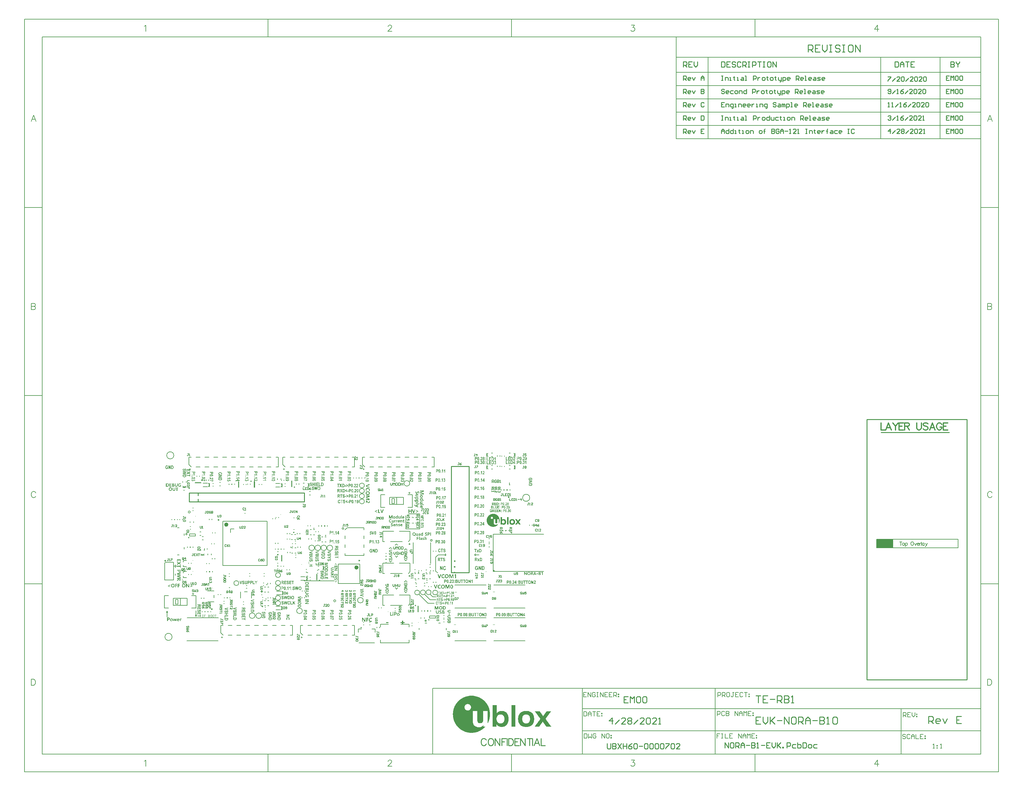
<source format=gto>
G04*
G04 #@! TF.GenerationSoftware,Altium Limited,Altium Designer,24.5.2 (23)*
G04*
G04 Layer_Color=65535*
%FSLAX44Y44*%
%MOMM*%
G71*
G04*
G04 #@! TF.SameCoordinates,0C5A4069-AE43-482B-AD25-CF0848805004*
G04*
G04*
G04 #@! TF.FilePolarity,Positive*
G04*
G01*
G75*
%ADD10C,0.1270*%
%ADD11C,0.1275*%
%ADD12C,0.2500*%
%ADD13C,0.6000*%
%ADD14C,0.2540*%
%ADD15C,0.2000*%
%ADD16C,0.1016*%
%ADD17R,4.8260X2.4130*%
%ADD18C,0.1778*%
%ADD19C,0.2997*%
G36*
X1012578Y531185D02*
X1011080D01*
Y533014D01*
X1012578D01*
Y531185D01*
D02*
G37*
G36*
X923341Y530666D02*
X921842D01*
Y532495D01*
X923341D01*
Y530666D01*
D02*
G37*
G36*
X1039109Y535668D02*
X1039197D01*
X1039286Y535643D01*
X1039413Y535617D01*
X1039540Y535592D01*
X1039680Y535541D01*
X1039832Y535477D01*
X1039985Y535414D01*
X1040150Y535312D01*
X1040315Y535211D01*
X1040480Y535084D01*
X1040645Y534931D01*
X1040798Y534766D01*
X1040950Y534563D01*
X1040963Y534550D01*
X1040988Y534512D01*
X1041026Y534449D01*
X1041077Y534347D01*
X1041128Y534220D01*
X1041191Y534068D01*
X1041267Y533890D01*
X1041344Y533687D01*
X1041407Y533446D01*
X1041483Y533166D01*
X1041547Y532861D01*
X1041610Y532531D01*
X1041648Y532163D01*
X1041687Y531769D01*
X1041712Y531337D01*
X1041725Y530867D01*
Y530855D01*
Y530842D01*
Y530804D01*
Y530753D01*
Y530613D01*
X1041712Y530436D01*
X1041699Y530220D01*
X1041687Y529978D01*
X1041661Y529699D01*
X1041623Y529407D01*
X1041585Y529102D01*
X1041522Y528785D01*
X1041458Y528467D01*
X1041382Y528162D01*
X1041293Y527858D01*
X1041179Y527578D01*
X1041052Y527311D01*
X1040912Y527083D01*
X1040899Y527070D01*
X1040874Y527032D01*
X1040836Y526981D01*
X1040772Y526905D01*
X1040683Y526816D01*
X1040594Y526727D01*
X1040480Y526613D01*
X1040353Y526511D01*
X1040213Y526410D01*
X1040061Y526308D01*
X1039883Y526207D01*
X1039705Y526118D01*
X1039502Y526041D01*
X1039299Y525991D01*
X1039070Y525952D01*
X1038842Y525940D01*
X1038753D01*
X1038689Y525952D01*
X1038613D01*
X1038524Y525965D01*
X1038321Y526016D01*
X1038092Y526079D01*
X1037851Y526181D01*
X1037597Y526334D01*
X1037483Y526422D01*
X1037369Y526524D01*
Y526537D01*
X1037343Y526549D01*
X1037318Y526587D01*
X1037280Y526638D01*
X1037229Y526702D01*
X1037178Y526778D01*
X1037127Y526867D01*
X1037064Y526968D01*
X1037000Y527083D01*
X1036937Y527223D01*
X1036886Y527375D01*
X1036823Y527527D01*
X1036772Y527705D01*
X1036721Y527896D01*
X1036683Y528111D01*
X1036645Y528327D01*
X1038092Y528518D01*
Y528505D01*
Y528467D01*
X1038105Y528416D01*
X1038118Y528353D01*
X1038169Y528175D01*
X1038232Y527985D01*
X1038346Y527794D01*
X1038486Y527616D01*
X1038575Y527553D01*
X1038689Y527502D01*
X1038804Y527464D01*
X1038931Y527451D01*
X1038956D01*
X1039020Y527464D01*
X1039109Y527477D01*
X1039223Y527515D01*
X1039350Y527578D01*
X1039490Y527667D01*
X1039629Y527794D01*
X1039756Y527972D01*
Y527985D01*
X1039769Y527997D01*
X1039782Y528035D01*
X1039807Y528086D01*
X1039832Y528150D01*
X1039871Y528226D01*
X1039896Y528327D01*
X1039934Y528442D01*
X1039972Y528581D01*
X1040010Y528734D01*
X1040036Y528912D01*
X1040074Y529102D01*
X1040099Y529331D01*
X1040137Y529572D01*
X1040163Y529839D01*
X1040175Y530131D01*
X1040163Y530118D01*
X1040125Y530067D01*
X1040074Y529991D01*
X1039997Y529902D01*
X1039896Y529801D01*
X1039794Y529699D01*
X1039667Y529610D01*
X1039540Y529521D01*
X1039528Y529509D01*
X1039477Y529496D01*
X1039401Y529458D01*
X1039312Y529432D01*
X1039197Y529394D01*
X1039058Y529356D01*
X1038905Y529343D01*
X1038753Y529331D01*
X1038664D01*
X1038600Y529343D01*
X1038524Y529356D01*
X1038435Y529381D01*
X1038220Y529432D01*
X1037978Y529534D01*
X1037851Y529610D01*
X1037711Y529686D01*
X1037585Y529788D01*
X1037445Y529902D01*
X1037305Y530029D01*
X1037178Y530182D01*
X1037165Y530194D01*
X1037153Y530220D01*
X1037115Y530271D01*
X1037076Y530334D01*
X1037026Y530423D01*
X1036962Y530524D01*
X1036899Y530652D01*
X1036835Y530779D01*
X1036772Y530944D01*
X1036708Y531109D01*
X1036657Y531299D01*
X1036594Y531490D01*
X1036556Y531706D01*
X1036518Y531947D01*
X1036505Y532188D01*
X1036492Y532442D01*
Y532455D01*
Y532506D01*
Y532582D01*
X1036505Y532696D01*
X1036518Y532811D01*
X1036530Y532963D01*
X1036556Y533128D01*
X1036581Y533306D01*
X1036670Y533674D01*
X1036797Y534068D01*
X1036873Y534271D01*
X1036975Y534462D01*
X1037076Y534639D01*
X1037204Y534804D01*
X1037216Y534817D01*
X1037242Y534842D01*
X1037280Y534881D01*
X1037330Y534944D01*
X1037407Y535008D01*
X1037483Y535084D01*
X1037585Y535160D01*
X1037699Y535249D01*
X1037965Y535401D01*
X1038270Y535541D01*
X1038435Y535605D01*
X1038613Y535643D01*
X1038804Y535668D01*
X1038994Y535681D01*
X1039045D01*
X1039109Y535668D01*
D02*
G37*
G36*
X1033317D02*
X1033419Y535655D01*
X1033533Y535643D01*
X1033813Y535579D01*
X1034105Y535490D01*
X1034257Y535427D01*
X1034422Y535338D01*
X1034562Y535249D01*
X1034714Y535147D01*
X1034841Y535020D01*
X1034968Y534881D01*
X1034981Y534868D01*
X1034994Y534842D01*
X1035032Y534804D01*
X1035070Y534741D01*
X1035121Y534665D01*
X1035172Y534576D01*
X1035222Y534474D01*
X1035286Y534347D01*
X1035400Y534081D01*
X1035502Y533763D01*
X1035578Y533420D01*
X1035591Y533230D01*
X1035603Y533039D01*
Y533014D01*
Y532938D01*
X1035591Y532823D01*
X1035578Y532683D01*
X1035565Y532506D01*
X1035540Y532315D01*
X1035489Y532112D01*
X1035438Y531909D01*
X1035425Y531883D01*
X1035413Y531820D01*
X1035375Y531706D01*
X1035311Y531566D01*
X1035248Y531401D01*
X1035159Y531210D01*
X1035057Y531007D01*
X1034943Y530804D01*
X1034930Y530779D01*
X1034879Y530702D01*
X1034803Y530588D01*
X1034676Y530423D01*
X1034524Y530207D01*
X1034333Y529966D01*
X1034105Y529686D01*
X1033838Y529381D01*
X1033825Y529369D01*
X1033813Y529343D01*
X1033774Y529305D01*
X1033724Y529254D01*
X1033597Y529115D01*
X1033457Y528937D01*
X1033292Y528759D01*
X1033152Y528581D01*
X1033012Y528429D01*
X1032962Y528353D01*
X1032924Y528302D01*
X1032911Y528289D01*
X1032898Y528264D01*
X1032860Y528213D01*
X1032809Y528150D01*
X1032720Y527985D01*
X1032619Y527807D01*
X1035603D01*
Y526105D01*
X1030346D01*
Y526118D01*
Y526143D01*
X1030358Y526194D01*
X1030371Y526270D01*
Y526359D01*
X1030396Y526448D01*
X1030409Y526562D01*
X1030434Y526689D01*
X1030498Y526968D01*
X1030587Y527273D01*
X1030714Y527591D01*
X1030854Y527921D01*
Y527934D01*
X1030879Y527959D01*
X1030904Y528010D01*
X1030942Y528086D01*
X1030993Y528162D01*
X1031057Y528277D01*
X1031133Y528391D01*
X1031222Y528531D01*
X1031336Y528696D01*
X1031450Y528861D01*
X1031590Y529051D01*
X1031742Y529254D01*
X1031920Y529470D01*
X1032111Y529699D01*
X1032314Y529953D01*
X1032543Y530207D01*
X1032555Y530220D01*
X1032581Y530258D01*
X1032632Y530309D01*
X1032708Y530385D01*
X1032784Y530486D01*
X1032873Y530588D01*
X1033063Y530817D01*
X1033279Y531071D01*
X1033470Y531325D01*
X1033559Y531439D01*
X1033648Y531553D01*
X1033711Y531655D01*
X1033762Y531731D01*
Y531744D01*
X1033774Y531756D01*
X1033813Y531833D01*
X1033876Y531947D01*
X1033940Y532099D01*
X1033990Y532277D01*
X1034054Y532468D01*
X1034092Y532683D01*
X1034105Y532899D01*
Y532912D01*
Y532925D01*
Y533001D01*
X1034092Y533115D01*
X1034067Y533255D01*
X1034028Y533407D01*
X1033978Y533560D01*
X1033914Y533712D01*
X1033813Y533839D01*
X1033800Y533852D01*
X1033762Y533890D01*
X1033698Y533941D01*
X1033622Y534004D01*
X1033508Y534068D01*
X1033381Y534119D01*
X1033241Y534157D01*
X1033076Y534169D01*
X1033038D01*
X1032987Y534157D01*
X1032924Y534144D01*
X1032847Y534119D01*
X1032758Y534093D01*
X1032670Y534042D01*
X1032568Y533979D01*
X1032479Y533903D01*
X1032377Y533801D01*
X1032289Y533687D01*
X1032212Y533547D01*
X1032136Y533369D01*
X1032073Y533179D01*
X1032035Y532950D01*
X1032009Y532683D01*
X1030523Y532874D01*
Y532887D01*
X1030536Y532938D01*
Y533014D01*
X1030549Y533115D01*
X1030574Y533230D01*
X1030600Y533369D01*
X1030638Y533522D01*
X1030676Y533687D01*
X1030777Y534030D01*
X1030917Y534385D01*
X1031095Y534715D01*
X1031209Y534855D01*
X1031323Y534995D01*
X1031336Y535008D01*
X1031349Y535020D01*
X1031400Y535058D01*
X1031450Y535097D01*
X1031514Y535160D01*
X1031590Y535211D01*
X1031692Y535274D01*
X1031806Y535338D01*
X1031920Y535401D01*
X1032060Y535465D01*
X1032365Y535579D01*
X1032720Y535655D01*
X1032911Y535668D01*
X1033114Y535681D01*
X1033228D01*
X1033317Y535668D01*
D02*
G37*
G36*
X1029304Y526105D02*
X1027805D01*
Y527934D01*
X1029304D01*
Y526105D01*
D02*
G37*
G36*
X1017455Y535643D02*
X1017747D01*
X1018065Y535617D01*
X1018369Y535592D01*
X1018509Y535579D01*
X1018636Y535566D01*
X1018750Y535541D01*
X1018839Y535516D01*
X1018852D01*
X1018865Y535503D01*
X1018903Y535490D01*
X1018954Y535465D01*
X1019081Y535401D01*
X1019246Y535312D01*
X1019424Y535185D01*
X1019627Y535020D01*
X1019817Y534817D01*
X1019995Y534563D01*
Y534550D01*
X1020020Y534525D01*
X1020033Y534487D01*
X1020071Y534436D01*
X1020097Y534360D01*
X1020135Y534284D01*
X1020185Y534182D01*
X1020224Y534068D01*
X1020262Y533941D01*
X1020312Y533801D01*
X1020376Y533484D01*
X1020427Y533115D01*
X1020452Y532709D01*
Y532696D01*
Y532658D01*
Y532607D01*
Y532531D01*
X1020440Y532442D01*
X1020427Y532341D01*
X1020401Y532099D01*
X1020351Y531833D01*
X1020287Y531540D01*
X1020185Y531248D01*
X1020059Y530969D01*
Y530956D01*
X1020046Y530944D01*
X1020020Y530905D01*
X1019982Y530855D01*
X1019906Y530728D01*
X1019792Y530588D01*
X1019652Y530423D01*
X1019474Y530258D01*
X1019296Y530118D01*
X1019081Y529991D01*
X1019068D01*
X1019055Y529978D01*
X1019017Y529966D01*
X1018966Y529953D01*
X1018903Y529928D01*
X1018827Y529902D01*
X1018725Y529877D01*
X1018611Y529851D01*
X1018484Y529826D01*
X1018331Y529801D01*
X1018166Y529775D01*
X1017988Y529750D01*
X1017785Y529737D01*
X1017557Y529724D01*
X1017315Y529712D01*
X1016033D01*
Y526105D01*
X1014458D01*
Y535655D01*
X1017328D01*
X1017455Y535643D01*
D02*
G37*
G36*
X1012578Y526105D02*
X1011080D01*
Y527934D01*
X1012578D01*
Y526105D01*
D02*
G37*
G36*
X1024046Y535668D02*
X1024122D01*
X1024224Y535643D01*
X1024326Y535617D01*
X1024453Y535592D01*
X1024592Y535541D01*
X1024732Y535490D01*
X1024884Y535414D01*
X1025037Y535325D01*
X1025189Y535224D01*
X1025342Y535097D01*
X1025494Y534944D01*
X1025634Y534779D01*
X1025773Y534589D01*
X1025786Y534576D01*
X1025799Y534538D01*
X1025837Y534474D01*
X1025888Y534373D01*
X1025939Y534258D01*
X1026002Y534106D01*
X1026066Y533928D01*
X1026129Y533712D01*
X1026193Y533471D01*
X1026256Y533191D01*
X1026320Y532887D01*
X1026370Y532531D01*
X1026421Y532163D01*
X1026459Y531744D01*
X1026472Y531287D01*
X1026485Y530804D01*
Y530791D01*
Y530779D01*
Y530740D01*
Y530690D01*
Y530550D01*
X1026472Y530359D01*
X1026459Y530144D01*
X1026447Y529889D01*
X1026421Y529610D01*
X1026396Y529318D01*
X1026307Y528696D01*
X1026256Y528378D01*
X1026180Y528061D01*
X1026104Y527769D01*
X1026015Y527489D01*
X1025900Y527235D01*
X1025773Y527019D01*
X1025761Y527007D01*
X1025735Y526968D01*
X1025697Y526918D01*
X1025647Y526854D01*
X1025583Y526765D01*
X1025494Y526676D01*
X1025393Y526575D01*
X1025278Y526486D01*
X1025164Y526384D01*
X1025024Y526283D01*
X1024707Y526105D01*
X1024529Y526041D01*
X1024351Y525991D01*
X1024148Y525952D01*
X1023945Y525940D01*
X1023894D01*
X1023830Y525952D01*
X1023754D01*
X1023653Y525978D01*
X1023551Y525991D01*
X1023424Y526029D01*
X1023284Y526079D01*
X1023145Y526130D01*
X1022992Y526207D01*
X1022840Y526283D01*
X1022687Y526384D01*
X1022535Y526511D01*
X1022383Y526651D01*
X1022243Y526816D01*
X1022103Y527007D01*
X1022091Y527019D01*
X1022078Y527057D01*
X1022040Y527121D01*
X1021989Y527223D01*
X1021938Y527337D01*
X1021887Y527489D01*
X1021824Y527680D01*
X1021760Y527883D01*
X1021684Y528137D01*
X1021621Y528416D01*
X1021570Y528721D01*
X1021519Y529064D01*
X1021468Y529458D01*
X1021430Y529864D01*
X1021417Y530321D01*
X1021405Y530817D01*
Y530829D01*
Y530842D01*
Y530880D01*
Y530931D01*
Y531071D01*
X1021417Y531248D01*
X1021430Y531477D01*
X1021443Y531731D01*
X1021468Y531998D01*
X1021494Y532303D01*
X1021570Y532925D01*
X1021697Y533547D01*
X1021786Y533839D01*
X1021875Y534119D01*
X1021976Y534373D01*
X1022103Y534589D01*
X1022116Y534601D01*
X1022141Y534639D01*
X1022179Y534690D01*
X1022230Y534754D01*
X1022306Y534842D01*
X1022383Y534931D01*
X1022484Y535033D01*
X1022598Y535135D01*
X1022726Y535236D01*
X1022852Y535338D01*
X1023005Y535427D01*
X1023170Y535516D01*
X1023348Y535579D01*
X1023526Y535630D01*
X1023729Y535668D01*
X1023932Y535681D01*
X1023983D01*
X1024046Y535668D01*
D02*
G37*
G36*
X923341Y525586D02*
X921842D01*
Y527415D01*
X923341D01*
Y525586D01*
D02*
G37*
G36*
X911860Y535149D02*
X911962Y535137D01*
X912076Y535124D01*
X912355Y535060D01*
X912647Y534972D01*
X912800Y534908D01*
X912965Y534819D01*
X913104Y534730D01*
X913257Y534629D01*
X913384Y534502D01*
X913511Y534362D01*
X913524Y534349D01*
X913536Y534324D01*
X913574Y534286D01*
X913613Y534222D01*
X913663Y534146D01*
X913714Y534057D01*
X913765Y533955D01*
X913828Y533829D01*
X913943Y533562D01*
X914044Y533244D01*
X914120Y532901D01*
X914133Y532711D01*
X914146Y532520D01*
Y532495D01*
Y532419D01*
X914133Y532304D01*
X914120Y532165D01*
X914108Y531987D01*
X914082Y531796D01*
X914032Y531593D01*
X913981Y531390D01*
X913968Y531365D01*
X913955Y531301D01*
X913917Y531187D01*
X913854Y531047D01*
X913790Y530882D01*
X913701Y530692D01*
X913600Y530488D01*
X913485Y530285D01*
X913473Y530260D01*
X913422Y530184D01*
X913346Y530069D01*
X913219Y529904D01*
X913066Y529688D01*
X912876Y529447D01*
X912647Y529168D01*
X912381Y528863D01*
X912368Y528850D01*
X912355Y528825D01*
X912317Y528787D01*
X912266Y528736D01*
X912139Y528596D01*
X912000Y528418D01*
X911834Y528241D01*
X911695Y528063D01*
X911555Y527910D01*
X911504Y527834D01*
X911466Y527783D01*
X911453Y527771D01*
X911441Y527745D01*
X911403Y527694D01*
X911352Y527631D01*
X911263Y527466D01*
X911161Y527288D01*
X914146D01*
Y525586D01*
X908888D01*
Y525599D01*
Y525624D01*
X908901Y525675D01*
X908913Y525751D01*
Y525840D01*
X908939Y525929D01*
X908952Y526043D01*
X908977Y526170D01*
X909041Y526450D01*
X909129Y526755D01*
X909256Y527072D01*
X909396Y527402D01*
Y527415D01*
X909421Y527440D01*
X909447Y527491D01*
X909485Y527567D01*
X909536Y527644D01*
X909599Y527758D01*
X909676Y527872D01*
X909764Y528012D01*
X909879Y528177D01*
X909993Y528342D01*
X910133Y528533D01*
X910285Y528736D01*
X910463Y528952D01*
X910653Y529180D01*
X910857Y529434D01*
X911085Y529688D01*
X911098Y529701D01*
X911123Y529739D01*
X911174Y529790D01*
X911250Y529866D01*
X911327Y529968D01*
X911415Y530069D01*
X911606Y530298D01*
X911822Y530552D01*
X912012Y530806D01*
X912101Y530920D01*
X912190Y531035D01*
X912254Y531136D01*
X912304Y531212D01*
Y531225D01*
X912317Y531238D01*
X912355Y531314D01*
X912419Y531428D01*
X912482Y531581D01*
X912533Y531758D01*
X912597Y531949D01*
X912635Y532165D01*
X912647Y532381D01*
Y532393D01*
Y532406D01*
Y532482D01*
X912635Y532597D01*
X912609Y532736D01*
X912571Y532889D01*
X912520Y533041D01*
X912457Y533194D01*
X912355Y533321D01*
X912343Y533333D01*
X912304Y533371D01*
X912241Y533422D01*
X912165Y533486D01*
X912050Y533549D01*
X911923Y533600D01*
X911784Y533638D01*
X911619Y533651D01*
X911581D01*
X911530Y533638D01*
X911466Y533625D01*
X911390Y533600D01*
X911301Y533574D01*
X911212Y533524D01*
X911111Y533460D01*
X911022Y533384D01*
X910920Y533282D01*
X910831Y533168D01*
X910755Y533028D01*
X910679Y532851D01*
X910615Y532660D01*
X910577Y532431D01*
X910552Y532165D01*
X909066Y532355D01*
Y532368D01*
X909079Y532419D01*
Y532495D01*
X909091Y532597D01*
X909117Y532711D01*
X909142Y532851D01*
X909180Y533003D01*
X909218Y533168D01*
X909320Y533511D01*
X909460Y533867D01*
X909637Y534197D01*
X909752Y534337D01*
X909866Y534476D01*
X909879Y534489D01*
X909891Y534502D01*
X909942Y534540D01*
X909993Y534578D01*
X910057Y534641D01*
X910133Y534692D01*
X910234Y534756D01*
X910349Y534819D01*
X910463Y534883D01*
X910603Y534946D01*
X910907Y535060D01*
X911263Y535137D01*
X911453Y535149D01*
X911657Y535162D01*
X911771D01*
X911860Y535149D01*
D02*
G37*
G36*
X907847Y525586D02*
X906348D01*
Y527415D01*
X907847D01*
Y525586D01*
D02*
G37*
G36*
X895998Y535124D02*
X896290D01*
X896607Y535098D01*
X896912Y535073D01*
X897052Y535060D01*
X897179Y535048D01*
X897293Y535022D01*
X897382Y534997D01*
X897395D01*
X897407Y534984D01*
X897445Y534972D01*
X897496Y534946D01*
X897623Y534883D01*
X897788Y534794D01*
X897966Y534667D01*
X898169Y534502D01*
X898360Y534298D01*
X898538Y534044D01*
Y534032D01*
X898563Y534006D01*
X898576Y533968D01*
X898614Y533917D01*
X898639Y533841D01*
X898677Y533765D01*
X898728Y533663D01*
X898766Y533549D01*
X898804Y533422D01*
X898855Y533282D01*
X898919Y532965D01*
X898969Y532597D01*
X898995Y532190D01*
Y532178D01*
Y532139D01*
Y532089D01*
Y532012D01*
X898982Y531923D01*
X898969Y531822D01*
X898944Y531581D01*
X898893Y531314D01*
X898830Y531022D01*
X898728Y530730D01*
X898601Y530450D01*
Y530438D01*
X898588Y530425D01*
X898563Y530387D01*
X898525Y530336D01*
X898449Y530209D01*
X898334Y530069D01*
X898195Y529904D01*
X898017Y529739D01*
X897839Y529599D01*
X897623Y529472D01*
X897610D01*
X897598Y529460D01*
X897560Y529447D01*
X897509Y529434D01*
X897445Y529409D01*
X897369Y529384D01*
X897268Y529358D01*
X897153Y529333D01*
X897026Y529307D01*
X896874Y529282D01*
X896709Y529257D01*
X896531Y529231D01*
X896328Y529218D01*
X896099Y529206D01*
X895858Y529193D01*
X894575D01*
Y525586D01*
X893000D01*
Y535137D01*
X895871D01*
X895998Y535124D01*
D02*
G37*
G36*
X1005982Y535116D02*
X1006083Y535103D01*
X1006198Y535090D01*
X1006477Y535027D01*
X1006769Y534938D01*
X1006921Y534874D01*
X1007086Y534785D01*
X1007226Y534696D01*
X1007379Y534595D01*
X1007506Y534468D01*
X1007633Y534328D01*
X1007645Y534315D01*
X1007658Y534290D01*
X1007696Y534252D01*
X1007734Y534188D01*
X1007785Y534112D01*
X1007836Y534023D01*
X1007887Y533922D01*
X1007950Y533795D01*
X1008064Y533528D01*
X1008166Y533210D01*
X1008242Y532868D01*
X1008255Y532677D01*
X1008268Y532487D01*
Y532461D01*
Y532385D01*
X1008255Y532271D01*
X1008242Y532131D01*
X1008230Y531953D01*
X1008204Y531763D01*
X1008153Y531559D01*
X1008102Y531356D01*
X1008090Y531331D01*
X1008077Y531267D01*
X1008039Y531153D01*
X1007975Y531013D01*
X1007912Y530848D01*
X1007823Y530658D01*
X1007721Y530455D01*
X1007607Y530251D01*
X1007595Y530226D01*
X1007544Y530150D01*
X1007467Y530036D01*
X1007340Y529870D01*
X1007188Y529655D01*
X1006998Y529413D01*
X1006769Y529134D01*
X1006502Y528829D01*
X1006490Y528816D01*
X1006477Y528791D01*
X1006439Y528753D01*
X1006388Y528702D01*
X1006261Y528562D01*
X1006121Y528385D01*
X1005956Y528207D01*
X1005816Y528029D01*
X1005677Y527877D01*
X1005626Y527800D01*
X1005588Y527749D01*
X1005575Y527737D01*
X1005563Y527711D01*
X1005524Y527661D01*
X1005474Y527597D01*
X1005385Y527432D01*
X1005283Y527254D01*
X1008268D01*
Y525552D01*
X1003010D01*
Y525565D01*
Y525591D01*
X1003023Y525641D01*
X1003035Y525718D01*
Y525806D01*
X1003061Y525895D01*
X1003073Y526010D01*
X1003099Y526137D01*
X1003162Y526416D01*
X1003251Y526721D01*
X1003378Y527038D01*
X1003518Y527369D01*
Y527381D01*
X1003543Y527407D01*
X1003569Y527457D01*
X1003607Y527534D01*
X1003658Y527610D01*
X1003721Y527724D01*
X1003797Y527838D01*
X1003886Y527978D01*
X1004000Y528143D01*
X1004115Y528308D01*
X1004254Y528499D01*
X1004407Y528702D01*
X1004585Y528918D01*
X1004775Y529146D01*
X1004978Y529400D01*
X1005207Y529655D01*
X1005220Y529667D01*
X1005245Y529705D01*
X1005296Y529756D01*
X1005372Y529832D01*
X1005448Y529934D01*
X1005537Y530036D01*
X1005728Y530264D01*
X1005944Y530518D01*
X1006134Y530772D01*
X1006223Y530886D01*
X1006312Y531001D01*
X1006375Y531102D01*
X1006426Y531179D01*
Y531191D01*
X1006439Y531204D01*
X1006477Y531280D01*
X1006540Y531394D01*
X1006604Y531547D01*
X1006655Y531725D01*
X1006718Y531915D01*
X1006756Y532131D01*
X1006769Y532347D01*
Y532360D01*
Y532372D01*
Y532449D01*
X1006756Y532563D01*
X1006731Y532702D01*
X1006693Y532855D01*
X1006642Y533007D01*
X1006579Y533160D01*
X1006477Y533287D01*
X1006464Y533299D01*
X1006426Y533338D01*
X1006363Y533388D01*
X1006286Y533452D01*
X1006172Y533515D01*
X1006045Y533566D01*
X1005905Y533604D01*
X1005740Y533617D01*
X1005702D01*
X1005651Y533604D01*
X1005588Y533591D01*
X1005512Y533566D01*
X1005423Y533541D01*
X1005334Y533490D01*
X1005232Y533426D01*
X1005143Y533350D01*
X1005042Y533249D01*
X1004953Y533134D01*
X1004877Y532995D01*
X1004800Y532817D01*
X1004737Y532626D01*
X1004699Y532398D01*
X1004673Y532131D01*
X1003188Y532322D01*
Y532334D01*
X1003200Y532385D01*
Y532461D01*
X1003213Y532563D01*
X1003238Y532677D01*
X1003264Y532817D01*
X1003302Y532969D01*
X1003340Y533134D01*
X1003442Y533477D01*
X1003581Y533833D01*
X1003759Y534163D01*
X1003873Y534303D01*
X1003988Y534442D01*
X1004000Y534455D01*
X1004013Y534468D01*
X1004064Y534506D01*
X1004115Y534544D01*
X1004178Y534608D01*
X1004254Y534658D01*
X1004356Y534722D01*
X1004470Y534785D01*
X1004585Y534849D01*
X1004724Y534912D01*
X1005029Y535027D01*
X1005385Y535103D01*
X1005575Y535116D01*
X1005778Y535128D01*
X1005893D01*
X1005982Y535116D01*
D02*
G37*
G36*
X998768Y535090D02*
X998882D01*
X999124Y535077D01*
X999390Y535039D01*
X999657Y535001D01*
X999924Y534938D01*
X1000152Y534849D01*
X1000165D01*
X1000178Y534836D01*
X1000241Y534798D01*
X1000356Y534747D01*
X1000495Y534658D01*
X1000648Y534544D01*
X1000825Y534404D01*
X1001003Y534226D01*
X1001181Y534023D01*
X1001206Y533998D01*
X1001232Y533960D01*
X1001257Y533922D01*
X1001346Y533795D01*
X1001448Y533617D01*
X1001562Y533401D01*
X1001689Y533147D01*
X1001816Y532855D01*
X1001918Y532525D01*
Y532512D01*
X1001930Y532487D01*
X1001943Y532436D01*
X1001956Y532360D01*
X1001981Y532271D01*
X1002007Y532156D01*
X1002032Y532029D01*
X1002057Y531890D01*
X1002070Y531737D01*
X1002095Y531559D01*
X1002121Y531369D01*
X1002146Y531166D01*
X1002159Y530950D01*
X1002172Y530721D01*
X1002184Y530226D01*
Y530213D01*
Y530175D01*
Y530112D01*
Y530023D01*
X1002172Y529908D01*
Y529781D01*
X1002159Y529642D01*
X1002146Y529489D01*
X1002108Y529146D01*
X1002057Y528791D01*
X1001994Y528423D01*
X1001892Y528067D01*
Y528054D01*
X1001880Y528029D01*
X1001867Y527978D01*
X1001841Y527915D01*
X1001816Y527838D01*
X1001778Y527749D01*
X1001702Y527546D01*
X1001600Y527318D01*
X1001473Y527076D01*
X1001333Y526835D01*
X1001181Y526619D01*
X1001168Y526594D01*
X1001105Y526530D01*
X1001016Y526441D01*
X1000902Y526314D01*
X1000749Y526187D01*
X1000571Y526060D01*
X1000368Y525933D01*
X1000152Y525819D01*
X1000140D01*
X1000127Y525806D01*
X1000089Y525794D01*
X1000038Y525781D01*
X999987Y525756D01*
X999911Y525730D01*
X999733Y525692D01*
X999505Y525641D01*
X999238Y525591D01*
X998933Y525565D01*
X998590Y525552D01*
X995631D01*
Y535103D01*
X998679D01*
X998768Y535090D01*
D02*
G37*
G36*
X994171Y533490D02*
X989929D01*
Y531369D01*
X993866D01*
Y529756D01*
X989929D01*
Y527165D01*
X994310D01*
Y525552D01*
X988354D01*
Y535103D01*
X994171D01*
Y533490D01*
D02*
G37*
G36*
X983274Y527165D02*
X987211D01*
Y525552D01*
X981699D01*
Y535014D01*
X983274D01*
Y527165D01*
D02*
G37*
G36*
X917880Y535149D02*
X917969Y535137D01*
X918083Y535124D01*
X918337Y535073D01*
X918616Y534984D01*
X918908Y534857D01*
X919048Y534781D01*
X919188Y534692D01*
X919315Y534578D01*
X919429Y534451D01*
X919442Y534438D01*
X919454Y534413D01*
X919480Y534375D01*
X919531Y534324D01*
X919569Y534260D01*
X919620Y534171D01*
X919683Y534070D01*
X919734Y533968D01*
X919848Y533714D01*
X919950Y533422D01*
X920013Y533079D01*
X920026Y532901D01*
X920039Y532711D01*
Y532698D01*
Y532686D01*
Y532647D01*
Y532597D01*
X920026Y532470D01*
X920001Y532304D01*
X919962Y532114D01*
X919912Y531911D01*
X919848Y531708D01*
X919747Y531504D01*
X919734Y531479D01*
X919696Y531415D01*
X919632Y531327D01*
X919543Y531212D01*
X919429Y531098D01*
X919289Y530958D01*
X919137Y530844D01*
X918959Y530730D01*
X918972D01*
X918985Y530717D01*
X919073Y530666D01*
X919188Y530603D01*
X919327Y530501D01*
X919493Y530361D01*
X919658Y530209D01*
X919810Y530031D01*
X919950Y529815D01*
Y529803D01*
X919962Y529790D01*
X919988Y529752D01*
X920001Y529714D01*
X920064Y529587D01*
X920128Y529422D01*
X920178Y529206D01*
X920242Y528964D01*
X920280Y528672D01*
X920293Y528368D01*
Y528355D01*
Y528329D01*
Y528279D01*
Y528215D01*
X920280Y528139D01*
Y528050D01*
X920255Y527847D01*
X920217Y527606D01*
X920153Y527339D01*
X920077Y527072D01*
X919962Y526805D01*
Y526793D01*
X919950Y526780D01*
X919924Y526742D01*
X919899Y526691D01*
X919823Y526577D01*
X919721Y526424D01*
X919594Y526259D01*
X919442Y526094D01*
X919251Y525929D01*
X919048Y525777D01*
X919023Y525764D01*
X918947Y525726D01*
X918832Y525662D01*
X918667Y525599D01*
X918477Y525535D01*
X918261Y525472D01*
X918019Y525434D01*
X917753Y525421D01*
X917638D01*
X917562Y525434D01*
X917473Y525447D01*
X917359Y525459D01*
X917232Y525485D01*
X917092Y525523D01*
X916800Y525612D01*
X916648Y525675D01*
X916483Y525751D01*
X916330Y525840D01*
X916178Y525942D01*
X916025Y526056D01*
X915886Y526196D01*
X915873Y526208D01*
X915860Y526234D01*
X915822Y526272D01*
X915771Y526335D01*
X915721Y526424D01*
X915657Y526513D01*
X915581Y526628D01*
X915518Y526755D01*
X915454Y526907D01*
X915378Y527059D01*
X915314Y527237D01*
X915264Y527428D01*
X915213Y527631D01*
X915187Y527847D01*
X915162Y528075D01*
X915149Y528317D01*
Y528329D01*
Y528355D01*
Y528406D01*
Y528456D01*
X915162Y528533D01*
Y528621D01*
X915187Y528825D01*
X915225Y529053D01*
X915289Y529295D01*
X915365Y529549D01*
X915479Y529790D01*
Y529803D01*
X915492Y529815D01*
X915543Y529892D01*
X915619Y530006D01*
X915733Y530145D01*
X915860Y530298D01*
X916025Y530450D01*
X916229Y530603D01*
X916445Y530730D01*
X916419Y530742D01*
X916356Y530780D01*
X916254Y530844D01*
X916140Y530933D01*
X916000Y531047D01*
X915860Y531187D01*
X915733Y531339D01*
X915619Y531517D01*
X915606Y531543D01*
X915581Y531606D01*
X915530Y531708D01*
X915479Y531847D01*
X915429Y532025D01*
X915378Y532228D01*
X915352Y532457D01*
X915340Y532698D01*
Y532711D01*
Y532749D01*
Y532812D01*
X915352Y532889D01*
X915365Y532978D01*
X915378Y533092D01*
X915416Y533346D01*
X915492Y533638D01*
X915606Y533930D01*
X915683Y534082D01*
X915771Y534222D01*
X915860Y534362D01*
X915975Y534489D01*
X915987Y534502D01*
X916000Y534514D01*
X916038Y534552D01*
X916089Y534590D01*
X916152Y534641D01*
X916229Y534705D01*
X916318Y534768D01*
X916432Y534832D01*
X916673Y534946D01*
X916965Y535060D01*
X917308Y535137D01*
X917499Y535149D01*
X917689Y535162D01*
X917803D01*
X917880Y535149D01*
D02*
G37*
G36*
X902589D02*
X902665D01*
X902767Y535124D01*
X902868Y535098D01*
X902995Y535073D01*
X903135Y535022D01*
X903275Y534972D01*
X903427Y534895D01*
X903579Y534806D01*
X903732Y534705D01*
X903884Y534578D01*
X904037Y534425D01*
X904176Y534260D01*
X904316Y534070D01*
X904329Y534057D01*
X904342Y534019D01*
X904380Y533955D01*
X904430Y533854D01*
X904481Y533740D01*
X904545Y533587D01*
X904608Y533409D01*
X904672Y533194D01*
X904735Y532952D01*
X904799Y532673D01*
X904862Y532368D01*
X904913Y532012D01*
X904964Y531644D01*
X905002Y531225D01*
X905015Y530768D01*
X905027Y530285D01*
Y530272D01*
Y530260D01*
Y530222D01*
Y530171D01*
Y530031D01*
X905015Y529841D01*
X905002Y529625D01*
X904989Y529371D01*
X904964Y529091D01*
X904938Y528799D01*
X904849Y528177D01*
X904799Y527859D01*
X904723Y527542D01*
X904646Y527250D01*
X904557Y526970D01*
X904443Y526716D01*
X904316Y526501D01*
X904303Y526488D01*
X904278Y526450D01*
X904240Y526399D01*
X904189Y526335D01*
X904126Y526247D01*
X904037Y526158D01*
X903935Y526056D01*
X903821Y525967D01*
X903707Y525866D01*
X903567Y525764D01*
X903249Y525586D01*
X903072Y525523D01*
X902894Y525472D01*
X902691Y525434D01*
X902487Y525421D01*
X902437D01*
X902373Y525434D01*
X902297D01*
X902195Y525459D01*
X902094Y525472D01*
X901967Y525510D01*
X901827Y525561D01*
X901687Y525612D01*
X901535Y525688D01*
X901382Y525764D01*
X901230Y525866D01*
X901078Y525993D01*
X900925Y526132D01*
X900786Y526297D01*
X900646Y526488D01*
X900633Y526501D01*
X900620Y526539D01*
X900582Y526602D01*
X900531Y526704D01*
X900481Y526818D01*
X900430Y526970D01*
X900366Y527161D01*
X900303Y527364D01*
X900227Y527618D01*
X900163Y527898D01*
X900112Y528202D01*
X900062Y528545D01*
X900011Y528939D01*
X899973Y529345D01*
X899960Y529803D01*
X899947Y530298D01*
Y530311D01*
Y530323D01*
Y530361D01*
Y530412D01*
Y530552D01*
X899960Y530730D01*
X899973Y530958D01*
X899985Y531212D01*
X900011Y531479D01*
X900036Y531784D01*
X900112Y532406D01*
X900239Y533028D01*
X900328Y533321D01*
X900417Y533600D01*
X900519Y533854D01*
X900646Y534070D01*
X900658Y534082D01*
X900684Y534121D01*
X900722Y534171D01*
X900773Y534235D01*
X900849Y534324D01*
X900925Y534413D01*
X901027Y534514D01*
X901141Y534616D01*
X901268Y534717D01*
X901395Y534819D01*
X901547Y534908D01*
X901713Y534997D01*
X901890Y535060D01*
X902068Y535111D01*
X902271Y535149D01*
X902475Y535162D01*
X902525D01*
X902589Y535149D01*
D02*
G37*
G36*
X952235Y524764D02*
X950736D01*
Y531673D01*
X950723Y531660D01*
X950698Y531635D01*
X950647Y531584D01*
X950584Y531520D01*
X950508Y531444D01*
X950406Y531355D01*
X950304Y531254D01*
X950177Y531139D01*
X950038Y531025D01*
X949885Y530911D01*
X949555Y530682D01*
X949187Y530466D01*
X948793Y530289D01*
Y531952D01*
X948806D01*
X948819Y531965D01*
X948857Y531978D01*
X948907Y532003D01*
X949022Y532066D01*
X949187Y532155D01*
X949377Y532270D01*
X949606Y532435D01*
X949835Y532613D01*
X950089Y532841D01*
X950101Y532854D01*
X950114Y532867D01*
X950152Y532905D01*
X950203Y532956D01*
X950317Y533095D01*
X950457Y533273D01*
X950609Y533489D01*
X950762Y533743D01*
X950901Y534035D01*
X951016Y534340D01*
X952235D01*
Y524764D01*
D02*
G37*
G36*
X943967Y534302D02*
X944081D01*
X944323Y534289D01*
X944589Y534251D01*
X944856Y534213D01*
X945123Y534149D01*
X945351Y534060D01*
X945364D01*
X945377Y534048D01*
X945440Y534010D01*
X945555Y533959D01*
X945694Y533870D01*
X945847Y533756D01*
X946024Y533616D01*
X946202Y533438D01*
X946380Y533235D01*
X946405Y533209D01*
X946431Y533171D01*
X946456Y533133D01*
X946545Y533006D01*
X946647Y532828D01*
X946761Y532613D01*
X946888Y532359D01*
X947015Y532066D01*
X947117Y531736D01*
Y531724D01*
X947129Y531698D01*
X947142Y531647D01*
X947155Y531571D01*
X947180Y531482D01*
X947206Y531368D01*
X947231Y531241D01*
X947256Y531101D01*
X947269Y530949D01*
X947294Y530771D01*
X947320Y530581D01*
X947345Y530377D01*
X947358Y530162D01*
X947371Y529933D01*
X947383Y529438D01*
Y529425D01*
Y529387D01*
Y529323D01*
Y529234D01*
X947371Y529120D01*
Y528993D01*
X947358Y528853D01*
X947345Y528701D01*
X947307Y528358D01*
X947256Y528003D01*
X947193Y527634D01*
X947091Y527279D01*
Y527266D01*
X947079Y527240D01*
X947066Y527190D01*
X947040Y527126D01*
X947015Y527050D01*
X946977Y526961D01*
X946901Y526758D01*
X946799Y526529D01*
X946672Y526288D01*
X946533Y526047D01*
X946380Y525831D01*
X946367Y525805D01*
X946304Y525742D01*
X946215Y525653D01*
X946101Y525526D01*
X945948Y525399D01*
X945770Y525272D01*
X945567Y525145D01*
X945351Y525031D01*
X945339D01*
X945326Y525018D01*
X945288Y525005D01*
X945237Y524993D01*
X945186Y524967D01*
X945110Y524942D01*
X944932Y524904D01*
X944704Y524853D01*
X944437Y524802D01*
X944132Y524777D01*
X943789Y524764D01*
X940830D01*
Y534314D01*
X943878D01*
X943967Y534302D01*
D02*
G37*
G36*
X939370Y532701D02*
X935128D01*
Y530581D01*
X939065D01*
Y528968D01*
X935128D01*
Y526377D01*
X939509D01*
Y524764D01*
X933553D01*
Y534314D01*
X939370D01*
Y532701D01*
D02*
G37*
G36*
X928473Y526377D02*
X932410D01*
Y524764D01*
X926898D01*
Y534226D01*
X928473D01*
Y526377D01*
D02*
G37*
G36*
X923341Y519998D02*
X921842D01*
Y521827D01*
X923341D01*
Y519998D01*
D02*
G37*
G36*
X1012513Y519987D02*
X1011015D01*
Y521815D01*
X1012513D01*
Y519987D01*
D02*
G37*
G36*
X911720Y524481D02*
X911809Y524469D01*
X911923Y524456D01*
X912165Y524405D01*
X912431Y524304D01*
X912584Y524253D01*
X912723Y524176D01*
X912863Y524088D01*
X913003Y523986D01*
X913130Y523872D01*
X913257Y523732D01*
X913270Y523719D01*
X913282Y523694D01*
X913320Y523656D01*
X913359Y523605D01*
X913409Y523529D01*
X913460Y523440D01*
X913574Y523237D01*
X913689Y522983D01*
X913790Y522703D01*
X913867Y522386D01*
X913879Y522221D01*
X913892Y522043D01*
Y522030D01*
Y522018D01*
Y521941D01*
X913879Y521814D01*
X913854Y521675D01*
X913816Y521497D01*
X913765Y521306D01*
X913701Y521103D01*
X913600Y520913D01*
X913587Y520887D01*
X913549Y520824D01*
X913485Y520735D01*
X913384Y520620D01*
X913270Y520481D01*
X913117Y520328D01*
X912952Y520189D01*
X912749Y520036D01*
X912762D01*
X912774Y520024D01*
X912812Y520011D01*
X912863Y519998D01*
X912978Y519947D01*
X913130Y519871D01*
X913295Y519770D01*
X913473Y519630D01*
X913651Y519465D01*
X913816Y519262D01*
Y519249D01*
X913828Y519236D01*
X913854Y519198D01*
X913879Y519160D01*
X913943Y519020D01*
X914032Y518855D01*
X914108Y518639D01*
X914171Y518373D01*
X914222Y518080D01*
X914235Y517763D01*
Y517750D01*
Y517700D01*
Y517636D01*
X914222Y517547D01*
X914209Y517433D01*
X914197Y517306D01*
X914171Y517166D01*
X914133Y517001D01*
X914044Y516658D01*
X913981Y516480D01*
X913905Y516302D01*
X913816Y516125D01*
X913701Y515947D01*
X913587Y515769D01*
X913447Y515604D01*
X913435Y515591D01*
X913409Y515566D01*
X913371Y515528D01*
X913308Y515477D01*
X913232Y515401D01*
X913143Y515337D01*
X913041Y515261D01*
X912927Y515185D01*
X912660Y515020D01*
X912343Y514893D01*
X912165Y514829D01*
X911987Y514791D01*
X911796Y514766D01*
X911593Y514753D01*
X911492D01*
X911415Y514766D01*
X911327Y514779D01*
X911225Y514791D01*
X910984Y514842D01*
X910704Y514931D01*
X910412Y515058D01*
X910272Y515134D01*
X910120Y515236D01*
X909980Y515337D01*
X909841Y515464D01*
X909828Y515477D01*
X909815Y515502D01*
X909777Y515541D01*
X909726Y515591D01*
X909676Y515667D01*
X909612Y515756D01*
X909548Y515858D01*
X909472Y515985D01*
X909396Y516112D01*
X909333Y516264D01*
X909256Y516429D01*
X909193Y516595D01*
X909129Y516785D01*
X909079Y516988D01*
X909041Y517204D01*
X909015Y517433D01*
X910463Y517649D01*
Y517636D01*
Y517623D01*
X910476Y517585D01*
Y517534D01*
X910501Y517420D01*
X910526Y517268D01*
X910577Y517103D01*
X910641Y516937D01*
X910730Y516772D01*
X910831Y516620D01*
X910844Y516607D01*
X910882Y516569D01*
X910958Y516506D01*
X911047Y516442D01*
X911149Y516379D01*
X911276Y516315D01*
X911415Y516277D01*
X911568Y516264D01*
X911593D01*
X911644Y516277D01*
X911733Y516290D01*
X911847Y516315D01*
X911962Y516366D01*
X912101Y516442D01*
X912228Y516544D01*
X912355Y516684D01*
X912368Y516709D01*
X912406Y516760D01*
X912457Y516861D01*
X912520Y516988D01*
X912584Y517153D01*
X912635Y517357D01*
X912673Y517585D01*
X912685Y517852D01*
Y517865D01*
Y517877D01*
Y517915D01*
Y517966D01*
X912673Y518093D01*
X912647Y518246D01*
X912609Y518423D01*
X912546Y518614D01*
X912469Y518779D01*
X912368Y518944D01*
X912355Y518957D01*
X912317Y519008D01*
X912254Y519071D01*
X912165Y519147D01*
X912050Y519224D01*
X911923Y519287D01*
X911784Y519338D01*
X911631Y519351D01*
X911581D01*
X911517Y519338D01*
X911441D01*
X911339Y519312D01*
X911225Y519287D01*
X911085Y519262D01*
X910946Y519211D01*
X911098Y520709D01*
X911199D01*
X911301Y520722D01*
X911441Y520735D01*
X911593Y520773D01*
X911746Y520824D01*
X911898Y520913D01*
X912038Y521014D01*
X912050Y521027D01*
X912088Y521078D01*
X912152Y521154D01*
X912215Y521255D01*
X912266Y521382D01*
X912330Y521535D01*
X912368Y521725D01*
X912381Y521929D01*
Y521954D01*
Y522005D01*
X912368Y522106D01*
X912355Y522208D01*
X912317Y522335D01*
X912279Y522462D01*
X912215Y522589D01*
X912127Y522703D01*
X912114Y522716D01*
X912088Y522754D01*
X912025Y522792D01*
X911962Y522856D01*
X911860Y522906D01*
X911758Y522945D01*
X911631Y522983D01*
X911492Y522995D01*
X911428D01*
X911352Y522983D01*
X911263Y522957D01*
X911161Y522919D01*
X911047Y522856D01*
X910946Y522780D01*
X910831Y522665D01*
X910818Y522653D01*
X910793Y522602D01*
X910742Y522538D01*
X910692Y522424D01*
X910628Y522297D01*
X910577Y522132D01*
X910526Y521941D01*
X910501Y521725D01*
X909117Y522018D01*
Y522030D01*
X909129Y522081D01*
X909142Y522145D01*
X909155Y522233D01*
X909180Y522335D01*
X909218Y522462D01*
X909256Y522589D01*
X909307Y522741D01*
X909421Y523046D01*
X909561Y523364D01*
X909739Y523643D01*
X909841Y523783D01*
X909955Y523897D01*
X909968Y523910D01*
X909980Y523923D01*
X910018Y523948D01*
X910069Y523986D01*
X910133Y524037D01*
X910209Y524088D01*
X910387Y524202D01*
X910628Y524304D01*
X910895Y524405D01*
X911199Y524469D01*
X911365Y524494D01*
X911644D01*
X911720Y524481D01*
D02*
G37*
G36*
X1033113Y524470D02*
X1033202Y524457D01*
X1033316Y524444D01*
X1033557Y524394D01*
X1033824Y524292D01*
X1033976Y524241D01*
X1034116Y524165D01*
X1034256Y524076D01*
X1034395Y523974D01*
X1034522Y523860D01*
X1034649Y523720D01*
X1034662Y523708D01*
X1034675Y523682D01*
X1034713Y523644D01*
X1034751Y523593D01*
X1034802Y523517D01*
X1034853Y523428D01*
X1034967Y523225D01*
X1035081Y522971D01*
X1035183Y522692D01*
X1035259Y522374D01*
X1035272Y522209D01*
X1035284Y522031D01*
Y522019D01*
Y522006D01*
Y521930D01*
X1035272Y521803D01*
X1035246Y521663D01*
X1035208Y521485D01*
X1035157Y521295D01*
X1035094Y521091D01*
X1034992Y520901D01*
X1034980Y520876D01*
X1034941Y520812D01*
X1034878Y520723D01*
X1034776Y520609D01*
X1034662Y520469D01*
X1034510Y520317D01*
X1034345Y520177D01*
X1034141Y520025D01*
X1034154D01*
X1034167Y520012D01*
X1034205Y519999D01*
X1034256Y519987D01*
X1034370Y519936D01*
X1034522Y519860D01*
X1034688Y519758D01*
X1034865Y519618D01*
X1035043Y519453D01*
X1035208Y519250D01*
Y519237D01*
X1035221Y519225D01*
X1035246Y519187D01*
X1035272Y519148D01*
X1035335Y519009D01*
X1035424Y518844D01*
X1035500Y518628D01*
X1035564Y518361D01*
X1035615Y518069D01*
X1035627Y517751D01*
Y517739D01*
Y517688D01*
Y517624D01*
X1035615Y517536D01*
X1035602Y517421D01*
X1035589Y517294D01*
X1035564Y517155D01*
X1035526Y516989D01*
X1035437Y516646D01*
X1035373Y516469D01*
X1035297Y516291D01*
X1035208Y516113D01*
X1035094Y515935D01*
X1034980Y515757D01*
X1034840Y515592D01*
X1034827Y515580D01*
X1034802Y515554D01*
X1034764Y515516D01*
X1034700Y515465D01*
X1034624Y515389D01*
X1034535Y515326D01*
X1034434Y515249D01*
X1034319Y515173D01*
X1034053Y515008D01*
X1033735Y514881D01*
X1033557Y514818D01*
X1033379Y514780D01*
X1033189Y514754D01*
X1032986Y514742D01*
X1032884D01*
X1032808Y514754D01*
X1032719Y514767D01*
X1032617Y514780D01*
X1032376Y514830D01*
X1032097Y514919D01*
X1031805Y515046D01*
X1031665Y515122D01*
X1031513Y515224D01*
X1031373Y515326D01*
X1031233Y515453D01*
X1031220Y515465D01*
X1031208Y515491D01*
X1031170Y515529D01*
X1031119Y515580D01*
X1031068Y515656D01*
X1031004Y515745D01*
X1030941Y515846D01*
X1030865Y515973D01*
X1030789Y516100D01*
X1030725Y516253D01*
X1030649Y516418D01*
X1030585Y516583D01*
X1030522Y516773D01*
X1030471Y516977D01*
X1030433Y517193D01*
X1030408Y517421D01*
X1031855Y517637D01*
Y517624D01*
Y517612D01*
X1031868Y517574D01*
Y517523D01*
X1031893Y517408D01*
X1031919Y517256D01*
X1031970Y517091D01*
X1032033Y516926D01*
X1032122Y516761D01*
X1032224Y516608D01*
X1032236Y516596D01*
X1032274Y516558D01*
X1032351Y516494D01*
X1032440Y516431D01*
X1032541Y516367D01*
X1032668Y516304D01*
X1032808Y516265D01*
X1032960Y516253D01*
X1032986D01*
X1033036Y516265D01*
X1033125Y516278D01*
X1033240Y516304D01*
X1033354Y516354D01*
X1033494Y516431D01*
X1033621Y516532D01*
X1033748Y516672D01*
X1033760Y516697D01*
X1033799Y516748D01*
X1033849Y516850D01*
X1033913Y516977D01*
X1033976Y517142D01*
X1034027Y517345D01*
X1034065Y517574D01*
X1034078Y517840D01*
Y517853D01*
Y517866D01*
Y517904D01*
Y517955D01*
X1034065Y518082D01*
X1034040Y518234D01*
X1034002Y518412D01*
X1033938Y518602D01*
X1033862Y518767D01*
X1033760Y518932D01*
X1033748Y518945D01*
X1033710Y518996D01*
X1033646Y519059D01*
X1033557Y519136D01*
X1033443Y519212D01*
X1033316Y519275D01*
X1033176Y519326D01*
X1033024Y519339D01*
X1032973D01*
X1032909Y519326D01*
X1032833D01*
X1032732Y519301D01*
X1032617Y519275D01*
X1032478Y519250D01*
X1032338Y519199D01*
X1032490Y520698D01*
X1032592D01*
X1032694Y520710D01*
X1032833Y520723D01*
X1032986Y520761D01*
X1033138Y520812D01*
X1033290Y520901D01*
X1033430Y521003D01*
X1033443Y521015D01*
X1033481Y521066D01*
X1033544Y521142D01*
X1033608Y521244D01*
X1033659Y521371D01*
X1033722Y521523D01*
X1033760Y521714D01*
X1033773Y521917D01*
Y521942D01*
Y521993D01*
X1033760Y522095D01*
X1033748Y522196D01*
X1033710Y522323D01*
X1033671Y522450D01*
X1033608Y522577D01*
X1033519Y522692D01*
X1033506Y522704D01*
X1033481Y522743D01*
X1033418Y522781D01*
X1033354Y522844D01*
X1033252Y522895D01*
X1033151Y522933D01*
X1033024Y522971D01*
X1032884Y522984D01*
X1032821D01*
X1032744Y522971D01*
X1032655Y522946D01*
X1032554Y522908D01*
X1032440Y522844D01*
X1032338Y522768D01*
X1032224Y522654D01*
X1032211Y522641D01*
X1032186Y522590D01*
X1032135Y522527D01*
X1032084Y522412D01*
X1032020Y522285D01*
X1031970Y522120D01*
X1031919Y521930D01*
X1031893Y521714D01*
X1030509Y522006D01*
Y522019D01*
X1030522Y522069D01*
X1030535Y522133D01*
X1030547Y522222D01*
X1030573Y522323D01*
X1030611Y522450D01*
X1030649Y522577D01*
X1030700Y522730D01*
X1030814Y523035D01*
X1030954Y523352D01*
X1031132Y523632D01*
X1031233Y523771D01*
X1031347Y523885D01*
X1031360Y523898D01*
X1031373Y523911D01*
X1031411Y523936D01*
X1031462Y523974D01*
X1031525Y524025D01*
X1031601Y524076D01*
X1031779Y524190D01*
X1032020Y524292D01*
X1032287Y524394D01*
X1032592Y524457D01*
X1032757Y524482D01*
X1033036D01*
X1033113Y524470D01*
D02*
G37*
G36*
X951045Y523913D02*
X951134Y523900D01*
X951249Y523888D01*
X951490Y523837D01*
X951757Y523735D01*
X951909Y523685D01*
X952049Y523608D01*
X952188Y523519D01*
X952328Y523418D01*
X952455Y523303D01*
X952582Y523164D01*
X952595Y523151D01*
X952607Y523126D01*
X952646Y523088D01*
X952684Y523037D01*
X952735Y522961D01*
X952785Y522872D01*
X952900Y522668D01*
X953014Y522415D01*
X953115Y522135D01*
X953192Y521818D01*
X953204Y521652D01*
X953217Y521475D01*
Y521462D01*
Y521449D01*
Y521373D01*
X953204Y521246D01*
X953179Y521106D01*
X953141Y520929D01*
X953090Y520738D01*
X953027Y520535D01*
X952925Y520344D01*
X952912Y520319D01*
X952874Y520256D01*
X952811Y520167D01*
X952709Y520052D01*
X952595Y519913D01*
X952442Y519760D01*
X952277Y519621D01*
X952074Y519468D01*
X952087D01*
X952100Y519455D01*
X952138Y519443D01*
X952188Y519430D01*
X952303Y519379D01*
X952455Y519303D01*
X952620Y519201D01*
X952798Y519062D01*
X952976Y518897D01*
X953141Y518693D01*
Y518681D01*
X953154Y518668D01*
X953179Y518630D01*
X953204Y518592D01*
X953268Y518452D01*
X953357Y518287D01*
X953433Y518071D01*
X953496Y517804D01*
X953547Y517512D01*
X953560Y517195D01*
Y517182D01*
Y517131D01*
Y517068D01*
X953547Y516979D01*
X953535Y516865D01*
X953522Y516738D01*
X953496Y516598D01*
X953458Y516433D01*
X953370Y516090D01*
X953306Y515912D01*
X953230Y515734D01*
X953141Y515556D01*
X953027Y515379D01*
X952912Y515201D01*
X952773Y515036D01*
X952760Y515023D01*
X952735Y514998D01*
X952696Y514960D01*
X952633Y514909D01*
X952557Y514833D01*
X952468Y514769D01*
X952366Y514693D01*
X952252Y514617D01*
X951985Y514452D01*
X951668Y514325D01*
X951490Y514261D01*
X951312Y514223D01*
X951122Y514198D01*
X950918Y514185D01*
X950817D01*
X950741Y514198D01*
X950652Y514210D01*
X950550Y514223D01*
X950309Y514274D01*
X950029Y514363D01*
X949737Y514490D01*
X949598Y514566D01*
X949445Y514668D01*
X949305Y514769D01*
X949166Y514896D01*
X949153Y514909D01*
X949140Y514934D01*
X949102Y514972D01*
X949052Y515023D01*
X949001Y515099D01*
X948937Y515188D01*
X948874Y515290D01*
X948798Y515417D01*
X948721Y515544D01*
X948658Y515696D01*
X948582Y515861D01*
X948518Y516026D01*
X948455Y516217D01*
X948404Y516420D01*
X948366Y516636D01*
X948340Y516865D01*
X949788Y517080D01*
Y517068D01*
Y517055D01*
X949801Y517017D01*
Y516966D01*
X949826Y516852D01*
X949852Y516699D01*
X949902Y516534D01*
X949966Y516369D01*
X950055Y516204D01*
X950156Y516052D01*
X950169Y516039D01*
X950207Y516001D01*
X950283Y515938D01*
X950372Y515874D01*
X950474Y515811D01*
X950601Y515747D01*
X950741Y515709D01*
X950893Y515696D01*
X950918D01*
X950969Y515709D01*
X951058Y515722D01*
X951172Y515747D01*
X951287Y515798D01*
X951426Y515874D01*
X951553Y515976D01*
X951680Y516115D01*
X951693Y516141D01*
X951731Y516191D01*
X951782Y516293D01*
X951845Y516420D01*
X951909Y516585D01*
X951960Y516788D01*
X951998Y517017D01*
X952011Y517284D01*
Y517296D01*
Y517309D01*
Y517347D01*
Y517398D01*
X951998Y517525D01*
X951973Y517677D01*
X951934Y517855D01*
X951871Y518046D01*
X951795Y518211D01*
X951693Y518376D01*
X951680Y518389D01*
X951642Y518439D01*
X951579Y518503D01*
X951490Y518579D01*
X951376Y518655D01*
X951249Y518719D01*
X951109Y518770D01*
X950956Y518782D01*
X950906D01*
X950842Y518770D01*
X950766D01*
X950664Y518744D01*
X950550Y518719D01*
X950410Y518693D01*
X950271Y518643D01*
X950423Y520141D01*
X950525D01*
X950626Y520154D01*
X950766Y520167D01*
X950918Y520205D01*
X951071Y520256D01*
X951223Y520344D01*
X951363Y520446D01*
X951376Y520459D01*
X951414Y520509D01*
X951477Y520586D01*
X951541Y520687D01*
X951591Y520814D01*
X951655Y520967D01*
X951693Y521157D01*
X951706Y521360D01*
Y521386D01*
Y521437D01*
X951693Y521538D01*
X951680Y521640D01*
X951642Y521767D01*
X951604Y521894D01*
X951541Y522021D01*
X951452Y522135D01*
X951439Y522148D01*
X951414Y522186D01*
X951350Y522224D01*
X951287Y522287D01*
X951185Y522338D01*
X951084Y522376D01*
X950956Y522415D01*
X950817Y522427D01*
X950753D01*
X950677Y522415D01*
X950588Y522389D01*
X950487Y522351D01*
X950372Y522287D01*
X950271Y522211D01*
X950156Y522097D01*
X950144Y522084D01*
X950118Y522034D01*
X950068Y521970D01*
X950017Y521856D01*
X949953Y521729D01*
X949902Y521564D01*
X949852Y521373D01*
X949826Y521157D01*
X948442Y521449D01*
Y521462D01*
X948455Y521513D01*
X948467Y521576D01*
X948480Y521665D01*
X948505Y521767D01*
X948543Y521894D01*
X948582Y522021D01*
X948632Y522173D01*
X948747Y522478D01*
X948886Y522795D01*
X949064Y523075D01*
X949166Y523215D01*
X949280Y523329D01*
X949293Y523342D01*
X949305Y523354D01*
X949344Y523380D01*
X949394Y523418D01*
X949458Y523469D01*
X949534Y523519D01*
X949712Y523634D01*
X949953Y523735D01*
X950220Y523837D01*
X950525Y523900D01*
X950690Y523926D01*
X950969D01*
X951045Y523913D01*
D02*
G37*
G36*
X1007521Y518643D02*
X1008486D01*
Y517030D01*
X1007521D01*
Y515112D01*
X1006074D01*
Y517030D01*
X1002860D01*
Y518630D01*
X1006251Y524688D01*
X1007521D01*
Y518643D01*
D02*
G37*
G36*
X998695Y524650D02*
X998809D01*
X999050Y524637D01*
X999317Y524599D01*
X999584Y524561D01*
X999850Y524497D01*
X1000079Y524408D01*
X1000092D01*
X1000105Y524396D01*
X1000168Y524358D01*
X1000282Y524307D01*
X1000422Y524218D01*
X1000574Y524104D01*
X1000752Y523964D01*
X1000930Y523786D01*
X1001108Y523583D01*
X1001133Y523558D01*
X1001159Y523519D01*
X1001184Y523481D01*
X1001273Y523354D01*
X1001375Y523176D01*
X1001489Y522961D01*
X1001616Y522707D01*
X1001743Y522415D01*
X1001844Y522084D01*
Y522072D01*
X1001857Y522046D01*
X1001870Y521995D01*
X1001882Y521919D01*
X1001908Y521830D01*
X1001933Y521716D01*
X1001959Y521589D01*
X1001984Y521449D01*
X1001997Y521297D01*
X1002022Y521119D01*
X1002048Y520929D01*
X1002073Y520725D01*
X1002086Y520509D01*
X1002098Y520281D01*
X1002111Y519786D01*
Y519773D01*
Y519735D01*
Y519671D01*
Y519582D01*
X1002098Y519468D01*
Y519341D01*
X1002086Y519201D01*
X1002073Y519049D01*
X1002035Y518706D01*
X1001984Y518350D01*
X1001921Y517982D01*
X1001819Y517627D01*
Y517614D01*
X1001806Y517589D01*
X1001794Y517538D01*
X1001768Y517474D01*
X1001743Y517398D01*
X1001705Y517309D01*
X1001628Y517106D01*
X1001527Y516877D01*
X1001400Y516636D01*
X1001260Y516395D01*
X1001108Y516179D01*
X1001095Y516153D01*
X1001032Y516090D01*
X1000943Y516001D01*
X1000828Y515874D01*
X1000676Y515747D01*
X1000498Y515620D01*
X1000295Y515493D01*
X1000079Y515379D01*
X1000066D01*
X1000054Y515366D01*
X1000016Y515353D01*
X999965Y515341D01*
X999914Y515315D01*
X999838Y515290D01*
X999660Y515252D01*
X999431Y515201D01*
X999165Y515150D01*
X998860Y515125D01*
X998517Y515112D01*
X995558D01*
Y524662D01*
X998606D01*
X998695Y524650D01*
D02*
G37*
G36*
X994097Y523050D02*
X989856D01*
Y520929D01*
X993793D01*
Y519316D01*
X989856D01*
Y516725D01*
X994237D01*
Y515112D01*
X988281D01*
Y524662D01*
X994097D01*
Y523050D01*
D02*
G37*
G36*
X983201Y516725D02*
X987138D01*
Y515112D01*
X981626D01*
Y524574D01*
X983201D01*
Y516725D01*
D02*
G37*
G36*
X923341Y514918D02*
X921842D01*
Y516747D01*
X923341D01*
Y514918D01*
D02*
G37*
G36*
X907847D02*
X906348D01*
Y516747D01*
X907847D01*
Y514918D01*
D02*
G37*
G36*
X895998Y524456D02*
X896290D01*
X896607Y524431D01*
X896912Y524405D01*
X897052Y524392D01*
X897179Y524380D01*
X897293Y524354D01*
X897382Y524329D01*
X897395D01*
X897407Y524316D01*
X897445Y524304D01*
X897496Y524278D01*
X897623Y524215D01*
X897788Y524126D01*
X897966Y523999D01*
X898169Y523834D01*
X898360Y523630D01*
X898538Y523376D01*
Y523364D01*
X898563Y523338D01*
X898576Y523300D01*
X898614Y523249D01*
X898639Y523173D01*
X898677Y523097D01*
X898728Y522995D01*
X898766Y522881D01*
X898804Y522754D01*
X898855Y522614D01*
X898919Y522297D01*
X898969Y521929D01*
X898995Y521522D01*
Y521510D01*
Y521471D01*
Y521421D01*
Y521344D01*
X898982Y521255D01*
X898969Y521154D01*
X898944Y520913D01*
X898893Y520646D01*
X898830Y520354D01*
X898728Y520062D01*
X898601Y519782D01*
Y519770D01*
X898588Y519757D01*
X898563Y519719D01*
X898525Y519668D01*
X898449Y519541D01*
X898334Y519401D01*
X898195Y519236D01*
X898017Y519071D01*
X897839Y518931D01*
X897623Y518804D01*
X897610D01*
X897598Y518792D01*
X897560Y518779D01*
X897509Y518766D01*
X897445Y518741D01*
X897369Y518716D01*
X897268Y518690D01*
X897153Y518665D01*
X897026Y518639D01*
X896874Y518614D01*
X896709Y518588D01*
X896531Y518563D01*
X896328Y518550D01*
X896099Y518538D01*
X895858Y518525D01*
X894575D01*
Y514918D01*
X893000D01*
Y524469D01*
X895871D01*
X895998Y524456D01*
D02*
G37*
G36*
X1040390Y514907D02*
X1038891D01*
Y521815D01*
X1038878Y521803D01*
X1038853Y521777D01*
X1038802Y521726D01*
X1038739Y521663D01*
X1038663Y521587D01*
X1038561Y521498D01*
X1038459Y521396D01*
X1038332Y521282D01*
X1038193Y521168D01*
X1038040Y521053D01*
X1037710Y520825D01*
X1037342Y520609D01*
X1036948Y520431D01*
Y522095D01*
X1036961D01*
X1036973Y522108D01*
X1037012Y522120D01*
X1037062Y522146D01*
X1037177Y522209D01*
X1037342Y522298D01*
X1037532Y522412D01*
X1037761Y522577D01*
X1037990Y522755D01*
X1038243Y522984D01*
X1038256Y522996D01*
X1038269Y523009D01*
X1038307Y523047D01*
X1038358Y523098D01*
X1038472Y523238D01*
X1038612Y523416D01*
X1038764Y523632D01*
X1038917Y523885D01*
X1039056Y524178D01*
X1039171Y524482D01*
X1040390D01*
Y514907D01*
D02*
G37*
G36*
X1029239D02*
X1027741D01*
Y516735D01*
X1029239D01*
Y514907D01*
D02*
G37*
G36*
X1017390Y524444D02*
X1017682D01*
X1018000Y524419D01*
X1018305Y524394D01*
X1018444Y524381D01*
X1018571Y524368D01*
X1018686Y524343D01*
X1018774Y524317D01*
X1018787D01*
X1018800Y524305D01*
X1018838Y524292D01*
X1018889Y524267D01*
X1019016Y524203D01*
X1019181Y524114D01*
X1019359Y523987D01*
X1019562Y523822D01*
X1019752Y523619D01*
X1019930Y523365D01*
Y523352D01*
X1019956Y523327D01*
X1019968Y523289D01*
X1020006Y523238D01*
X1020032Y523162D01*
X1020070Y523085D01*
X1020121Y522984D01*
X1020159Y522869D01*
X1020197Y522743D01*
X1020248Y522603D01*
X1020311Y522285D01*
X1020362Y521917D01*
X1020387Y521511D01*
Y521498D01*
Y521460D01*
Y521409D01*
Y521333D01*
X1020375Y521244D01*
X1020362Y521142D01*
X1020337Y520901D01*
X1020286Y520634D01*
X1020222Y520342D01*
X1020121Y520050D01*
X1019994Y519771D01*
Y519758D01*
X1019981Y519745D01*
X1019956Y519707D01*
X1019917Y519656D01*
X1019841Y519529D01*
X1019727Y519390D01*
X1019587Y519225D01*
X1019409Y519059D01*
X1019232Y518920D01*
X1019016Y518793D01*
X1019003D01*
X1018990Y518780D01*
X1018952Y518767D01*
X1018901Y518755D01*
X1018838Y518729D01*
X1018762Y518704D01*
X1018660Y518679D01*
X1018546Y518653D01*
X1018419Y518628D01*
X1018266Y518602D01*
X1018101Y518577D01*
X1017924Y518551D01*
X1017720Y518539D01*
X1017492Y518526D01*
X1017250Y518513D01*
X1015968D01*
Y514907D01*
X1014393D01*
Y524457D01*
X1017263D01*
X1017390Y524444D01*
D02*
G37*
G36*
X1012513Y514907D02*
X1011015D01*
Y516735D01*
X1012513D01*
Y514907D01*
D02*
G37*
G36*
X917791Y524481D02*
X917867D01*
X917969Y524456D01*
X918070Y524431D01*
X918197Y524405D01*
X918337Y524354D01*
X918477Y524304D01*
X918629Y524227D01*
X918781Y524138D01*
X918934Y524037D01*
X919086Y523910D01*
X919239Y523757D01*
X919378Y523592D01*
X919518Y523402D01*
X919531Y523389D01*
X919543Y523351D01*
X919582Y523288D01*
X919632Y523186D01*
X919683Y523072D01*
X919747Y522919D01*
X919810Y522741D01*
X919874Y522525D01*
X919937Y522284D01*
X920001Y522005D01*
X920064Y521700D01*
X920115Y521344D01*
X920166Y520976D01*
X920204Y520557D01*
X920217Y520100D01*
X920229Y519617D01*
Y519604D01*
Y519592D01*
Y519554D01*
Y519503D01*
Y519363D01*
X920217Y519173D01*
X920204Y518957D01*
X920191Y518703D01*
X920166Y518423D01*
X920140Y518131D01*
X920051Y517509D01*
X920001Y517192D01*
X919924Y516874D01*
X919848Y516582D01*
X919759Y516302D01*
X919645Y516049D01*
X919518Y515833D01*
X919505Y515820D01*
X919480Y515782D01*
X919442Y515731D01*
X919391Y515667D01*
X919327Y515579D01*
X919239Y515490D01*
X919137Y515388D01*
X919023Y515299D01*
X918908Y515198D01*
X918769Y515096D01*
X918451Y514918D01*
X918273Y514855D01*
X918096Y514804D01*
X917892Y514766D01*
X917689Y514753D01*
X917638D01*
X917575Y514766D01*
X917499D01*
X917397Y514791D01*
X917296Y514804D01*
X917169Y514842D01*
X917029Y514893D01*
X916889Y514944D01*
X916737Y515020D01*
X916584Y515096D01*
X916432Y515198D01*
X916280Y515325D01*
X916127Y515464D01*
X915987Y515629D01*
X915848Y515820D01*
X915835Y515833D01*
X915822Y515871D01*
X915784Y515934D01*
X915733Y516036D01*
X915683Y516150D01*
X915632Y516302D01*
X915568Y516493D01*
X915505Y516696D01*
X915429Y516950D01*
X915365Y517230D01*
X915314Y517534D01*
X915264Y517877D01*
X915213Y518271D01*
X915175Y518677D01*
X915162Y519135D01*
X915149Y519630D01*
Y519643D01*
Y519655D01*
Y519693D01*
Y519744D01*
Y519884D01*
X915162Y520062D01*
X915175Y520290D01*
X915187Y520544D01*
X915213Y520811D01*
X915238Y521116D01*
X915314Y521738D01*
X915441Y522360D01*
X915530Y522653D01*
X915619Y522932D01*
X915721Y523186D01*
X915848Y523402D01*
X915860Y523414D01*
X915886Y523453D01*
X915924Y523503D01*
X915975Y523567D01*
X916051Y523656D01*
X916127Y523745D01*
X916229Y523846D01*
X916343Y523948D01*
X916470Y524049D01*
X916597Y524151D01*
X916749Y524240D01*
X916915Y524329D01*
X917092Y524392D01*
X917270Y524443D01*
X917473Y524481D01*
X917676Y524494D01*
X917727D01*
X917791Y524481D01*
D02*
G37*
G36*
X902589D02*
X902665D01*
X902767Y524456D01*
X902868Y524431D01*
X902995Y524405D01*
X903135Y524354D01*
X903275Y524304D01*
X903427Y524227D01*
X903579Y524138D01*
X903732Y524037D01*
X903884Y523910D01*
X904037Y523757D01*
X904176Y523592D01*
X904316Y523402D01*
X904329Y523389D01*
X904342Y523351D01*
X904380Y523288D01*
X904430Y523186D01*
X904481Y523072D01*
X904545Y522919D01*
X904608Y522741D01*
X904672Y522525D01*
X904735Y522284D01*
X904799Y522005D01*
X904862Y521700D01*
X904913Y521344D01*
X904964Y520976D01*
X905002Y520557D01*
X905015Y520100D01*
X905027Y519617D01*
Y519604D01*
Y519592D01*
Y519554D01*
Y519503D01*
Y519363D01*
X905015Y519173D01*
X905002Y518957D01*
X904989Y518703D01*
X904964Y518423D01*
X904938Y518131D01*
X904849Y517509D01*
X904799Y517192D01*
X904723Y516874D01*
X904646Y516582D01*
X904557Y516302D01*
X904443Y516049D01*
X904316Y515833D01*
X904303Y515820D01*
X904278Y515782D01*
X904240Y515731D01*
X904189Y515667D01*
X904126Y515579D01*
X904037Y515490D01*
X903935Y515388D01*
X903821Y515299D01*
X903707Y515198D01*
X903567Y515096D01*
X903249Y514918D01*
X903072Y514855D01*
X902894Y514804D01*
X902691Y514766D01*
X902487Y514753D01*
X902437D01*
X902373Y514766D01*
X902297D01*
X902195Y514791D01*
X902094Y514804D01*
X901967Y514842D01*
X901827Y514893D01*
X901687Y514944D01*
X901535Y515020D01*
X901382Y515096D01*
X901230Y515198D01*
X901078Y515325D01*
X900925Y515464D01*
X900786Y515629D01*
X900646Y515820D01*
X900633Y515833D01*
X900620Y515871D01*
X900582Y515934D01*
X900531Y516036D01*
X900481Y516150D01*
X900430Y516302D01*
X900366Y516493D01*
X900303Y516696D01*
X900227Y516950D01*
X900163Y517230D01*
X900112Y517534D01*
X900062Y517877D01*
X900011Y518271D01*
X899973Y518677D01*
X899960Y519135D01*
X899947Y519630D01*
Y519643D01*
Y519655D01*
Y519693D01*
Y519744D01*
Y519884D01*
X899960Y520062D01*
X899973Y520290D01*
X899985Y520544D01*
X900011Y520811D01*
X900036Y521116D01*
X900112Y521738D01*
X900239Y522360D01*
X900328Y522653D01*
X900417Y522932D01*
X900519Y523186D01*
X900646Y523402D01*
X900658Y523414D01*
X900684Y523453D01*
X900722Y523503D01*
X900773Y523567D01*
X900849Y523656D01*
X900925Y523745D01*
X901027Y523846D01*
X901141Y523948D01*
X901268Y524049D01*
X901395Y524151D01*
X901547Y524240D01*
X901713Y524329D01*
X901890Y524392D01*
X902068Y524443D01*
X902271Y524481D01*
X902475Y524494D01*
X902525D01*
X902589Y524481D01*
D02*
G37*
G36*
X1023981Y524470D02*
X1024058D01*
X1024159Y524444D01*
X1024261Y524419D01*
X1024388Y524394D01*
X1024528Y524343D01*
X1024667Y524292D01*
X1024820Y524216D01*
X1024972Y524127D01*
X1025124Y524025D01*
X1025277Y523898D01*
X1025429Y523746D01*
X1025569Y523581D01*
X1025709Y523390D01*
X1025721Y523377D01*
X1025734Y523339D01*
X1025772Y523276D01*
X1025823Y523174D01*
X1025874Y523060D01*
X1025937Y522908D01*
X1026001Y522730D01*
X1026064Y522514D01*
X1026128Y522273D01*
X1026191Y521993D01*
X1026255Y521688D01*
X1026305Y521333D01*
X1026356Y520965D01*
X1026394Y520545D01*
X1026407Y520088D01*
X1026420Y519606D01*
Y519593D01*
Y519580D01*
Y519542D01*
Y519491D01*
Y519352D01*
X1026407Y519161D01*
X1026394Y518945D01*
X1026382Y518691D01*
X1026356Y518412D01*
X1026331Y518120D01*
X1026242Y517497D01*
X1026191Y517180D01*
X1026115Y516862D01*
X1026039Y516570D01*
X1025950Y516291D01*
X1025836Y516037D01*
X1025709Y515821D01*
X1025696Y515808D01*
X1025670Y515770D01*
X1025632Y515719D01*
X1025582Y515656D01*
X1025518Y515567D01*
X1025429Y515478D01*
X1025328Y515377D01*
X1025213Y515288D01*
X1025099Y515186D01*
X1024959Y515084D01*
X1024642Y514907D01*
X1024464Y514843D01*
X1024286Y514792D01*
X1024083Y514754D01*
X1023880Y514742D01*
X1023829D01*
X1023765Y514754D01*
X1023689D01*
X1023588Y514780D01*
X1023486Y514792D01*
X1023359Y514830D01*
X1023219Y514881D01*
X1023080Y514932D01*
X1022927Y515008D01*
X1022775Y515084D01*
X1022623Y515186D01*
X1022470Y515313D01*
X1022318Y515453D01*
X1022178Y515618D01*
X1022038Y515808D01*
X1022026Y515821D01*
X1022013Y515859D01*
X1021975Y515923D01*
X1021924Y516024D01*
X1021873Y516138D01*
X1021822Y516291D01*
X1021759Y516481D01*
X1021695Y516685D01*
X1021619Y516939D01*
X1021556Y517218D01*
X1021505Y517523D01*
X1021454Y517866D01*
X1021403Y518259D01*
X1021365Y518666D01*
X1021352Y519123D01*
X1021340Y519618D01*
Y519631D01*
Y519644D01*
Y519682D01*
Y519733D01*
Y519872D01*
X1021352Y520050D01*
X1021365Y520279D01*
X1021378Y520533D01*
X1021403Y520799D01*
X1021429Y521104D01*
X1021505Y521726D01*
X1021632Y522349D01*
X1021721Y522641D01*
X1021810Y522920D01*
X1021911Y523174D01*
X1022038Y523390D01*
X1022051Y523403D01*
X1022076Y523441D01*
X1022114Y523492D01*
X1022165Y523555D01*
X1022242Y523644D01*
X1022318Y523733D01*
X1022419Y523835D01*
X1022534Y523936D01*
X1022661Y524038D01*
X1022788Y524140D01*
X1022940Y524228D01*
X1023105Y524317D01*
X1023283Y524381D01*
X1023461Y524432D01*
X1023664Y524470D01*
X1023867Y524482D01*
X1023918D01*
X1023981Y524470D01*
D02*
G37*
G36*
X943971Y523888D02*
X944086D01*
X944327Y523875D01*
X944594Y523837D01*
X944861Y523799D01*
X945127Y523735D01*
X945356Y523646D01*
X945368D01*
X945381Y523634D01*
X945445Y523596D01*
X945559Y523545D01*
X945699Y523456D01*
X945851Y523342D01*
X946029Y523202D01*
X946207Y523024D01*
X946385Y522821D01*
X946410Y522795D01*
X946435Y522757D01*
X946461Y522719D01*
X946550Y522592D01*
X946651Y522415D01*
X946766Y522199D01*
X946892Y521945D01*
X947020Y521652D01*
X947121Y521322D01*
Y521310D01*
X947134Y521284D01*
X947147Y521233D01*
X947159Y521157D01*
X947185Y521068D01*
X947210Y520954D01*
X947235Y520827D01*
X947261Y520687D01*
X947273Y520535D01*
X947299Y520357D01*
X947324Y520167D01*
X947350Y519963D01*
X947362Y519748D01*
X947375Y519519D01*
X947388Y519024D01*
Y519011D01*
Y518973D01*
Y518909D01*
Y518820D01*
X947375Y518706D01*
Y518579D01*
X947362Y518439D01*
X947350Y518287D01*
X947312Y517944D01*
X947261Y517589D01*
X947197Y517220D01*
X947096Y516865D01*
Y516852D01*
X947083Y516827D01*
X947070Y516776D01*
X947045Y516712D01*
X947020Y516636D01*
X946981Y516547D01*
X946905Y516344D01*
X946804Y516115D01*
X946677Y515874D01*
X946537Y515633D01*
X946385Y515417D01*
X946372Y515391D01*
X946308Y515328D01*
X946219Y515239D01*
X946105Y515112D01*
X945953Y514985D01*
X945775Y514858D01*
X945572Y514731D01*
X945356Y514617D01*
X945343D01*
X945330Y514604D01*
X945292Y514591D01*
X945241Y514579D01*
X945191Y514553D01*
X945115Y514528D01*
X944937Y514490D01*
X944708Y514439D01*
X944441Y514388D01*
X944137Y514363D01*
X943794Y514350D01*
X940835D01*
Y523900D01*
X943883D01*
X943971Y523888D01*
D02*
G37*
G36*
X939374Y522287D02*
X935132D01*
Y520167D01*
X939069D01*
Y518554D01*
X935132D01*
Y515963D01*
X939514D01*
Y514350D01*
X933558D01*
Y523900D01*
X939374D01*
Y522287D01*
D02*
G37*
G36*
X928477Y515963D02*
X932414D01*
Y514350D01*
X926903D01*
Y523811D01*
X928477D01*
Y515963D01*
D02*
G37*
G36*
X9195Y510591D02*
X9322Y510578D01*
X9449Y510565D01*
X9601Y510540D01*
X9766Y510515D01*
X10122Y510426D01*
X10312Y510375D01*
X10503Y510299D01*
X10681Y510210D01*
X10871Y510121D01*
X11036Y510007D01*
X11201Y509880D01*
X11214Y509867D01*
X11240Y509841D01*
X11278Y509803D01*
X11341Y509753D01*
X11405Y509676D01*
X11481Y509588D01*
X11570Y509473D01*
X11659Y509359D01*
X11747Y509219D01*
X11836Y509054D01*
X11938Y508889D01*
X12027Y508699D01*
X12103Y508495D01*
X12179Y508279D01*
X12243Y508051D01*
X12294Y507797D01*
X10732Y507441D01*
Y507454D01*
X10719Y507479D01*
X10706Y507505D01*
X10693Y507556D01*
X10655Y507695D01*
X10579Y507848D01*
X10490Y508038D01*
X10389Y508216D01*
X10249Y508394D01*
X10084Y508559D01*
X10058Y508572D01*
X9995Y508622D01*
X9906Y508686D01*
X9766Y508762D01*
X9601Y508825D01*
X9411Y508889D01*
X9195Y508940D01*
X8953Y508952D01*
X8852D01*
X8788Y508940D01*
X8699Y508927D01*
X8598Y508914D01*
X8369Y508851D01*
X8115Y508762D01*
X7976Y508699D01*
X7849Y508622D01*
X7709Y508533D01*
X7582Y508419D01*
X7455Y508305D01*
X7328Y508165D01*
X7315Y508152D01*
X7303Y508127D01*
X7277Y508076D01*
X7226Y508013D01*
X7188Y507937D01*
X7137Y507835D01*
X7074Y507708D01*
X7023Y507568D01*
X6960Y507416D01*
X6909Y507238D01*
X6845Y507035D01*
X6807Y506819D01*
X6769Y506590D01*
X6731Y506336D01*
X6718Y506057D01*
X6706Y505765D01*
Y505739D01*
Y505689D01*
Y505600D01*
X6718Y505485D01*
X6731Y505333D01*
X6744Y505168D01*
X6756Y504990D01*
X6794Y504787D01*
X6871Y504368D01*
X6985Y503936D01*
X7061Y503720D01*
X7163Y503517D01*
X7264Y503326D01*
X7379Y503149D01*
X7391Y503136D01*
X7404Y503111D01*
X7442Y503072D01*
X7480Y503034D01*
X7607Y502907D01*
X7785Y502768D01*
X8014Y502615D01*
X8280Y502501D01*
X8433Y502450D01*
X8585Y502412D01*
X8763Y502387D01*
X8941Y502374D01*
X9017D01*
X9106Y502387D01*
X9233Y502399D01*
X9373Y502425D01*
X9538Y502463D01*
X9715Y502514D01*
X9893Y502590D01*
X9919Y502603D01*
X9982Y502628D01*
X10071Y502679D01*
X10198Y502742D01*
X10338Y502831D01*
X10490Y502933D01*
X10643Y503047D01*
X10795Y503174D01*
Y504393D01*
X8992D01*
Y506006D01*
X12395D01*
Y502196D01*
Y502183D01*
X12370Y502171D01*
X12294Y502094D01*
X12179Y501980D01*
X12014Y501841D01*
X11811Y501675D01*
X11557Y501498D01*
X11265Y501320D01*
X10922Y501155D01*
X10909D01*
X10884Y501142D01*
X10833Y501117D01*
X10757Y501091D01*
X10681Y501053D01*
X10579Y501015D01*
X10465Y500977D01*
X10338Y500939D01*
X10046Y500863D01*
X9728Y500786D01*
X9398Y500736D01*
X9042Y500723D01*
X8928D01*
X8852Y500736D01*
X8750D01*
X8623Y500748D01*
X8496Y500774D01*
X8344Y500799D01*
X8026Y500863D01*
X7684Y500964D01*
X7328Y501104D01*
X7150Y501180D01*
X6985Y501282D01*
X6972Y501294D01*
X6947Y501307D01*
X6896Y501345D01*
X6845Y501383D01*
X6769Y501447D01*
X6680Y501523D01*
X6591Y501612D01*
X6477Y501713D01*
X6375Y501828D01*
X6261Y501955D01*
X6147Y502094D01*
X6033Y502247D01*
X5906Y502412D01*
X5804Y502590D01*
X5690Y502780D01*
X5588Y502984D01*
Y502996D01*
X5563Y503034D01*
X5537Y503098D01*
X5512Y503187D01*
X5474Y503301D01*
X5423Y503428D01*
X5385Y503580D01*
X5334Y503745D01*
X5283Y503936D01*
X5245Y504139D01*
X5194Y504368D01*
X5156Y504596D01*
X5131Y504850D01*
X5105Y505117D01*
X5080Y505676D01*
Y505689D01*
Y505752D01*
Y505828D01*
X5093Y505943D01*
Y506070D01*
X5105Y506235D01*
X5118Y506413D01*
X5143Y506603D01*
X5169Y506806D01*
X5207Y507022D01*
X5296Y507479D01*
X5423Y507937D01*
X5601Y508368D01*
X5613Y508381D01*
X5626Y508419D01*
X5652Y508470D01*
X5690Y508546D01*
X5753Y508648D01*
X5804Y508749D01*
X5969Y509003D01*
X6159Y509270D01*
X6388Y509549D01*
X6655Y509816D01*
X6807Y509930D01*
X6960Y510045D01*
X6972Y510057D01*
X6998Y510070D01*
X7049Y510095D01*
X7112Y510134D01*
X7188Y510172D01*
X7290Y510223D01*
X7404Y510273D01*
X7531Y510324D01*
X7671Y510375D01*
X7823Y510426D01*
X8166Y510515D01*
X8547Y510578D01*
X8750Y510603D01*
X9106D01*
X9195Y510591D01*
D02*
G37*
G36*
X20091Y500888D02*
X18491D01*
X15354Y507111D01*
Y500888D01*
X13881D01*
Y510438D01*
X15418D01*
X18618Y504050D01*
Y510438D01*
X20091D01*
Y500888D01*
D02*
G37*
G36*
X24867Y510426D02*
X24981D01*
X25222Y510413D01*
X25489Y510375D01*
X25756Y510337D01*
X26022Y510273D01*
X26251Y510184D01*
X26264D01*
X26276Y510172D01*
X26340Y510134D01*
X26454Y510083D01*
X26594Y509994D01*
X26746Y509880D01*
X26924Y509740D01*
X27102Y509562D01*
X27280Y509359D01*
X27305Y509333D01*
X27330Y509295D01*
X27356Y509257D01*
X27445Y509130D01*
X27546Y508952D01*
X27661Y508737D01*
X27788Y508483D01*
X27915Y508190D01*
X28016Y507860D01*
Y507848D01*
X28029Y507822D01*
X28042Y507771D01*
X28054Y507695D01*
X28080Y507606D01*
X28105Y507492D01*
X28131Y507365D01*
X28156Y507225D01*
X28169Y507073D01*
X28194Y506895D01*
X28219Y506705D01*
X28245Y506501D01*
X28258Y506286D01*
X28270Y506057D01*
X28283Y505562D01*
Y505549D01*
Y505511D01*
Y505447D01*
Y505358D01*
X28270Y505244D01*
Y505117D01*
X28258Y504977D01*
X28245Y504825D01*
X28207Y504482D01*
X28156Y504127D01*
X28092Y503758D01*
X27991Y503403D01*
Y503390D01*
X27978Y503364D01*
X27965Y503314D01*
X27940Y503250D01*
X27915Y503174D01*
X27877Y503085D01*
X27800Y502882D01*
X27699Y502653D01*
X27572Y502412D01*
X27432Y502171D01*
X27280Y501955D01*
X27267Y501929D01*
X27203Y501866D01*
X27115Y501777D01*
X27000Y501650D01*
X26848Y501523D01*
X26670Y501396D01*
X26467Y501269D01*
X26251Y501155D01*
X26238D01*
X26226Y501142D01*
X26187Y501129D01*
X26137Y501117D01*
X26086Y501091D01*
X26010Y501066D01*
X25832Y501028D01*
X25603Y500977D01*
X25336Y500926D01*
X25032Y500901D01*
X24689Y500888D01*
X21730D01*
Y510438D01*
X24778D01*
X24867Y510426D01*
D02*
G37*
G36*
X58289Y500213D02*
X58264D01*
X58213Y500201D01*
X58124Y500175D01*
X58010Y500150D01*
X57870Y500112D01*
X57705Y500061D01*
X57540Y499985D01*
X57375Y499908D01*
X57210Y499807D01*
X57045Y499680D01*
X56880Y499553D01*
X56753Y499388D01*
X56626Y499210D01*
X56537Y498994D01*
X56486Y498765D01*
X56460Y498512D01*
Y498397D01*
X56486Y498270D01*
X56511Y498105D01*
X56549Y497927D01*
X56613Y497737D01*
X56702Y497559D01*
X56829Y497394D01*
X56842Y497381D01*
X56892Y497330D01*
X56981Y497267D01*
X57083Y497178D01*
X57222Y497102D01*
X57375Y497038D01*
X57553Y496987D01*
X57756Y496975D01*
X57769D01*
X57807D01*
X57870Y496987D01*
X57946D01*
X58137Y497038D01*
X58226Y497076D01*
X58315Y497127D01*
X58327D01*
X58353Y497153D01*
X58391Y497191D01*
X58442Y497229D01*
X58505Y497292D01*
X58569Y497369D01*
X58632Y497457D01*
X58683Y497559D01*
X58696Y497572D01*
X58708Y497622D01*
X58747Y497711D01*
X58772Y497775D01*
X58797Y497851D01*
X58835Y497927D01*
X58874Y498029D01*
X58912Y498156D01*
X58962Y498283D01*
X59001Y498435D01*
X59064Y498600D01*
X59115Y498778D01*
X59178Y498981D01*
Y498994D01*
X59191Y499020D01*
X59204Y499083D01*
X59229Y499146D01*
X59254Y499223D01*
X59293Y499324D01*
X59381Y499540D01*
X59470Y499781D01*
X59585Y500023D01*
X59712Y500251D01*
X59839Y500455D01*
X59851Y500480D01*
X59902Y500531D01*
X59991Y500620D01*
X60093Y500721D01*
X60232Y500848D01*
X60385Y500963D01*
X60575Y501090D01*
X60778Y501204D01*
X60791D01*
X60804Y501217D01*
X60880Y501242D01*
X60994Y501293D01*
X61160Y501331D01*
X61337Y501382D01*
X61553Y501432D01*
X61795Y501458D01*
X62036Y501471D01*
X62049D01*
X62074D01*
X62112D01*
X62163D01*
X62239Y501458D01*
X62315D01*
X62506Y501432D01*
X62722Y501382D01*
X62963Y501331D01*
X63204Y501242D01*
X63446Y501128D01*
X63458D01*
X63471Y501115D01*
X63547Y501064D01*
X63661Y500988D01*
X63801Y500874D01*
X63953Y500734D01*
X64106Y500569D01*
X64258Y500366D01*
X64385Y500150D01*
Y500137D01*
X64398Y500124D01*
X64411Y500086D01*
X64436Y500036D01*
X64461Y499972D01*
X64487Y499896D01*
X64550Y499718D01*
X64614Y499489D01*
X64665Y499223D01*
X64703Y498931D01*
X64715Y498600D01*
Y498473D01*
X64703Y498372D01*
X64690Y498257D01*
X64677Y498118D01*
X64652Y497978D01*
X64627Y497813D01*
X64538Y497470D01*
X64474Y497280D01*
X64398Y497102D01*
X64309Y496924D01*
X64220Y496759D01*
X64093Y496594D01*
X63966Y496441D01*
X63953Y496429D01*
X63928Y496403D01*
X63890Y496365D01*
X63826Y496314D01*
X63750Y496264D01*
X63661Y496187D01*
X63547Y496124D01*
X63420Y496048D01*
X63280Y495971D01*
X63115Y495895D01*
X62937Y495832D01*
X62747Y495768D01*
X62544Y495705D01*
X62328Y495667D01*
X62087Y495629D01*
X61833Y495616D01*
X61744Y497203D01*
X61756D01*
X61782D01*
X61820Y497216D01*
X61871Y497229D01*
X61998Y497254D01*
X62163Y497305D01*
X62341Y497369D01*
X62518Y497445D01*
X62684Y497546D01*
X62811Y497661D01*
X62823Y497673D01*
X62861Y497724D01*
X62912Y497800D01*
X62963Y497915D01*
X63014Y498054D01*
X63064Y498219D01*
X63103Y498410D01*
X63115Y498638D01*
Y498740D01*
X63103Y498854D01*
X63077Y498994D01*
X63052Y499159D01*
X63001Y499324D01*
X62937Y499477D01*
X62849Y499616D01*
X62836Y499629D01*
X62798Y499667D01*
X62747Y499731D01*
X62671Y499781D01*
X62569Y499845D01*
X62455Y499908D01*
X62315Y499947D01*
X62175Y499959D01*
X62163D01*
X62112D01*
X62036Y499947D01*
X61947Y499921D01*
X61845Y499883D01*
X61744Y499832D01*
X61629Y499756D01*
X61528Y499655D01*
X61515Y499642D01*
X61477Y499591D01*
X61426Y499502D01*
X61388Y499439D01*
X61350Y499362D01*
X61312Y499273D01*
X61261Y499172D01*
X61210Y499058D01*
X61160Y498918D01*
X61109Y498765D01*
X61058Y498600D01*
X60994Y498423D01*
X60931Y498219D01*
Y498207D01*
X60918Y498169D01*
X60893Y498105D01*
X60867Y498029D01*
X60842Y497927D01*
X60804Y497813D01*
X60715Y497559D01*
X60601Y497280D01*
X60486Y496987D01*
X60347Y496734D01*
X60283Y496606D01*
X60207Y496505D01*
X60194Y496479D01*
X60143Y496416D01*
X60055Y496327D01*
X59940Y496200D01*
X59801Y496073D01*
X59623Y495933D01*
X59432Y495806D01*
X59216Y495692D01*
X59204D01*
X59191Y495679D01*
X59153Y495667D01*
X59115Y495641D01*
X58988Y495603D01*
X58810Y495540D01*
X58607Y495489D01*
X58353Y495451D01*
X58073Y495413D01*
X57769Y495400D01*
X57756D01*
X57718D01*
X57654D01*
X57565Y495413D01*
X57451Y495425D01*
X57324Y495438D01*
X57197Y495463D01*
X57045Y495502D01*
X56715Y495591D01*
X56537Y495654D01*
X56359Y495730D01*
X56181Y495819D01*
X56003Y495921D01*
X55838Y496035D01*
X55673Y496175D01*
X55660Y496187D01*
X55635Y496213D01*
X55597Y496251D01*
X55546Y496314D01*
X55483Y496403D01*
X55406Y496505D01*
X55330Y496619D01*
X55254Y496759D01*
X55178Y496911D01*
X55102Y497089D01*
X55025Y497292D01*
X54962Y497508D01*
X54911Y497737D01*
X54873Y497991D01*
X54848Y498270D01*
X54835Y498562D01*
Y498638D01*
X54848Y498689D01*
Y498753D01*
X54860Y498829D01*
X54886Y499020D01*
X54936Y499235D01*
X55013Y499489D01*
X55114Y499756D01*
X55241Y500036D01*
X55419Y500315D01*
X55635Y500607D01*
X55762Y500734D01*
X55902Y500874D01*
X56054Y501001D01*
X56219Y501115D01*
X56397Y501229D01*
X56588Y501344D01*
X56803Y501432D01*
X57032Y501521D01*
X57273Y501598D01*
X57540Y501661D01*
X57819Y501712D01*
X58112Y501750D01*
X58289Y500213D01*
D02*
G37*
G36*
X76098Y493553D02*
X74486D01*
Y497795D01*
X72365D01*
Y493858D01*
X70752D01*
Y497795D01*
X68161D01*
Y493414D01*
X66548D01*
Y499370D01*
X76098D01*
Y493553D01*
D02*
G37*
G36*
X807627Y490297D02*
X806128D01*
Y497206D01*
X806116Y497193D01*
X806090Y497168D01*
X806039Y497117D01*
X805976Y497054D01*
X805900Y496978D01*
X805798Y496889D01*
X805696Y496787D01*
X805570Y496673D01*
X805430Y496558D01*
X805277Y496444D01*
X804947Y496216D01*
X804579Y496000D01*
X804185Y495822D01*
Y497486D01*
X804198D01*
X804211Y497498D01*
X804249Y497511D01*
X804299Y497536D01*
X804414Y497600D01*
X804579Y497689D01*
X804769Y497803D01*
X804998Y497968D01*
X805227Y498146D01*
X805481Y498374D01*
X805493Y498387D01*
X805506Y498400D01*
X805544Y498438D01*
X805595Y498489D01*
X805709Y498629D01*
X805849Y498806D01*
X806001Y499022D01*
X806154Y499276D01*
X806293Y499568D01*
X806408Y499873D01*
X807627D01*
Y490297D01*
D02*
G37*
G36*
X801544D02*
X800045D01*
Y497206D01*
X800032Y497193D01*
X800007Y497168D01*
X799956Y497117D01*
X799893Y497054D01*
X799816Y496978D01*
X799715Y496889D01*
X799613Y496787D01*
X799486Y496673D01*
X799346Y496558D01*
X799194Y496444D01*
X798864Y496216D01*
X798496Y496000D01*
X798102Y495822D01*
Y497486D01*
X798115D01*
X798127Y497498D01*
X798165Y497511D01*
X798216Y497536D01*
X798331Y497600D01*
X798496Y497689D01*
X798686Y497803D01*
X798915Y497968D01*
X799143Y498146D01*
X799397Y498374D01*
X799410Y498387D01*
X799423Y498400D01*
X799461Y498438D01*
X799512Y498489D01*
X799626Y498629D01*
X799766Y498806D01*
X799918Y499022D01*
X800070Y499276D01*
X800210Y499568D01*
X800324Y499873D01*
X801544D01*
Y490297D01*
D02*
G37*
G36*
X796476D02*
X794978D01*
Y492126D01*
X796476D01*
Y490297D01*
D02*
G37*
G36*
X784627Y499835D02*
X784919D01*
X785237Y499810D01*
X785542Y499784D01*
X785681Y499771D01*
X785808Y499759D01*
X785923Y499733D01*
X786012Y499708D01*
X786024D01*
X786037Y499695D01*
X786075Y499683D01*
X786126Y499657D01*
X786253Y499594D01*
X786418Y499505D01*
X786596Y499378D01*
X786799Y499213D01*
X786989Y499010D01*
X787167Y498755D01*
Y498743D01*
X787193Y498717D01*
X787205Y498679D01*
X787243Y498629D01*
X787269Y498552D01*
X787307Y498476D01*
X787358Y498374D01*
X787396Y498260D01*
X787434Y498133D01*
X787485Y497994D01*
X787548Y497676D01*
X787599Y497308D01*
X787624Y496901D01*
Y496889D01*
Y496851D01*
Y496800D01*
Y496724D01*
X787612Y496635D01*
X787599Y496533D01*
X787574Y496292D01*
X787523Y496025D01*
X787459Y495733D01*
X787358Y495441D01*
X787231Y495161D01*
Y495149D01*
X787218Y495136D01*
X787193Y495098D01*
X787154Y495047D01*
X787078Y494920D01*
X786964Y494780D01*
X786824Y494615D01*
X786646Y494450D01*
X786469Y494310D01*
X786253Y494184D01*
X786240D01*
X786227Y494171D01*
X786189Y494158D01*
X786139Y494145D01*
X786075Y494120D01*
X785999Y494095D01*
X785897Y494069D01*
X785783Y494044D01*
X785656Y494018D01*
X785503Y493993D01*
X785338Y493968D01*
X785161Y493942D01*
X784957Y493929D01*
X784729Y493917D01*
X784488Y493904D01*
X783205D01*
Y490297D01*
X781630D01*
Y499848D01*
X784500D01*
X784627Y499835D01*
D02*
G37*
G36*
X791218Y499860D02*
X791295D01*
X791396Y499835D01*
X791498Y499810D01*
X791625Y499784D01*
X791765Y499733D01*
X791904Y499683D01*
X792057Y499606D01*
X792209Y499518D01*
X792362Y499416D01*
X792514Y499289D01*
X792666Y499137D01*
X792806Y498971D01*
X792946Y498781D01*
X792958Y498768D01*
X792971Y498730D01*
X793009Y498667D01*
X793060Y498565D01*
X793111Y498451D01*
X793174Y498298D01*
X793238Y498120D01*
X793301Y497905D01*
X793365Y497663D01*
X793428Y497384D01*
X793492Y497079D01*
X793543Y496724D01*
X793593Y496355D01*
X793632Y495936D01*
X793644Y495479D01*
X793657Y494996D01*
Y494984D01*
Y494971D01*
Y494933D01*
Y494882D01*
Y494742D01*
X793644Y494552D01*
X793632Y494336D01*
X793619Y494082D01*
X793593Y493802D01*
X793568Y493510D01*
X793479Y492888D01*
X793428Y492571D01*
X793352Y492253D01*
X793276Y491961D01*
X793187Y491682D01*
X793073Y491428D01*
X792946Y491212D01*
X792933Y491199D01*
X792908Y491161D01*
X792869Y491110D01*
X792819Y491047D01*
X792755Y490958D01*
X792666Y490869D01*
X792565Y490767D01*
X792450Y490678D01*
X792336Y490577D01*
X792196Y490475D01*
X791879Y490297D01*
X791701Y490234D01*
X791523Y490183D01*
X791320Y490145D01*
X791117Y490132D01*
X791066D01*
X791003Y490145D01*
X790926D01*
X790825Y490170D01*
X790723Y490183D01*
X790596Y490221D01*
X790456Y490272D01*
X790317Y490323D01*
X790164Y490399D01*
X790012Y490475D01*
X789860Y490577D01*
X789707Y490704D01*
X789555Y490843D01*
X789415Y491008D01*
X789275Y491199D01*
X789263Y491212D01*
X789250Y491250D01*
X789212Y491313D01*
X789161Y491415D01*
X789110Y491529D01*
X789060Y491682D01*
X788996Y491872D01*
X788932Y492075D01*
X788856Y492329D01*
X788793Y492609D01*
X788742Y492914D01*
X788691Y493256D01*
X788640Y493650D01*
X788602Y494057D01*
X788590Y494514D01*
X788577Y495009D01*
Y495022D01*
Y495034D01*
Y495073D01*
Y495123D01*
Y495263D01*
X788590Y495441D01*
X788602Y495669D01*
X788615Y495923D01*
X788640Y496190D01*
X788666Y496495D01*
X788742Y497117D01*
X788869Y497739D01*
X788958Y498032D01*
X789047Y498311D01*
X789148Y498565D01*
X789275Y498781D01*
X789288Y498794D01*
X789314Y498832D01*
X789352Y498882D01*
X789402Y498946D01*
X789479Y499035D01*
X789555Y499124D01*
X789656Y499225D01*
X789771Y499327D01*
X789898Y499429D01*
X790025Y499530D01*
X790177Y499619D01*
X790342Y499708D01*
X790520Y499771D01*
X790698Y499822D01*
X790901Y499860D01*
X791104Y499873D01*
X791155D01*
X791218Y499860D01*
D02*
G37*
G36*
X487340Y490810D02*
X487328Y490683D01*
Y490391D01*
X487302Y490073D01*
X487277Y489768D01*
X487264Y489629D01*
X487252Y489502D01*
X487226Y489387D01*
X487201Y489299D01*
Y489286D01*
X487188Y489273D01*
X487175Y489235D01*
X487150Y489184D01*
X487086Y489057D01*
X486997Y488892D01*
X486870Y488714D01*
X486705Y488511D01*
X486502Y488321D01*
X486248Y488143D01*
X486236D01*
X486210Y488117D01*
X486172Y488105D01*
X486121Y488067D01*
X486045Y488041D01*
X485969Y488003D01*
X485867Y487952D01*
X485753Y487914D01*
X485626Y487876D01*
X485486Y487825D01*
X485169Y487762D01*
X484800Y487711D01*
X484394Y487686D01*
X484381D01*
X484343D01*
X484292D01*
X484216D01*
X484127Y487698D01*
X484026Y487711D01*
X483784Y487736D01*
X483518Y487787D01*
X483226Y487851D01*
X482934Y487952D01*
X482654Y488079D01*
X482641D01*
X482629Y488092D01*
X482591Y488117D01*
X482540Y488156D01*
X482413Y488232D01*
X482273Y488346D01*
X482108Y488486D01*
X481943Y488663D01*
X481803Y488841D01*
X481676Y489057D01*
Y489070D01*
X481664Y489083D01*
X481651Y489121D01*
X481638Y489171D01*
X481613Y489235D01*
X481587Y489311D01*
X481562Y489413D01*
X481536Y489527D01*
X481511Y489654D01*
X481486Y489807D01*
X481460Y489972D01*
X481435Y490149D01*
X481422Y490353D01*
X481409Y490581D01*
X481397Y490822D01*
Y492105D01*
X477790D01*
Y493680D01*
X487340D01*
Y490810D01*
D02*
G37*
G36*
X461940D02*
X461928Y490683D01*
Y490391D01*
X461902Y490073D01*
X461877Y489768D01*
X461864Y489629D01*
X461852Y489502D01*
X461826Y489387D01*
X461801Y489299D01*
Y489286D01*
X461788Y489273D01*
X461775Y489235D01*
X461750Y489184D01*
X461686Y489057D01*
X461598Y488892D01*
X461470Y488714D01*
X461305Y488511D01*
X461102Y488321D01*
X460848Y488143D01*
X460835D01*
X460810Y488117D01*
X460772Y488105D01*
X460721Y488067D01*
X460645Y488041D01*
X460569Y488003D01*
X460467Y487952D01*
X460353Y487914D01*
X460226Y487876D01*
X460086Y487825D01*
X459769Y487762D01*
X459400Y487711D01*
X458994Y487686D01*
X458981D01*
X458943D01*
X458892D01*
X458816D01*
X458727Y487698D01*
X458626Y487711D01*
X458384Y487736D01*
X458118Y487787D01*
X457826Y487851D01*
X457533Y487952D01*
X457254Y488079D01*
X457241D01*
X457229Y488092D01*
X457191Y488117D01*
X457140Y488156D01*
X457013Y488232D01*
X456873Y488346D01*
X456708Y488486D01*
X456543Y488663D01*
X456403Y488841D01*
X456276Y489057D01*
Y489070D01*
X456264Y489083D01*
X456251Y489121D01*
X456238Y489171D01*
X456213Y489235D01*
X456187Y489311D01*
X456162Y489413D01*
X456137Y489527D01*
X456111Y489654D01*
X456086Y489807D01*
X456060Y489972D01*
X456035Y490149D01*
X456022Y490353D01*
X456009Y490581D01*
X455997Y490822D01*
Y492105D01*
X452390D01*
Y493680D01*
X461940D01*
Y490810D01*
D02*
G37*
G36*
X436540D02*
X436528Y490683D01*
Y490391D01*
X436502Y490073D01*
X436477Y489768D01*
X436464Y489629D01*
X436451Y489502D01*
X436426Y489387D01*
X436401Y489299D01*
Y489286D01*
X436388Y489273D01*
X436375Y489235D01*
X436350Y489184D01*
X436286Y489057D01*
X436198Y488892D01*
X436071Y488714D01*
X435905Y488511D01*
X435702Y488321D01*
X435448Y488143D01*
X435435D01*
X435410Y488117D01*
X435372Y488105D01*
X435321Y488067D01*
X435245Y488041D01*
X435169Y488003D01*
X435067Y487952D01*
X434953Y487914D01*
X434826Y487876D01*
X434686Y487825D01*
X434369Y487762D01*
X434000Y487711D01*
X433594Y487686D01*
X433581D01*
X433543D01*
X433492D01*
X433416D01*
X433327Y487698D01*
X433226Y487711D01*
X432984Y487736D01*
X432718Y487787D01*
X432426Y487851D01*
X432133Y487952D01*
X431854Y488079D01*
X431841D01*
X431829Y488092D01*
X431791Y488117D01*
X431740Y488156D01*
X431613Y488232D01*
X431473Y488346D01*
X431308Y488486D01*
X431143Y488663D01*
X431003Y488841D01*
X430876Y489057D01*
Y489070D01*
X430863Y489083D01*
X430851Y489121D01*
X430838Y489171D01*
X430813Y489235D01*
X430787Y489311D01*
X430762Y489413D01*
X430737Y489527D01*
X430711Y489654D01*
X430686Y489807D01*
X430660Y489972D01*
X430635Y490149D01*
X430622Y490353D01*
X430610Y490581D01*
X430597Y490822D01*
Y492105D01*
X426990D01*
Y493680D01*
X436540D01*
Y490810D01*
D02*
G37*
G36*
X411140D02*
X411128Y490683D01*
Y490391D01*
X411102Y490073D01*
X411077Y489768D01*
X411064Y489629D01*
X411051Y489502D01*
X411026Y489387D01*
X411001Y489299D01*
Y489286D01*
X410988Y489273D01*
X410975Y489235D01*
X410950Y489184D01*
X410886Y489057D01*
X410798Y488892D01*
X410671Y488714D01*
X410505Y488511D01*
X410302Y488321D01*
X410048Y488143D01*
X410036D01*
X410010Y488117D01*
X409972Y488105D01*
X409921Y488067D01*
X409845Y488041D01*
X409769Y488003D01*
X409667Y487952D01*
X409553Y487914D01*
X409426Y487876D01*
X409286Y487825D01*
X408969Y487762D01*
X408600Y487711D01*
X408194Y487686D01*
X408181D01*
X408143D01*
X408092D01*
X408016D01*
X407927Y487698D01*
X407826Y487711D01*
X407584Y487736D01*
X407318Y487787D01*
X407026Y487851D01*
X406734Y487952D01*
X406454Y488079D01*
X406441D01*
X406429Y488092D01*
X406391Y488117D01*
X406340Y488156D01*
X406213Y488232D01*
X406073Y488346D01*
X405908Y488486D01*
X405743Y488663D01*
X405603Y488841D01*
X405476Y489057D01*
Y489070D01*
X405463Y489083D01*
X405451Y489121D01*
X405438Y489171D01*
X405413Y489235D01*
X405387Y489311D01*
X405362Y489413D01*
X405336Y489527D01*
X405311Y489654D01*
X405286Y489807D01*
X405260Y489972D01*
X405235Y490149D01*
X405222Y490353D01*
X405210Y490581D01*
X405197Y490822D01*
Y492105D01*
X401590D01*
Y493680D01*
X411140D01*
Y490810D01*
D02*
G37*
G36*
X537300Y490630D02*
X537288Y490503D01*
Y490211D01*
X537262Y489893D01*
X537237Y489588D01*
X537224Y489449D01*
X537211Y489322D01*
X537186Y489207D01*
X537161Y489118D01*
Y489106D01*
X537148Y489093D01*
X537135Y489055D01*
X537110Y489004D01*
X537046Y488877D01*
X536958Y488712D01*
X536830Y488534D01*
X536665Y488331D01*
X536462Y488141D01*
X536208Y487963D01*
X536195D01*
X536170Y487937D01*
X536132Y487925D01*
X536081Y487887D01*
X536005Y487861D01*
X535929Y487823D01*
X535827Y487772D01*
X535713Y487734D01*
X535586Y487696D01*
X535446Y487645D01*
X535129Y487582D01*
X534760Y487531D01*
X534354Y487506D01*
X534341D01*
X534303D01*
X534252D01*
X534176D01*
X534087Y487518D01*
X533986Y487531D01*
X533744Y487556D01*
X533478Y487607D01*
X533186Y487671D01*
X532893Y487772D01*
X532614Y487899D01*
X532601D01*
X532589Y487912D01*
X532551Y487937D01*
X532500Y487976D01*
X532373Y488052D01*
X532233Y488166D01*
X532068Y488306D01*
X531903Y488484D01*
X531763Y488661D01*
X531636Y488877D01*
Y488890D01*
X531623Y488903D01*
X531611Y488941D01*
X531598Y488992D01*
X531573Y489055D01*
X531547Y489131D01*
X531522Y489233D01*
X531497Y489347D01*
X531471Y489474D01*
X531446Y489627D01*
X531420Y489792D01*
X531395Y489969D01*
X531382Y490173D01*
X531370Y490401D01*
X531357Y490643D01*
Y491925D01*
X527750D01*
Y493500D01*
X537300D01*
Y490630D01*
D02*
G37*
G36*
X512050D02*
X512038Y490503D01*
Y490211D01*
X512012Y489893D01*
X511987Y489588D01*
X511974Y489449D01*
X511962Y489322D01*
X511936Y489207D01*
X511911Y489118D01*
Y489106D01*
X511898Y489093D01*
X511885Y489055D01*
X511860Y489004D01*
X511796Y488877D01*
X511707Y488712D01*
X511581Y488534D01*
X511415Y488331D01*
X511212Y488141D01*
X510958Y487963D01*
X510946D01*
X510920Y487937D01*
X510882Y487925D01*
X510831Y487887D01*
X510755Y487861D01*
X510679Y487823D01*
X510577Y487772D01*
X510463Y487734D01*
X510336Y487696D01*
X510196Y487645D01*
X509879Y487582D01*
X509510Y487531D01*
X509104Y487506D01*
X509091D01*
X509053D01*
X509002D01*
X508926D01*
X508837Y487518D01*
X508736Y487531D01*
X508494Y487556D01*
X508228Y487607D01*
X507936Y487671D01*
X507644Y487772D01*
X507364Y487899D01*
X507351D01*
X507339Y487912D01*
X507301Y487937D01*
X507250Y487976D01*
X507123Y488052D01*
X506983Y488166D01*
X506818Y488306D01*
X506653Y488484D01*
X506513Y488661D01*
X506386Y488877D01*
Y488890D01*
X506373Y488903D01*
X506361Y488941D01*
X506348Y488992D01*
X506323Y489055D01*
X506297Y489131D01*
X506272Y489233D01*
X506246Y489347D01*
X506221Y489474D01*
X506196Y489627D01*
X506170Y489792D01*
X506145Y489969D01*
X506132Y490173D01*
X506119Y490401D01*
X506107Y490643D01*
Y491925D01*
X502500D01*
Y493500D01*
X512050D01*
Y490630D01*
D02*
G37*
G36*
X385550D02*
X385538Y490503D01*
Y490211D01*
X385512Y489893D01*
X385487Y489588D01*
X385474Y489449D01*
X385462Y489322D01*
X385436Y489207D01*
X385411Y489118D01*
Y489106D01*
X385398Y489093D01*
X385385Y489055D01*
X385360Y489004D01*
X385296Y488877D01*
X385207Y488712D01*
X385080Y488534D01*
X384915Y488331D01*
X384712Y488141D01*
X384458Y487963D01*
X384445D01*
X384420Y487937D01*
X384382Y487925D01*
X384331Y487887D01*
X384255Y487861D01*
X384179Y487823D01*
X384077Y487772D01*
X383963Y487734D01*
X383836Y487696D01*
X383696Y487645D01*
X383379Y487582D01*
X383010Y487531D01*
X382604Y487506D01*
X382591D01*
X382553D01*
X382502D01*
X382426D01*
X382337Y487518D01*
X382236Y487531D01*
X381994Y487556D01*
X381728Y487607D01*
X381436Y487671D01*
X381143Y487772D01*
X380864Y487899D01*
X380851D01*
X380839Y487912D01*
X380801Y487937D01*
X380750Y487976D01*
X380623Y488052D01*
X380483Y488166D01*
X380318Y488306D01*
X380153Y488484D01*
X380013Y488661D01*
X379886Y488877D01*
Y488890D01*
X379874Y488903D01*
X379861Y488941D01*
X379848Y488992D01*
X379823Y489055D01*
X379797Y489131D01*
X379772Y489233D01*
X379747Y489347D01*
X379721Y489474D01*
X379696Y489627D01*
X379670Y489792D01*
X379645Y489969D01*
X379632Y490173D01*
X379619Y490401D01*
X379607Y490643D01*
Y491925D01*
X376000D01*
Y493500D01*
X385550D01*
Y490630D01*
D02*
G37*
G36*
X359747D02*
X359734Y490503D01*
Y490211D01*
X359709Y489893D01*
X359683Y489588D01*
X359671Y489449D01*
X359658Y489322D01*
X359632Y489207D01*
X359607Y489118D01*
Y489106D01*
X359594Y489093D01*
X359582Y489055D01*
X359556Y489004D01*
X359493Y488877D01*
X359404Y488712D01*
X359277Y488534D01*
X359112Y488331D01*
X358909Y488141D01*
X358655Y487963D01*
X358642D01*
X358616Y487937D01*
X358578Y487925D01*
X358528Y487887D01*
X358451Y487861D01*
X358375Y487823D01*
X358274Y487772D01*
X358159Y487734D01*
X358032Y487696D01*
X357893Y487645D01*
X357575Y487582D01*
X357207Y487531D01*
X356800Y487506D01*
X356788D01*
X356750D01*
X356699D01*
X356623D01*
X356534Y487518D01*
X356432Y487531D01*
X356191Y487556D01*
X355924Y487607D01*
X355632Y487671D01*
X355340Y487772D01*
X355061Y487899D01*
X355048D01*
X355035Y487912D01*
X354997Y487937D01*
X354946Y487976D01*
X354819Y488052D01*
X354679Y488166D01*
X354514Y488306D01*
X354349Y488484D01*
X354210Y488661D01*
X354083Y488877D01*
Y488890D01*
X354070Y488903D01*
X354057Y488941D01*
X354044Y488992D01*
X354019Y489055D01*
X353994Y489131D01*
X353968Y489233D01*
X353943Y489347D01*
X353918Y489474D01*
X353892Y489627D01*
X353867Y489792D01*
X353841Y489969D01*
X353829Y490173D01*
X353816Y490401D01*
X353803Y490643D01*
Y491925D01*
X350196D01*
Y493500D01*
X359747D01*
Y490630D01*
D02*
G37*
G36*
X319550D02*
X319538Y490503D01*
Y490211D01*
X319512Y489893D01*
X319487Y489588D01*
X319474Y489449D01*
X319461Y489322D01*
X319436Y489207D01*
X319411Y489118D01*
Y489106D01*
X319398Y489093D01*
X319385Y489055D01*
X319360Y489004D01*
X319296Y488877D01*
X319207Y488712D01*
X319081Y488534D01*
X318915Y488331D01*
X318712Y488141D01*
X318458Y487963D01*
X318445D01*
X318420Y487937D01*
X318382Y487925D01*
X318331Y487887D01*
X318255Y487861D01*
X318179Y487823D01*
X318077Y487772D01*
X317963Y487734D01*
X317836Y487696D01*
X317696Y487645D01*
X317379Y487582D01*
X317010Y487531D01*
X316604Y487506D01*
X316591D01*
X316553D01*
X316502D01*
X316426D01*
X316337Y487518D01*
X316236Y487531D01*
X315994Y487556D01*
X315728Y487607D01*
X315436Y487671D01*
X315144Y487772D01*
X314864Y487899D01*
X314851D01*
X314839Y487912D01*
X314801Y487937D01*
X314750Y487976D01*
X314623Y488052D01*
X314483Y488166D01*
X314318Y488306D01*
X314153Y488484D01*
X314013Y488661D01*
X313886Y488877D01*
Y488890D01*
X313874Y488903D01*
X313861Y488941D01*
X313848Y488992D01*
X313823Y489055D01*
X313797Y489131D01*
X313772Y489233D01*
X313746Y489347D01*
X313721Y489474D01*
X313696Y489627D01*
X313670Y489792D01*
X313645Y489969D01*
X313632Y490173D01*
X313619Y490401D01*
X313607Y490643D01*
Y491925D01*
X310000D01*
Y493500D01*
X319550D01*
Y490630D01*
D02*
G37*
G36*
X268800D02*
X268788Y490503D01*
Y490211D01*
X268762Y489893D01*
X268737Y489588D01*
X268724Y489449D01*
X268711Y489322D01*
X268686Y489207D01*
X268661Y489118D01*
Y489106D01*
X268648Y489093D01*
X268635Y489055D01*
X268610Y489004D01*
X268546Y488877D01*
X268458Y488712D01*
X268330Y488534D01*
X268165Y488331D01*
X267962Y488141D01*
X267708Y487963D01*
X267696D01*
X267670Y487937D01*
X267632Y487925D01*
X267581Y487887D01*
X267505Y487861D01*
X267429Y487823D01*
X267327Y487772D01*
X267213Y487734D01*
X267086Y487696D01*
X266946Y487645D01*
X266629Y487582D01*
X266260Y487531D01*
X265854Y487506D01*
X265841D01*
X265803D01*
X265752D01*
X265676D01*
X265587Y487518D01*
X265486Y487531D01*
X265244Y487556D01*
X264978Y487607D01*
X264686Y487671D01*
X264394Y487772D01*
X264114Y487899D01*
X264101D01*
X264089Y487912D01*
X264051Y487937D01*
X264000Y487976D01*
X263873Y488052D01*
X263733Y488166D01*
X263568Y488306D01*
X263403Y488484D01*
X263263Y488661D01*
X263136Y488877D01*
Y488890D01*
X263123Y488903D01*
X263111Y488941D01*
X263098Y488992D01*
X263073Y489055D01*
X263047Y489131D01*
X263022Y489233D01*
X262997Y489347D01*
X262971Y489474D01*
X262946Y489627D01*
X262920Y489792D01*
X262895Y489969D01*
X262882Y490173D01*
X262869Y490401D01*
X262857Y490643D01*
Y491925D01*
X259250D01*
Y493500D01*
X268800D01*
Y490630D01*
D02*
G37*
G36*
X217800D02*
X217788Y490503D01*
Y490211D01*
X217762Y489893D01*
X217737Y489588D01*
X217724Y489449D01*
X217712Y489322D01*
X217686Y489207D01*
X217661Y489118D01*
Y489106D01*
X217648Y489093D01*
X217635Y489055D01*
X217610Y489004D01*
X217546Y488877D01*
X217458Y488712D01*
X217330Y488534D01*
X217165Y488331D01*
X216962Y488141D01*
X216708Y487963D01*
X216695D01*
X216670Y487937D01*
X216632Y487925D01*
X216581Y487887D01*
X216505Y487861D01*
X216429Y487823D01*
X216327Y487772D01*
X216213Y487734D01*
X216086Y487696D01*
X215946Y487645D01*
X215629Y487582D01*
X215260Y487531D01*
X214854Y487506D01*
X214841D01*
X214803D01*
X214752D01*
X214676D01*
X214587Y487518D01*
X214486Y487531D01*
X214244Y487556D01*
X213978Y487607D01*
X213686Y487671D01*
X213393Y487772D01*
X213114Y487899D01*
X213101D01*
X213089Y487912D01*
X213051Y487937D01*
X213000Y487976D01*
X212873Y488052D01*
X212733Y488166D01*
X212568Y488306D01*
X212403Y488484D01*
X212263Y488661D01*
X212136Y488877D01*
Y488890D01*
X212124Y488903D01*
X212111Y488941D01*
X212098Y488992D01*
X212073Y489055D01*
X212047Y489131D01*
X212022Y489233D01*
X211996Y489347D01*
X211971Y489474D01*
X211946Y489627D01*
X211920Y489792D01*
X211895Y489969D01*
X211882Y490173D01*
X211870Y490401D01*
X211857Y490643D01*
Y491925D01*
X208250D01*
Y493500D01*
X217800D01*
Y490630D01*
D02*
G37*
G36*
X90067Y490452D02*
X90054Y490325D01*
Y490033D01*
X90029Y489715D01*
X90003Y489410D01*
X89991Y489271D01*
X89978Y489144D01*
X89953Y489029D01*
X89927Y488941D01*
Y488928D01*
X89915Y488915D01*
X89902Y488877D01*
X89876Y488826D01*
X89813Y488699D01*
X89724Y488534D01*
X89597Y488356D01*
X89432Y488153D01*
X89229Y487963D01*
X88975Y487785D01*
X88962D01*
X88937Y487759D01*
X88899Y487747D01*
X88848Y487709D01*
X88772Y487683D01*
X88695Y487645D01*
X88594Y487594D01*
X88479Y487556D01*
X88352Y487518D01*
X88213Y487467D01*
X87895Y487404D01*
X87527Y487353D01*
X87121Y487328D01*
X87108D01*
X87070D01*
X87019D01*
X86943D01*
X86854Y487340D01*
X86752Y487353D01*
X86511Y487378D01*
X86244Y487429D01*
X85952Y487493D01*
X85660Y487594D01*
X85381Y487721D01*
X85368D01*
X85355Y487734D01*
X85317Y487759D01*
X85266Y487798D01*
X85139Y487874D01*
X85000Y487988D01*
X84835Y488128D01*
X84670Y488306D01*
X84530Y488483D01*
X84403Y488699D01*
Y488712D01*
X84390Y488725D01*
X84377Y488763D01*
X84365Y488814D01*
X84339Y488877D01*
X84314Y488953D01*
X84289Y489055D01*
X84263Y489169D01*
X84238Y489296D01*
X84212Y489449D01*
X84187Y489614D01*
X84162Y489791D01*
X84149Y489995D01*
X84136Y490223D01*
X84123Y490465D01*
Y491747D01*
X80517D01*
Y493322D01*
X90067D01*
Y490452D01*
D02*
G37*
G36*
X294538D02*
X294526Y490325D01*
Y490033D01*
X294500Y489715D01*
X294475Y489410D01*
X294462Y489271D01*
X294450Y489144D01*
X294424Y489029D01*
X294399Y488941D01*
Y488928D01*
X294386Y488915D01*
X294373Y488877D01*
X294348Y488826D01*
X294284Y488699D01*
X294195Y488534D01*
X294069Y488356D01*
X293903Y488153D01*
X293700Y487963D01*
X293446Y487785D01*
X293433D01*
X293408Y487759D01*
X293370Y487747D01*
X293319Y487709D01*
X293243Y487683D01*
X293167Y487645D01*
X293065Y487594D01*
X292951Y487556D01*
X292824Y487518D01*
X292684Y487467D01*
X292367Y487404D01*
X291998Y487353D01*
X291592Y487328D01*
X291579D01*
X291541D01*
X291490D01*
X291414D01*
X291325Y487340D01*
X291224Y487353D01*
X290982Y487378D01*
X290716Y487429D01*
X290424Y487493D01*
X290131Y487594D01*
X289852Y487721D01*
X289839D01*
X289827Y487734D01*
X289789Y487759D01*
X289738Y487798D01*
X289611Y487874D01*
X289471Y487988D01*
X289306Y488128D01*
X289141Y488306D01*
X289001Y488483D01*
X288874Y488699D01*
Y488712D01*
X288862Y488725D01*
X288849Y488763D01*
X288836Y488814D01*
X288811Y488877D01*
X288785Y488953D01*
X288760Y489055D01*
X288734Y489169D01*
X288709Y489296D01*
X288684Y489449D01*
X288658Y489614D01*
X288633Y489791D01*
X288620Y489995D01*
X288608Y490223D01*
X288595Y490465D01*
Y491747D01*
X284988D01*
Y493322D01*
X294538D01*
Y490452D01*
D02*
G37*
G36*
X243387D02*
X243375Y490325D01*
Y490033D01*
X243349Y489715D01*
X243324Y489410D01*
X243311Y489271D01*
X243298Y489144D01*
X243273Y489029D01*
X243248Y488941D01*
Y488928D01*
X243235Y488915D01*
X243222Y488877D01*
X243197Y488826D01*
X243133Y488699D01*
X243044Y488534D01*
X242917Y488356D01*
X242752Y488153D01*
X242549Y487963D01*
X242295Y487785D01*
X242282D01*
X242257Y487759D01*
X242219Y487747D01*
X242168Y487709D01*
X242092Y487683D01*
X242016Y487645D01*
X241914Y487594D01*
X241800Y487556D01*
X241673Y487518D01*
X241533Y487467D01*
X241216Y487404D01*
X240847Y487353D01*
X240441Y487328D01*
X240428D01*
X240390D01*
X240339D01*
X240263D01*
X240174Y487340D01*
X240073Y487353D01*
X239831Y487378D01*
X239565Y487429D01*
X239272Y487493D01*
X238980Y487594D01*
X238701Y487721D01*
X238688D01*
X238676Y487734D01*
X238638Y487759D01*
X238587Y487798D01*
X238460Y487874D01*
X238320Y487988D01*
X238155Y488128D01*
X237990Y488306D01*
X237850Y488483D01*
X237723Y488699D01*
Y488712D01*
X237710Y488725D01*
X237698Y488763D01*
X237685Y488814D01*
X237660Y488877D01*
X237634Y488953D01*
X237609Y489055D01*
X237583Y489169D01*
X237558Y489296D01*
X237533Y489449D01*
X237507Y489614D01*
X237482Y489791D01*
X237469Y489995D01*
X237456Y490223D01*
X237444Y490465D01*
Y491747D01*
X233837D01*
Y493322D01*
X243387D01*
Y490452D01*
D02*
G37*
G36*
X119300Y490380D02*
X119288Y490253D01*
Y489961D01*
X119262Y489643D01*
X119237Y489338D01*
X119224Y489199D01*
X119212Y489072D01*
X119186Y488957D01*
X119161Y488868D01*
Y488856D01*
X119148Y488843D01*
X119135Y488805D01*
X119110Y488754D01*
X119046Y488627D01*
X118958Y488462D01*
X118830Y488284D01*
X118665Y488081D01*
X118462Y487891D01*
X118208Y487713D01*
X118195D01*
X118170Y487687D01*
X118132Y487675D01*
X118081Y487637D01*
X118005Y487611D01*
X117929Y487573D01*
X117827Y487522D01*
X117713Y487484D01*
X117586Y487446D01*
X117446Y487395D01*
X117129Y487332D01*
X116760Y487281D01*
X116354Y487256D01*
X116341D01*
X116303D01*
X116252D01*
X116176D01*
X116087Y487268D01*
X115986Y487281D01*
X115744Y487306D01*
X115478Y487357D01*
X115186Y487421D01*
X114894Y487522D01*
X114614Y487649D01*
X114601D01*
X114589Y487662D01*
X114551Y487687D01*
X114500Y487725D01*
X114373Y487802D01*
X114233Y487916D01*
X114068Y488056D01*
X113903Y488233D01*
X113763Y488411D01*
X113636Y488627D01*
Y488640D01*
X113624Y488653D01*
X113611Y488691D01*
X113598Y488741D01*
X113573Y488805D01*
X113547Y488881D01*
X113522Y488983D01*
X113497Y489097D01*
X113471Y489224D01*
X113446Y489376D01*
X113420Y489542D01*
X113395Y489719D01*
X113382Y489923D01*
X113370Y490151D01*
X113357Y490392D01*
Y491675D01*
X109750D01*
Y493250D01*
X119300D01*
Y490380D01*
D02*
G37*
G36*
X191974Y489904D02*
X191961Y489777D01*
Y489485D01*
X191936Y489167D01*
X191910Y488862D01*
X191898Y488723D01*
X191885Y488596D01*
X191859Y488481D01*
X191834Y488392D01*
Y488380D01*
X191821Y488367D01*
X191809Y488329D01*
X191783Y488278D01*
X191720Y488151D01*
X191631Y487986D01*
X191504Y487808D01*
X191339Y487605D01*
X191136Y487415D01*
X190882Y487237D01*
X190869D01*
X190843Y487211D01*
X190805Y487199D01*
X190755Y487161D01*
X190678Y487135D01*
X190602Y487097D01*
X190501Y487046D01*
X190386Y487008D01*
X190259Y486970D01*
X190119Y486919D01*
X189802Y486856D01*
X189434Y486805D01*
X189027Y486780D01*
X189015D01*
X188976D01*
X188926D01*
X188850D01*
X188761Y486792D01*
X188659Y486805D01*
X188418Y486830D01*
X188151Y486881D01*
X187859Y486945D01*
X187567Y487046D01*
X187287Y487173D01*
X187275D01*
X187262Y487186D01*
X187224Y487211D01*
X187173Y487249D01*
X187046Y487326D01*
X186906Y487440D01*
X186741Y487580D01*
X186576Y487757D01*
X186437Y487935D01*
X186310Y488151D01*
Y488164D01*
X186297Y488177D01*
X186284Y488215D01*
X186271Y488265D01*
X186246Y488329D01*
X186221Y488405D01*
X186195Y488507D01*
X186170Y488621D01*
X186144Y488748D01*
X186119Y488900D01*
X186094Y489066D01*
X186068Y489243D01*
X186056Y489447D01*
X186043Y489675D01*
X186030Y489916D01*
Y491199D01*
X182423D01*
Y492774D01*
X191974D01*
Y489904D01*
D02*
G37*
G36*
X141800Y489130D02*
X141788Y489003D01*
Y488711D01*
X141762Y488393D01*
X141737Y488088D01*
X141724Y487949D01*
X141712Y487822D01*
X141686Y487707D01*
X141661Y487618D01*
Y487606D01*
X141648Y487593D01*
X141635Y487555D01*
X141610Y487504D01*
X141546Y487377D01*
X141458Y487212D01*
X141330Y487034D01*
X141165Y486831D01*
X140962Y486641D01*
X140708Y486463D01*
X140695D01*
X140670Y486437D01*
X140632Y486425D01*
X140581Y486387D01*
X140505Y486361D01*
X140429Y486323D01*
X140327Y486272D01*
X140213Y486234D01*
X140086Y486196D01*
X139946Y486145D01*
X139629Y486082D01*
X139260Y486031D01*
X138854Y486006D01*
X138841D01*
X138803D01*
X138752D01*
X138676D01*
X138587Y486018D01*
X138486Y486031D01*
X138244Y486056D01*
X137978Y486107D01*
X137686Y486171D01*
X137394Y486272D01*
X137114Y486399D01*
X137101D01*
X137089Y486412D01*
X137051Y486437D01*
X137000Y486475D01*
X136873Y486552D01*
X136733Y486666D01*
X136568Y486806D01*
X136403Y486983D01*
X136263Y487161D01*
X136136Y487377D01*
Y487390D01*
X136124Y487403D01*
X136111Y487441D01*
X136098Y487491D01*
X136073Y487555D01*
X136047Y487631D01*
X136022Y487733D01*
X135997Y487847D01*
X135971Y487974D01*
X135946Y488126D01*
X135920Y488292D01*
X135895Y488469D01*
X135882Y488673D01*
X135870Y488901D01*
X135857Y489142D01*
Y490425D01*
X132250D01*
Y492000D01*
X141800D01*
Y489130D01*
D02*
G37*
G36*
X71514Y490175D02*
X76098Y492626D01*
Y490785D01*
X73228Y489235D01*
X76098Y487673D01*
Y485832D01*
X71514Y488296D01*
X66548Y485591D01*
Y487495D01*
X69774Y489235D01*
X66548Y490975D01*
Y492868D01*
X71514Y490175D01*
D02*
G37*
G36*
X766452Y488425D02*
X766440Y488298D01*
Y488006D01*
X766414Y487688D01*
X766389Y487384D01*
X766376Y487244D01*
X766364Y487117D01*
X766338Y487003D01*
X766313Y486914D01*
Y486901D01*
X766300Y486888D01*
X766287Y486850D01*
X766262Y486800D01*
X766198Y486673D01*
X766109Y486507D01*
X765983Y486330D01*
X765817Y486126D01*
X765614Y485936D01*
X765360Y485758D01*
X765348D01*
X765322Y485733D01*
X765284Y485720D01*
X765233Y485682D01*
X765157Y485657D01*
X765081Y485618D01*
X764979Y485568D01*
X764865Y485530D01*
X764738Y485491D01*
X764598Y485441D01*
X764281Y485377D01*
X763912Y485326D01*
X763506Y485301D01*
X763493D01*
X763455D01*
X763404D01*
X763328D01*
X763239Y485314D01*
X763138Y485326D01*
X762896Y485352D01*
X762630Y485402D01*
X762338Y485466D01*
X762046Y485568D01*
X761766Y485695D01*
X761753D01*
X761741Y485707D01*
X761703Y485733D01*
X761652Y485771D01*
X761525Y485847D01*
X761385Y485961D01*
X761220Y486101D01*
X761055Y486279D01*
X760915Y486457D01*
X760788Y486673D01*
Y486685D01*
X760776Y486698D01*
X760763Y486736D01*
X760750Y486787D01*
X760725Y486850D01*
X760699Y486926D01*
X760674Y487028D01*
X760648Y487142D01*
X760623Y487269D01*
X760598Y487422D01*
X760572Y487587D01*
X760547Y487765D01*
X760534Y487968D01*
X760521Y488196D01*
X760509Y488438D01*
Y489720D01*
X756902D01*
Y491295D01*
X766452D01*
Y488425D01*
D02*
G37*
G36*
X739782D02*
X739770Y488298D01*
Y488006D01*
X739744Y487688D01*
X739719Y487384D01*
X739706Y487244D01*
X739694Y487117D01*
X739668Y487003D01*
X739643Y486914D01*
Y486901D01*
X739630Y486888D01*
X739617Y486850D01*
X739592Y486800D01*
X739528Y486673D01*
X739439Y486507D01*
X739313Y486330D01*
X739147Y486126D01*
X738944Y485936D01*
X738690Y485758D01*
X738678D01*
X738652Y485733D01*
X738614Y485720D01*
X738563Y485682D01*
X738487Y485657D01*
X738411Y485618D01*
X738309Y485568D01*
X738195Y485530D01*
X738068Y485491D01*
X737928Y485441D01*
X737611Y485377D01*
X737242Y485326D01*
X736836Y485301D01*
X736823D01*
X736785D01*
X736734D01*
X736658D01*
X736569Y485314D01*
X736468Y485326D01*
X736226Y485352D01*
X735960Y485402D01*
X735668Y485466D01*
X735376Y485568D01*
X735096Y485695D01*
X735083D01*
X735071Y485707D01*
X735033Y485733D01*
X734982Y485771D01*
X734855Y485847D01*
X734715Y485961D01*
X734550Y486101D01*
X734385Y486279D01*
X734245Y486457D01*
X734118Y486673D01*
Y486685D01*
X734106Y486698D01*
X734093Y486736D01*
X734080Y486787D01*
X734055Y486850D01*
X734029Y486926D01*
X734004Y487028D01*
X733979Y487142D01*
X733953Y487269D01*
X733928Y487422D01*
X733902Y487587D01*
X733877Y487765D01*
X733864Y487968D01*
X733851Y488196D01*
X733839Y488438D01*
Y489720D01*
X730232D01*
Y491295D01*
X739782D01*
Y488425D01*
D02*
G37*
G36*
X715652D02*
X715640Y488298D01*
Y488006D01*
X715614Y487688D01*
X715589Y487384D01*
X715576Y487244D01*
X715564Y487117D01*
X715538Y487003D01*
X715513Y486914D01*
Y486901D01*
X715500Y486888D01*
X715487Y486850D01*
X715462Y486800D01*
X715398Y486673D01*
X715310Y486507D01*
X715182Y486330D01*
X715017Y486126D01*
X714814Y485936D01*
X714560Y485758D01*
X714548D01*
X714522Y485733D01*
X714484Y485720D01*
X714433Y485682D01*
X714357Y485657D01*
X714281Y485618D01*
X714179Y485568D01*
X714065Y485530D01*
X713938Y485491D01*
X713798Y485441D01*
X713481Y485377D01*
X713112Y485326D01*
X712706Y485301D01*
X712693D01*
X712655D01*
X712604D01*
X712528D01*
X712439Y485314D01*
X712338Y485326D01*
X712096Y485352D01*
X711830Y485402D01*
X711538Y485466D01*
X711245Y485568D01*
X710966Y485695D01*
X710953D01*
X710941Y485707D01*
X710903Y485733D01*
X710852Y485771D01*
X710725Y485847D01*
X710585Y485961D01*
X710420Y486101D01*
X710255Y486279D01*
X710115Y486457D01*
X709988Y486673D01*
Y486685D01*
X709976Y486698D01*
X709963Y486736D01*
X709950Y486787D01*
X709925Y486850D01*
X709899Y486926D01*
X709874Y487028D01*
X709848Y487142D01*
X709823Y487269D01*
X709798Y487422D01*
X709772Y487587D01*
X709747Y487765D01*
X709734Y487968D01*
X709722Y488196D01*
X709709Y488438D01*
Y489720D01*
X706102D01*
Y491295D01*
X715652D01*
Y488425D01*
D02*
G37*
G36*
X690252D02*
X690240Y488298D01*
Y488006D01*
X690214Y487688D01*
X690189Y487384D01*
X690176Y487244D01*
X690163Y487117D01*
X690138Y487003D01*
X690113Y486914D01*
Y486901D01*
X690100Y486888D01*
X690087Y486850D01*
X690062Y486800D01*
X689998Y486673D01*
X689910Y486507D01*
X689782Y486330D01*
X689617Y486126D01*
X689414Y485936D01*
X689160Y485758D01*
X689147D01*
X689122Y485733D01*
X689084Y485720D01*
X689033Y485682D01*
X688957Y485657D01*
X688881Y485618D01*
X688779Y485568D01*
X688665Y485530D01*
X688538Y485491D01*
X688398Y485441D01*
X688081Y485377D01*
X687712Y485326D01*
X687306Y485301D01*
X687293D01*
X687255D01*
X687204D01*
X687128D01*
X687039Y485314D01*
X686938Y485326D01*
X686696Y485352D01*
X686430Y485402D01*
X686138Y485466D01*
X685845Y485568D01*
X685566Y485695D01*
X685553D01*
X685541Y485707D01*
X685503Y485733D01*
X685452Y485771D01*
X685325Y485847D01*
X685185Y485961D01*
X685020Y486101D01*
X684855Y486279D01*
X684715Y486457D01*
X684588Y486673D01*
Y486685D01*
X684576Y486698D01*
X684563Y486736D01*
X684550Y486787D01*
X684525Y486850D01*
X684499Y486926D01*
X684474Y487028D01*
X684448Y487142D01*
X684423Y487269D01*
X684398Y487422D01*
X684372Y487587D01*
X684347Y487765D01*
X684334Y487968D01*
X684322Y488196D01*
X684309Y488438D01*
Y489720D01*
X680702D01*
Y491295D01*
X690252D01*
Y488425D01*
D02*
G37*
G36*
X664852D02*
X664840Y488298D01*
Y488006D01*
X664814Y487688D01*
X664789Y487384D01*
X664776Y487244D01*
X664763Y487117D01*
X664738Y487003D01*
X664713Y486914D01*
Y486901D01*
X664700Y486888D01*
X664687Y486850D01*
X664662Y486800D01*
X664598Y486673D01*
X664510Y486507D01*
X664382Y486330D01*
X664217Y486126D01*
X664014Y485936D01*
X663760Y485758D01*
X663747D01*
X663722Y485733D01*
X663684Y485720D01*
X663633Y485682D01*
X663557Y485657D01*
X663481Y485618D01*
X663379Y485568D01*
X663265Y485530D01*
X663138Y485491D01*
X662998Y485441D01*
X662681Y485377D01*
X662312Y485326D01*
X661906Y485301D01*
X661893D01*
X661855D01*
X661804D01*
X661728D01*
X661639Y485314D01*
X661538Y485326D01*
X661296Y485352D01*
X661030Y485402D01*
X660738Y485466D01*
X660445Y485568D01*
X660166Y485695D01*
X660153D01*
X660141Y485707D01*
X660103Y485733D01*
X660052Y485771D01*
X659925Y485847D01*
X659785Y485961D01*
X659620Y486101D01*
X659455Y486279D01*
X659315Y486457D01*
X659188Y486673D01*
Y486685D01*
X659175Y486698D01*
X659163Y486736D01*
X659150Y486787D01*
X659125Y486850D01*
X659099Y486926D01*
X659074Y487028D01*
X659048Y487142D01*
X659023Y487269D01*
X658998Y487422D01*
X658972Y487587D01*
X658947Y487765D01*
X658934Y487968D01*
X658922Y488196D01*
X658909Y488438D01*
Y489720D01*
X655302D01*
Y491295D01*
X664852D01*
Y488425D01*
D02*
G37*
G36*
X639452D02*
X639440Y488298D01*
Y488006D01*
X639414Y487688D01*
X639389Y487384D01*
X639376Y487244D01*
X639364Y487117D01*
X639338Y487003D01*
X639313Y486914D01*
Y486901D01*
X639300Y486888D01*
X639287Y486850D01*
X639262Y486800D01*
X639198Y486673D01*
X639109Y486507D01*
X638983Y486330D01*
X638817Y486126D01*
X638614Y485936D01*
X638360Y485758D01*
X638348D01*
X638322Y485733D01*
X638284Y485720D01*
X638233Y485682D01*
X638157Y485657D01*
X638081Y485618D01*
X637979Y485568D01*
X637865Y485530D01*
X637738Y485491D01*
X637598Y485441D01*
X637281Y485377D01*
X636912Y485326D01*
X636506Y485301D01*
X636493D01*
X636455D01*
X636404D01*
X636328D01*
X636239Y485314D01*
X636138Y485326D01*
X635896Y485352D01*
X635630Y485402D01*
X635338Y485466D01*
X635046Y485568D01*
X634766Y485695D01*
X634753D01*
X634741Y485707D01*
X634703Y485733D01*
X634652Y485771D01*
X634525Y485847D01*
X634385Y485961D01*
X634220Y486101D01*
X634055Y486279D01*
X633915Y486457D01*
X633788Y486673D01*
Y486685D01*
X633775Y486698D01*
X633763Y486736D01*
X633750Y486787D01*
X633725Y486850D01*
X633699Y486926D01*
X633674Y487028D01*
X633648Y487142D01*
X633623Y487269D01*
X633598Y487422D01*
X633572Y487587D01*
X633547Y487765D01*
X633534Y487968D01*
X633521Y488196D01*
X633509Y488438D01*
Y489720D01*
X629902D01*
Y491295D01*
X639452D01*
Y488425D01*
D02*
G37*
G36*
X614052D02*
X614040Y488298D01*
Y488006D01*
X614014Y487688D01*
X613989Y487384D01*
X613976Y487244D01*
X613964Y487117D01*
X613938Y487003D01*
X613913Y486914D01*
Y486901D01*
X613900Y486888D01*
X613887Y486850D01*
X613862Y486800D01*
X613798Y486673D01*
X613709Y486507D01*
X613582Y486330D01*
X613417Y486126D01*
X613214Y485936D01*
X612960Y485758D01*
X612948D01*
X612922Y485733D01*
X612884Y485720D01*
X612833Y485682D01*
X612757Y485657D01*
X612681Y485618D01*
X612579Y485568D01*
X612465Y485530D01*
X612338Y485491D01*
X612198Y485441D01*
X611881Y485377D01*
X611512Y485326D01*
X611106Y485301D01*
X611093D01*
X611055D01*
X611004D01*
X610928D01*
X610839Y485314D01*
X610738Y485326D01*
X610496Y485352D01*
X610230Y485402D01*
X609938Y485466D01*
X609646Y485568D01*
X609366Y485695D01*
X609353D01*
X609341Y485707D01*
X609303Y485733D01*
X609252Y485771D01*
X609125Y485847D01*
X608985Y485961D01*
X608820Y486101D01*
X608655Y486279D01*
X608515Y486457D01*
X608388Y486673D01*
Y486685D01*
X608376Y486698D01*
X608363Y486736D01*
X608350Y486787D01*
X608325Y486850D01*
X608299Y486926D01*
X608274Y487028D01*
X608248Y487142D01*
X608223Y487269D01*
X608198Y487422D01*
X608172Y487587D01*
X608147Y487765D01*
X608134Y487968D01*
X608121Y488196D01*
X608109Y488438D01*
Y489720D01*
X604502D01*
Y491295D01*
X614052D01*
Y488425D01*
D02*
G37*
G36*
X588652D02*
X588640Y488298D01*
Y488006D01*
X588614Y487688D01*
X588589Y487384D01*
X588576Y487244D01*
X588563Y487117D01*
X588538Y487003D01*
X588513Y486914D01*
Y486901D01*
X588500Y486888D01*
X588487Y486850D01*
X588462Y486800D01*
X588398Y486673D01*
X588310Y486507D01*
X588182Y486330D01*
X588017Y486126D01*
X587814Y485936D01*
X587560Y485758D01*
X587547D01*
X587522Y485733D01*
X587484Y485720D01*
X587433Y485682D01*
X587357Y485657D01*
X587281Y485618D01*
X587179Y485568D01*
X587065Y485530D01*
X586938Y485491D01*
X586798Y485441D01*
X586481Y485377D01*
X586112Y485326D01*
X585706Y485301D01*
X585693D01*
X585655D01*
X585604D01*
X585528D01*
X585439Y485314D01*
X585338Y485326D01*
X585096Y485352D01*
X584830Y485402D01*
X584538Y485466D01*
X584245Y485568D01*
X583966Y485695D01*
X583953D01*
X583941Y485707D01*
X583903Y485733D01*
X583852Y485771D01*
X583725Y485847D01*
X583585Y485961D01*
X583420Y486101D01*
X583255Y486279D01*
X583115Y486457D01*
X582988Y486673D01*
Y486685D01*
X582976Y486698D01*
X582963Y486736D01*
X582950Y486787D01*
X582925Y486850D01*
X582899Y486926D01*
X582874Y487028D01*
X582849Y487142D01*
X582823Y487269D01*
X582798Y487422D01*
X582772Y487587D01*
X582747Y487765D01*
X582734Y487968D01*
X582721Y488196D01*
X582709Y488438D01*
Y489720D01*
X579102D01*
Y491295D01*
X588652D01*
Y488425D01*
D02*
G37*
G36*
X918090Y494813D02*
X918191Y494800D01*
X918305Y494788D01*
X918585Y494724D01*
X918877Y494635D01*
X919029Y494572D01*
X919194Y494483D01*
X919334Y494394D01*
X919486Y494292D01*
X919613Y494165D01*
X919741Y494026D01*
X919753Y494013D01*
X919766Y493988D01*
X919804Y493950D01*
X919842Y493886D01*
X919893Y493810D01*
X919944Y493721D01*
X919995Y493619D01*
X920058Y493492D01*
X920172Y493226D01*
X920274Y492908D01*
X920350Y492565D01*
X920363Y492375D01*
X920376Y492184D01*
Y492159D01*
Y492083D01*
X920363Y491968D01*
X920350Y491829D01*
X920337Y491651D01*
X920312Y491460D01*
X920261Y491257D01*
X920210Y491054D01*
X920198Y491029D01*
X920185Y490965D01*
X920147Y490851D01*
X920083Y490711D01*
X920020Y490546D01*
X919931Y490355D01*
X919829Y490152D01*
X919715Y489949D01*
X919702Y489924D01*
X919652Y489847D01*
X919575Y489733D01*
X919448Y489568D01*
X919296Y489352D01*
X919106Y489111D01*
X918877Y488831D01*
X918610Y488527D01*
X918597Y488514D01*
X918585Y488489D01*
X918547Y488450D01*
X918496Y488400D01*
X918369Y488260D01*
X918229Y488082D01*
X918064Y487904D01*
X917924Y487727D01*
X917785Y487574D01*
X917734Y487498D01*
X917696Y487447D01*
X917683Y487434D01*
X917670Y487409D01*
X917632Y487358D01*
X917581Y487295D01*
X917493Y487130D01*
X917391Y486952D01*
X920376D01*
Y485250D01*
X915118D01*
Y485263D01*
Y485288D01*
X915130Y485339D01*
X915143Y485415D01*
Y485504D01*
X915169Y485593D01*
X915181Y485707D01*
X915207Y485834D01*
X915270Y486114D01*
X915359Y486418D01*
X915486Y486736D01*
X915626Y487066D01*
Y487079D01*
X915651Y487104D01*
X915676Y487155D01*
X915715Y487231D01*
X915765Y487307D01*
X915829Y487422D01*
X915905Y487536D01*
X915994Y487676D01*
X916108Y487841D01*
X916223Y488006D01*
X916362Y488196D01*
X916515Y488400D01*
X916693Y488615D01*
X916883Y488844D01*
X917086Y489098D01*
X917315Y489352D01*
X917327Y489365D01*
X917353Y489403D01*
X917404Y489454D01*
X917480Y489530D01*
X917556Y489632D01*
X917645Y489733D01*
X917835Y489962D01*
X918051Y490216D01*
X918242Y490470D01*
X918331Y490584D01*
X918420Y490698D01*
X918483Y490800D01*
X918534Y490876D01*
Y490889D01*
X918547Y490901D01*
X918585Y490978D01*
X918648Y491092D01*
X918712Y491244D01*
X918763Y491422D01*
X918826Y491613D01*
X918864Y491829D01*
X918877Y492044D01*
Y492057D01*
Y492070D01*
Y492146D01*
X918864Y492260D01*
X918839Y492400D01*
X918801Y492552D01*
X918750Y492705D01*
X918686Y492857D01*
X918585Y492984D01*
X918572Y492997D01*
X918534Y493035D01*
X918471Y493086D01*
X918394Y493149D01*
X918280Y493213D01*
X918153Y493264D01*
X918013Y493302D01*
X917848Y493315D01*
X917810D01*
X917759Y493302D01*
X917696Y493289D01*
X917620Y493264D01*
X917531Y493238D01*
X917442Y493187D01*
X917340Y493124D01*
X917251Y493048D01*
X917150Y492946D01*
X917061Y492832D01*
X916985Y492692D01*
X916908Y492514D01*
X916845Y492324D01*
X916807Y492095D01*
X916781Y491829D01*
X915295Y492019D01*
Y492032D01*
X915308Y492083D01*
Y492159D01*
X915321Y492260D01*
X915346Y492375D01*
X915372Y492514D01*
X915410Y492667D01*
X915448Y492832D01*
X915549Y493175D01*
X915689Y493530D01*
X915867Y493861D01*
X915981Y494000D01*
X916096Y494140D01*
X916108Y494153D01*
X916121Y494165D01*
X916172Y494203D01*
X916223Y494242D01*
X916286Y494305D01*
X916362Y494356D01*
X916464Y494419D01*
X916578Y494483D01*
X916693Y494546D01*
X916832Y494610D01*
X917137Y494724D01*
X917493Y494800D01*
X917683Y494813D01*
X917886Y494826D01*
X918001D01*
X918090Y494813D01*
D02*
G37*
G36*
X913060Y485250D02*
X911562D01*
Y492159D01*
X911549Y492146D01*
X911524Y492121D01*
X911473Y492070D01*
X911409Y492006D01*
X911333Y491930D01*
X911232Y491841D01*
X911130Y491740D01*
X911003Y491625D01*
X910863Y491511D01*
X910711Y491397D01*
X910381Y491168D01*
X910012Y490952D01*
X909619Y490774D01*
Y492438D01*
X909631D01*
X909644Y492451D01*
X909682Y492464D01*
X909733Y492489D01*
X909847Y492552D01*
X910012Y492641D01*
X910203Y492756D01*
X910431Y492921D01*
X910660Y493099D01*
X910914Y493327D01*
X910927Y493340D01*
X910939Y493353D01*
X910977Y493391D01*
X911028Y493442D01*
X911143Y493581D01*
X911282Y493759D01*
X911435Y493975D01*
X911587Y494229D01*
X911727Y494521D01*
X911841Y494826D01*
X913060D01*
Y485250D01*
D02*
G37*
G36*
X907993D02*
X906494D01*
Y487079D01*
X907993D01*
Y485250D01*
D02*
G37*
G36*
X896144Y494788D02*
X896436D01*
X896753Y494762D01*
X897058Y494737D01*
X897198Y494724D01*
X897325Y494711D01*
X897439Y494686D01*
X897528Y494661D01*
X897541D01*
X897554Y494648D01*
X897592Y494635D01*
X897643Y494610D01*
X897769Y494546D01*
X897935Y494458D01*
X898112Y494330D01*
X898316Y494165D01*
X898506Y493962D01*
X898684Y493708D01*
Y493695D01*
X898709Y493670D01*
X898722Y493632D01*
X898760Y493581D01*
X898785Y493505D01*
X898824Y493429D01*
X898874Y493327D01*
X898913Y493213D01*
X898951Y493086D01*
X899001Y492946D01*
X899065Y492629D01*
X899116Y492260D01*
X899141Y491854D01*
Y491841D01*
Y491803D01*
Y491752D01*
Y491676D01*
X899128Y491587D01*
X899116Y491486D01*
X899090Y491244D01*
X899040Y490978D01*
X898976Y490686D01*
X898874Y490393D01*
X898747Y490114D01*
Y490101D01*
X898735Y490089D01*
X898709Y490051D01*
X898671Y490000D01*
X898595Y489873D01*
X898481Y489733D01*
X898341Y489568D01*
X898163Y489403D01*
X897985Y489263D01*
X897769Y489136D01*
X897757D01*
X897744Y489123D01*
X897706Y489111D01*
X897655Y489098D01*
X897592Y489073D01*
X897515Y489047D01*
X897414Y489022D01*
X897300Y488997D01*
X897173Y488971D01*
X897020Y488946D01*
X896855Y488920D01*
X896677Y488895D01*
X896474Y488882D01*
X896245Y488870D01*
X896004Y488857D01*
X894722D01*
Y485250D01*
X893147D01*
Y494800D01*
X896017D01*
X896144Y494788D01*
D02*
G37*
G36*
X902735Y494813D02*
X902811D01*
X902913Y494788D01*
X903015Y494762D01*
X903142Y494737D01*
X903281Y494686D01*
X903421Y494635D01*
X903573Y494559D01*
X903726Y494470D01*
X903878Y494369D01*
X904031Y494242D01*
X904183Y494089D01*
X904323Y493924D01*
X904462Y493734D01*
X904475Y493721D01*
X904488Y493683D01*
X904526Y493619D01*
X904577Y493518D01*
X904628Y493403D01*
X904691Y493251D01*
X904754Y493073D01*
X904818Y492857D01*
X904882Y492616D01*
X904945Y492337D01*
X905008Y492032D01*
X905059Y491676D01*
X905110Y491308D01*
X905148Y490889D01*
X905161Y490432D01*
X905174Y489949D01*
Y489936D01*
Y489924D01*
Y489885D01*
Y489835D01*
Y489695D01*
X905161Y489505D01*
X905148Y489289D01*
X905135Y489035D01*
X905110Y488755D01*
X905085Y488463D01*
X904996Y487841D01*
X904945Y487523D01*
X904869Y487206D01*
X904793Y486914D01*
X904704Y486634D01*
X904589Y486380D01*
X904462Y486164D01*
X904450Y486152D01*
X904424Y486114D01*
X904386Y486063D01*
X904335Y485999D01*
X904272Y485910D01*
X904183Y485821D01*
X904081Y485720D01*
X903967Y485631D01*
X903853Y485529D01*
X903713Y485428D01*
X903396Y485250D01*
X903218Y485187D01*
X903040Y485136D01*
X902837Y485098D01*
X902634Y485085D01*
X902583D01*
X902519Y485098D01*
X902443D01*
X902342Y485123D01*
X902240Y485136D01*
X902113Y485174D01*
X901973Y485225D01*
X901833Y485275D01*
X901681Y485352D01*
X901529Y485428D01*
X901376Y485529D01*
X901224Y485656D01*
X901071Y485796D01*
X900932Y485961D01*
X900792Y486152D01*
X900779Y486164D01*
X900767Y486203D01*
X900729Y486266D01*
X900678Y486368D01*
X900627Y486482D01*
X900576Y486634D01*
X900513Y486825D01*
X900449Y487028D01*
X900373Y487282D01*
X900310Y487561D01*
X900259Y487866D01*
X900208Y488209D01*
X900157Y488603D01*
X900119Y489009D01*
X900106Y489466D01*
X900094Y489962D01*
Y489974D01*
Y489987D01*
Y490025D01*
Y490076D01*
Y490216D01*
X900106Y490393D01*
X900119Y490622D01*
X900132Y490876D01*
X900157Y491143D01*
X900182Y491448D01*
X900259Y492070D01*
X900386Y492692D01*
X900475Y492984D01*
X900564Y493264D01*
X900665Y493518D01*
X900792Y493734D01*
X900805Y493746D01*
X900830Y493784D01*
X900868Y493835D01*
X900919Y493899D01*
X900995Y493988D01*
X901071Y494076D01*
X901173Y494178D01*
X901287Y494280D01*
X901414Y494381D01*
X901541Y494483D01*
X901694Y494572D01*
X901859Y494661D01*
X902037Y494724D01*
X902215Y494775D01*
X902418Y494813D01*
X902621Y494826D01*
X902672D01*
X902735Y494813D01*
D02*
G37*
G36*
X64550Y493216D02*
X57984Y492034D01*
X64550Y490612D01*
Y488732D01*
X57870Y487348D01*
X64550Y486154D01*
Y484554D01*
X55000Y486446D01*
Y488123D01*
X62137Y489698D01*
X55000Y491247D01*
Y492962D01*
X64550Y494828D01*
Y493216D01*
D02*
G37*
G36*
X162555Y491237D02*
X162682D01*
X162847Y491225D01*
X163025Y491212D01*
X163215Y491186D01*
X163418Y491161D01*
X163634Y491123D01*
X164091Y491034D01*
X164548Y490907D01*
X164980Y490729D01*
X164993Y490717D01*
X165031Y490704D01*
X165082Y490678D01*
X165158Y490640D01*
X165260Y490577D01*
X165361Y490526D01*
X165615Y490361D01*
X165882Y490171D01*
X166161Y489942D01*
X166428Y489675D01*
X166542Y489523D01*
X166657Y489370D01*
X166669Y489358D01*
X166682Y489332D01*
X166707Y489282D01*
X166746Y489218D01*
X166784Y489142D01*
X166835Y489040D01*
X166885Y488926D01*
X166936Y488799D01*
X166987Y488659D01*
X167038Y488507D01*
X167127Y488164D01*
X167190Y487783D01*
X167215Y487580D01*
Y487224D01*
X167203Y487135D01*
X167190Y487008D01*
X167177Y486881D01*
X167152Y486729D01*
X167127Y486564D01*
X167038Y486208D01*
X166987Y486018D01*
X166911Y485827D01*
X166822Y485649D01*
X166733Y485459D01*
X166619Y485294D01*
X166492Y485129D01*
X166479Y485116D01*
X166453Y485090D01*
X166415Y485052D01*
X166365Y484989D01*
X166288Y484925D01*
X166199Y484849D01*
X166085Y484760D01*
X165971Y484671D01*
X165831Y484582D01*
X165666Y484494D01*
X165501Y484392D01*
X165310Y484303D01*
X165107Y484227D01*
X164891Y484151D01*
X164663Y484087D01*
X164409Y484036D01*
X164053Y485598D01*
X164066D01*
X164091Y485611D01*
X164117Y485624D01*
X164167Y485637D01*
X164307Y485675D01*
X164460Y485751D01*
X164650Y485840D01*
X164828Y485941D01*
X165006Y486081D01*
X165171Y486246D01*
X165184Y486272D01*
X165234Y486335D01*
X165298Y486424D01*
X165374Y486564D01*
X165438Y486729D01*
X165501Y486919D01*
X165552Y487135D01*
X165564Y487377D01*
Y487478D01*
X165552Y487542D01*
X165539Y487631D01*
X165526Y487732D01*
X165463Y487961D01*
X165374Y488215D01*
X165310Y488354D01*
X165234Y488481D01*
X165145Y488621D01*
X165031Y488748D01*
X164917Y488875D01*
X164777Y489002D01*
X164764Y489015D01*
X164739Y489027D01*
X164688Y489053D01*
X164625Y489104D01*
X164548Y489142D01*
X164447Y489193D01*
X164320Y489256D01*
X164180Y489307D01*
X164028Y489370D01*
X163850Y489421D01*
X163647Y489485D01*
X163431Y489523D01*
X163202Y489561D01*
X162948Y489599D01*
X162669Y489612D01*
X162377Y489624D01*
X162351D01*
X162301D01*
X162212D01*
X162097Y489612D01*
X161945Y489599D01*
X161780Y489586D01*
X161602Y489574D01*
X161399Y489535D01*
X160980Y489459D01*
X160548Y489345D01*
X160332Y489269D01*
X160129Y489167D01*
X159938Y489066D01*
X159761Y488951D01*
X159748Y488939D01*
X159722Y488926D01*
X159684Y488888D01*
X159646Y488850D01*
X159519Y488723D01*
X159380Y488545D01*
X159227Y488316D01*
X159113Y488050D01*
X159062Y487897D01*
X159024Y487745D01*
X158999Y487567D01*
X158986Y487389D01*
Y487313D01*
X158999Y487224D01*
X159011Y487097D01*
X159037Y486957D01*
X159075Y486792D01*
X159126Y486614D01*
X159202Y486437D01*
X159214Y486411D01*
X159240Y486348D01*
X159291Y486259D01*
X159354Y486132D01*
X159443Y485992D01*
X159545Y485840D01*
X159659Y485687D01*
X159786Y485535D01*
X161005D01*
Y487338D01*
X162618D01*
Y483935D01*
X158808D01*
X158795D01*
X158783Y483960D01*
X158707Y484036D01*
X158592Y484151D01*
X158453Y484316D01*
X158287Y484519D01*
X158110Y484773D01*
X157932Y485065D01*
X157767Y485408D01*
Y485421D01*
X157754Y485446D01*
X157729Y485497D01*
X157703Y485573D01*
X157665Y485649D01*
X157627Y485751D01*
X157589Y485865D01*
X157551Y485992D01*
X157475Y486284D01*
X157398Y486602D01*
X157348Y486932D01*
X157335Y487288D01*
Y487402D01*
X157348Y487478D01*
Y487580D01*
X157360Y487707D01*
X157386Y487834D01*
X157411Y487986D01*
X157475Y488304D01*
X157576Y488647D01*
X157716Y489002D01*
X157792Y489180D01*
X157894Y489345D01*
X157906Y489358D01*
X157919Y489383D01*
X157957Y489434D01*
X157995Y489485D01*
X158059Y489561D01*
X158135Y489650D01*
X158224Y489739D01*
X158326Y489853D01*
X158440Y489955D01*
X158567Y490069D01*
X158707Y490183D01*
X158859Y490298D01*
X159024Y490424D01*
X159202Y490526D01*
X159392Y490640D01*
X159595Y490742D01*
X159608D01*
X159646Y490767D01*
X159710Y490793D01*
X159799Y490818D01*
X159913Y490856D01*
X160040Y490907D01*
X160192Y490945D01*
X160357Y490996D01*
X160548Y491047D01*
X160751Y491085D01*
X160980Y491136D01*
X161208Y491174D01*
X161462Y491199D01*
X161729Y491225D01*
X162288Y491250D01*
X162301D01*
X162364D01*
X162440D01*
X162555Y491237D01*
D02*
G37*
G36*
X484978Y486314D02*
X484991Y486301D01*
X485004Y486263D01*
X485029Y486212D01*
X485093Y486098D01*
X485181Y485933D01*
X485296Y485742D01*
X485461Y485514D01*
X485639Y485285D01*
X485867Y485031D01*
X485880Y485019D01*
X485893Y485006D01*
X485931Y484968D01*
X485981Y484917D01*
X486121Y484803D01*
X486299Y484663D01*
X486515Y484511D01*
X486769Y484358D01*
X487061Y484218D01*
X487366Y484104D01*
Y482885D01*
X477790D01*
Y484384D01*
X484699D01*
X484686Y484396D01*
X484661Y484422D01*
X484610Y484473D01*
X484546Y484536D01*
X484470Y484612D01*
X484381Y484714D01*
X484280Y484815D01*
X484165Y484942D01*
X484051Y485082D01*
X483937Y485234D01*
X483708Y485565D01*
X483492Y485933D01*
X483315Y486327D01*
X484978D01*
Y486314D01*
D02*
G37*
G36*
X459578D02*
X459591Y486301D01*
X459604Y486263D01*
X459629Y486212D01*
X459692Y486098D01*
X459781Y485933D01*
X459896Y485742D01*
X460061Y485514D01*
X460239Y485285D01*
X460467Y485031D01*
X460480Y485019D01*
X460493Y485006D01*
X460531Y484968D01*
X460582Y484917D01*
X460721Y484803D01*
X460899Y484663D01*
X461115Y484511D01*
X461369Y484358D01*
X461661Y484218D01*
X461966Y484104D01*
Y482885D01*
X452390D01*
Y484384D01*
X459299D01*
X459286Y484396D01*
X459261Y484422D01*
X459210Y484473D01*
X459146Y484536D01*
X459070Y484612D01*
X458981Y484714D01*
X458880Y484815D01*
X458765Y484942D01*
X458651Y485082D01*
X458537Y485234D01*
X458308Y485565D01*
X458092Y485933D01*
X457915Y486327D01*
X459578D01*
Y486314D01*
D02*
G37*
G36*
X434178D02*
X434191Y486301D01*
X434204Y486263D01*
X434229Y486212D01*
X434292Y486098D01*
X434381Y485933D01*
X434496Y485742D01*
X434661Y485514D01*
X434839Y485285D01*
X435067Y485031D01*
X435080Y485019D01*
X435093Y485006D01*
X435131Y484968D01*
X435182Y484917D01*
X435321Y484803D01*
X435499Y484663D01*
X435715Y484511D01*
X435969Y484358D01*
X436261Y484218D01*
X436566Y484104D01*
Y482885D01*
X426990D01*
Y484384D01*
X433899D01*
X433886Y484396D01*
X433861Y484422D01*
X433810Y484473D01*
X433746Y484536D01*
X433670Y484612D01*
X433581Y484714D01*
X433480Y484815D01*
X433365Y484942D01*
X433251Y485082D01*
X433137Y485234D01*
X432908Y485565D01*
X432692Y485933D01*
X432514Y486327D01*
X434178D01*
Y486314D01*
D02*
G37*
G36*
X408778D02*
X408791Y486301D01*
X408804Y486263D01*
X408829Y486212D01*
X408893Y486098D01*
X408981Y485933D01*
X409096Y485742D01*
X409261Y485514D01*
X409439Y485285D01*
X409667Y485031D01*
X409680Y485019D01*
X409693Y485006D01*
X409731Y484968D01*
X409781Y484917D01*
X409921Y484803D01*
X410099Y484663D01*
X410315Y484511D01*
X410569Y484358D01*
X410861Y484218D01*
X411166Y484104D01*
Y482885D01*
X401590D01*
Y484384D01*
X408499D01*
X408486Y484396D01*
X408461Y484422D01*
X408410Y484473D01*
X408346Y484536D01*
X408270Y484612D01*
X408181Y484714D01*
X408080Y484815D01*
X407965Y484942D01*
X407851Y485082D01*
X407737Y485234D01*
X407508Y485565D01*
X407292Y485933D01*
X407114Y486327D01*
X408778D01*
Y486314D01*
D02*
G37*
G36*
X534938Y486134D02*
X534951Y486121D01*
X534964Y486083D01*
X534989Y486032D01*
X535052Y485918D01*
X535141Y485753D01*
X535256Y485563D01*
X535421Y485334D01*
X535599Y485105D01*
X535827Y484851D01*
X535840Y484839D01*
X535853Y484826D01*
X535891Y484788D01*
X535942Y484737D01*
X536081Y484623D01*
X536259Y484483D01*
X536475Y484331D01*
X536729Y484178D01*
X537021Y484039D01*
X537326Y483924D01*
Y482705D01*
X527750D01*
Y484204D01*
X534659D01*
X534646Y484216D01*
X534621Y484242D01*
X534570Y484292D01*
X534506Y484356D01*
X534430Y484432D01*
X534341Y484534D01*
X534240Y484635D01*
X534125Y484762D01*
X534011Y484902D01*
X533897Y485055D01*
X533668Y485385D01*
X533452Y485753D01*
X533274Y486147D01*
X534938D01*
Y486134D01*
D02*
G37*
G36*
X509688D02*
X509701Y486121D01*
X509714Y486083D01*
X509739Y486032D01*
X509803Y485918D01*
X509891Y485753D01*
X510006Y485563D01*
X510171Y485334D01*
X510349Y485105D01*
X510577Y484851D01*
X510590Y484839D01*
X510603Y484826D01*
X510641Y484788D01*
X510691Y484737D01*
X510831Y484623D01*
X511009Y484483D01*
X511225Y484331D01*
X511479Y484178D01*
X511771Y484039D01*
X512076Y483924D01*
Y482705D01*
X502500D01*
Y484204D01*
X509409D01*
X509396Y484216D01*
X509371Y484242D01*
X509320Y484292D01*
X509256Y484356D01*
X509180Y484432D01*
X509091Y484534D01*
X508990Y484635D01*
X508875Y484762D01*
X508761Y484902D01*
X508647Y485055D01*
X508418Y485385D01*
X508202Y485753D01*
X508024Y486147D01*
X509688D01*
Y486134D01*
D02*
G37*
G36*
X383188D02*
X383201Y486121D01*
X383214Y486083D01*
X383239Y486032D01*
X383302Y485918D01*
X383391Y485753D01*
X383506Y485563D01*
X383671Y485334D01*
X383849Y485105D01*
X384077Y484851D01*
X384090Y484839D01*
X384103Y484826D01*
X384141Y484788D01*
X384192Y484737D01*
X384331Y484623D01*
X384509Y484483D01*
X384725Y484331D01*
X384979Y484178D01*
X385271Y484039D01*
X385576Y483924D01*
Y482705D01*
X376000D01*
Y484204D01*
X382909D01*
X382896Y484216D01*
X382871Y484242D01*
X382820Y484292D01*
X382756Y484356D01*
X382680Y484432D01*
X382591Y484534D01*
X382490Y484635D01*
X382375Y484762D01*
X382261Y484902D01*
X382147Y485055D01*
X381918Y485385D01*
X381702Y485753D01*
X381525Y486147D01*
X383188D01*
Y486134D01*
D02*
G37*
G36*
X357385D02*
X357397Y486121D01*
X357410Y486083D01*
X357435Y486032D01*
X357499Y485918D01*
X357588Y485753D01*
X357702Y485563D01*
X357867Y485334D01*
X358045Y485105D01*
X358274Y484851D01*
X358286Y484839D01*
X358299Y484826D01*
X358337Y484788D01*
X358388Y484737D01*
X358528Y484623D01*
X358705Y484483D01*
X358921Y484331D01*
X359175Y484178D01*
X359467Y484039D01*
X359772Y483924D01*
Y482705D01*
X350196D01*
Y484204D01*
X357105D01*
X357093Y484216D01*
X357067Y484242D01*
X357016Y484292D01*
X356953Y484356D01*
X356877Y484432D01*
X356788Y484534D01*
X356686Y484635D01*
X356572Y484762D01*
X356457Y484902D01*
X356343Y485055D01*
X356115Y485385D01*
X355899Y485753D01*
X355721Y486147D01*
X357385D01*
Y486134D01*
D02*
G37*
G36*
X317188D02*
X317201Y486121D01*
X317214Y486083D01*
X317239Y486032D01*
X317302Y485918D01*
X317391Y485753D01*
X317506Y485563D01*
X317671Y485334D01*
X317849Y485105D01*
X318077Y484851D01*
X318090Y484839D01*
X318103Y484826D01*
X318141Y484788D01*
X318192Y484737D01*
X318331Y484623D01*
X318509Y484483D01*
X318725Y484331D01*
X318979Y484178D01*
X319271Y484039D01*
X319576Y483924D01*
Y482705D01*
X310000D01*
Y484204D01*
X316909D01*
X316896Y484216D01*
X316871Y484242D01*
X316820Y484292D01*
X316756Y484356D01*
X316680Y484432D01*
X316591Y484534D01*
X316490Y484635D01*
X316375Y484762D01*
X316261Y484902D01*
X316147Y485055D01*
X315918Y485385D01*
X315702Y485753D01*
X315525Y486147D01*
X317188D01*
Y486134D01*
D02*
G37*
G36*
X266438D02*
X266451Y486121D01*
X266464Y486083D01*
X266489Y486032D01*
X266553Y485918D01*
X266641Y485753D01*
X266756Y485563D01*
X266921Y485334D01*
X267099Y485105D01*
X267327Y484851D01*
X267340Y484839D01*
X267353Y484826D01*
X267391Y484788D01*
X267442Y484737D01*
X267581Y484623D01*
X267759Y484483D01*
X267975Y484331D01*
X268229Y484178D01*
X268521Y484039D01*
X268826Y483924D01*
Y482705D01*
X259250D01*
Y484204D01*
X266159D01*
X266146Y484216D01*
X266121Y484242D01*
X266070Y484292D01*
X266006Y484356D01*
X265930Y484432D01*
X265841Y484534D01*
X265740Y484635D01*
X265625Y484762D01*
X265511Y484902D01*
X265397Y485055D01*
X265168Y485385D01*
X264952Y485753D01*
X264774Y486147D01*
X266438D01*
Y486134D01*
D02*
G37*
G36*
X215438D02*
X215451Y486121D01*
X215464Y486083D01*
X215489Y486032D01*
X215553Y485918D01*
X215641Y485753D01*
X215756Y485563D01*
X215921Y485334D01*
X216099Y485105D01*
X216327Y484851D01*
X216340Y484839D01*
X216353Y484826D01*
X216391Y484788D01*
X216441Y484737D01*
X216581Y484623D01*
X216759Y484483D01*
X216975Y484331D01*
X217229Y484178D01*
X217521Y484039D01*
X217826Y483924D01*
Y482705D01*
X208250D01*
Y484204D01*
X215159D01*
X215146Y484216D01*
X215121Y484242D01*
X215070Y484292D01*
X215006Y484356D01*
X214930Y484432D01*
X214841Y484534D01*
X214740Y484635D01*
X214625Y484762D01*
X214511Y484902D01*
X214397Y485055D01*
X214168Y485385D01*
X213952Y485753D01*
X213775Y486147D01*
X215438D01*
Y486134D01*
D02*
G37*
G36*
X87705Y485956D02*
X87718Y485943D01*
X87730Y485905D01*
X87756Y485854D01*
X87819Y485740D01*
X87908Y485575D01*
X88022Y485384D01*
X88187Y485156D01*
X88365Y484927D01*
X88594Y484673D01*
X88607Y484661D01*
X88619Y484648D01*
X88657Y484610D01*
X88708Y484559D01*
X88848Y484445D01*
X89026Y484305D01*
X89242Y484153D01*
X89495Y484000D01*
X89788Y483861D01*
X90092Y483746D01*
Y482527D01*
X80517D01*
Y484026D01*
X87425D01*
X87413Y484038D01*
X87387Y484064D01*
X87337Y484114D01*
X87273Y484178D01*
X87197Y484254D01*
X87108Y484356D01*
X87006Y484457D01*
X86892Y484584D01*
X86778Y484724D01*
X86663Y484877D01*
X86435Y485207D01*
X86219Y485575D01*
X86041Y485969D01*
X87705D01*
Y485956D01*
D02*
G37*
G36*
X292176D02*
X292189Y485943D01*
X292202Y485905D01*
X292227Y485854D01*
X292290Y485740D01*
X292379Y485575D01*
X292494Y485384D01*
X292659Y485156D01*
X292837Y484927D01*
X293065Y484673D01*
X293078Y484661D01*
X293091Y484648D01*
X293129Y484610D01*
X293179Y484559D01*
X293319Y484445D01*
X293497Y484305D01*
X293713Y484153D01*
X293967Y484000D01*
X294259Y483861D01*
X294564Y483746D01*
Y482527D01*
X284988D01*
Y484026D01*
X291897D01*
X291884Y484038D01*
X291859Y484064D01*
X291808Y484114D01*
X291744Y484178D01*
X291668Y484254D01*
X291579Y484356D01*
X291478Y484457D01*
X291363Y484584D01*
X291249Y484724D01*
X291135Y484877D01*
X290906Y485207D01*
X290690Y485575D01*
X290513Y485969D01*
X292176D01*
Y485956D01*
D02*
G37*
G36*
X241025D02*
X241038Y485943D01*
X241050Y485905D01*
X241076Y485854D01*
X241139Y485740D01*
X241228Y485575D01*
X241343Y485384D01*
X241508Y485156D01*
X241686Y484927D01*
X241914Y484673D01*
X241927Y484661D01*
X241940Y484648D01*
X241978Y484610D01*
X242028Y484559D01*
X242168Y484445D01*
X242346Y484305D01*
X242562Y484153D01*
X242816Y484000D01*
X243108Y483861D01*
X243413Y483746D01*
Y482527D01*
X233837D01*
Y484026D01*
X240746D01*
X240733Y484038D01*
X240708Y484064D01*
X240657Y484114D01*
X240593Y484178D01*
X240517Y484254D01*
X240428Y484356D01*
X240327Y484457D01*
X240212Y484584D01*
X240098Y484724D01*
X239984Y484877D01*
X239755Y485207D01*
X239539Y485575D01*
X239361Y485969D01*
X241025D01*
Y485956D01*
D02*
G37*
G36*
X116938Y485884D02*
X116951Y485871D01*
X116964Y485833D01*
X116989Y485782D01*
X117052Y485668D01*
X117141Y485503D01*
X117256Y485312D01*
X117421Y485084D01*
X117599Y484855D01*
X117827Y484601D01*
X117840Y484589D01*
X117853Y484576D01*
X117891Y484538D01*
X117942Y484487D01*
X118081Y484373D01*
X118259Y484233D01*
X118475Y484081D01*
X118729Y483928D01*
X119021Y483788D01*
X119326Y483674D01*
Y482455D01*
X109750D01*
Y483954D01*
X116659D01*
X116646Y483966D01*
X116621Y483992D01*
X116570Y484043D01*
X116506Y484106D01*
X116430Y484182D01*
X116341Y484284D01*
X116240Y484385D01*
X116125Y484512D01*
X116011Y484652D01*
X115897Y484804D01*
X115668Y485135D01*
X115452Y485503D01*
X115274Y485897D01*
X116938D01*
Y485884D01*
D02*
G37*
G36*
X189611Y485408D02*
X189624Y485395D01*
X189637Y485357D01*
X189662Y485306D01*
X189726Y485192D01*
X189815Y485027D01*
X189929Y484837D01*
X190094Y484608D01*
X190272Y484379D01*
X190501Y484125D01*
X190513Y484113D01*
X190526Y484100D01*
X190564Y484062D01*
X190615Y484011D01*
X190755Y483897D01*
X190932Y483757D01*
X191148Y483605D01*
X191402Y483452D01*
X191694Y483312D01*
X191999Y483198D01*
Y481979D01*
X182423D01*
Y483478D01*
X189332D01*
X189319Y483490D01*
X189294Y483516D01*
X189243Y483567D01*
X189180Y483630D01*
X189104Y483706D01*
X189015Y483808D01*
X188913Y483909D01*
X188799Y484036D01*
X188684Y484176D01*
X188570Y484328D01*
X188342Y484659D01*
X188126Y485027D01*
X187948Y485421D01*
X189611D01*
Y485408D01*
D02*
G37*
G36*
X137394Y485040D02*
X137622Y485028D01*
X137876Y485015D01*
X138143Y484990D01*
X138448Y484964D01*
X139070Y484888D01*
X139692Y484761D01*
X139984Y484672D01*
X140264Y484583D01*
X140518Y484482D01*
X140734Y484355D01*
X140746Y484342D01*
X140784Y484316D01*
X140835Y484278D01*
X140899Y484228D01*
X140988Y484151D01*
X141076Y484075D01*
X141178Y483974D01*
X141280Y483859D01*
X141381Y483732D01*
X141483Y483605D01*
X141572Y483453D01*
X141661Y483288D01*
X141724Y483110D01*
X141775Y482932D01*
X141813Y482729D01*
X141826Y482526D01*
Y482475D01*
X141813Y482411D01*
Y482335D01*
X141788Y482234D01*
X141762Y482132D01*
X141737Y482005D01*
X141686Y481865D01*
X141635Y481726D01*
X141559Y481573D01*
X141470Y481421D01*
X141369Y481269D01*
X141242Y481116D01*
X141089Y480964D01*
X140924Y480824D01*
X140734Y480684D01*
X140721Y480672D01*
X140683Y480659D01*
X140619Y480621D01*
X140518Y480570D01*
X140403Y480519D01*
X140251Y480456D01*
X140073Y480392D01*
X139857Y480329D01*
X139616Y480265D01*
X139337Y480202D01*
X139032Y480138D01*
X138676Y480087D01*
X138308Y480037D01*
X137889Y479999D01*
X137432Y479986D01*
X136949Y479973D01*
X136936D01*
X136924D01*
X136885D01*
X136835D01*
X136695D01*
X136504Y479986D01*
X136289Y479999D01*
X136035Y480011D01*
X135755Y480037D01*
X135463Y480062D01*
X134841Y480151D01*
X134523Y480202D01*
X134206Y480278D01*
X133914Y480354D01*
X133634Y480443D01*
X133380Y480557D01*
X133164Y480684D01*
X133152Y480697D01*
X133114Y480722D01*
X133063Y480760D01*
X132999Y480811D01*
X132910Y480875D01*
X132822Y480964D01*
X132720Y481065D01*
X132631Y481180D01*
X132529Y481294D01*
X132428Y481434D01*
X132250Y481751D01*
X132186Y481929D01*
X132136Y482107D01*
X132098Y482310D01*
X132085Y482513D01*
Y482564D01*
X132098Y482627D01*
Y482704D01*
X132123Y482805D01*
X132136Y482907D01*
X132174Y483034D01*
X132225Y483173D01*
X132275Y483313D01*
X132352Y483466D01*
X132428Y483618D01*
X132529Y483770D01*
X132656Y483923D01*
X132796Y484075D01*
X132961Y484215D01*
X133152Y484355D01*
X133164Y484367D01*
X133202Y484380D01*
X133266Y484418D01*
X133368Y484469D01*
X133482Y484520D01*
X133634Y484571D01*
X133825Y484634D01*
X134028Y484697D01*
X134282Y484774D01*
X134561Y484837D01*
X134866Y484888D01*
X135209Y484939D01*
X135603Y484990D01*
X136009Y485028D01*
X136466Y485040D01*
X136962Y485053D01*
X136974D01*
X136987D01*
X137025D01*
X137076D01*
X137216D01*
X137394Y485040D01*
D02*
G37*
G36*
X762046Y484336D02*
X762274Y484323D01*
X762528Y484310D01*
X762795Y484285D01*
X763100Y484259D01*
X763722Y484183D01*
X764344Y484056D01*
X764636Y483967D01*
X764916Y483879D01*
X765170Y483777D01*
X765386Y483650D01*
X765398Y483637D01*
X765436Y483612D01*
X765487Y483574D01*
X765551Y483523D01*
X765640Y483447D01*
X765729Y483371D01*
X765830Y483269D01*
X765932Y483155D01*
X766033Y483028D01*
X766135Y482901D01*
X766224Y482748D01*
X766313Y482583D01*
X766376Y482405D01*
X766427Y482228D01*
X766465Y482024D01*
X766478Y481821D01*
Y481770D01*
X766465Y481707D01*
Y481631D01*
X766440Y481529D01*
X766414Y481427D01*
X766389Y481300D01*
X766338Y481161D01*
X766287Y481021D01*
X766211Y480869D01*
X766122Y480716D01*
X766021Y480564D01*
X765894Y480411D01*
X765741Y480259D01*
X765576Y480119D01*
X765386Y479980D01*
X765373Y479967D01*
X765335Y479954D01*
X765271Y479916D01*
X765170Y479865D01*
X765055Y479814D01*
X764903Y479751D01*
X764725Y479688D01*
X764509Y479624D01*
X764268Y479561D01*
X763989Y479497D01*
X763684Y479434D01*
X763328Y479383D01*
X762960Y479332D01*
X762541Y479294D01*
X762084Y479281D01*
X761601Y479268D01*
X761588D01*
X761576D01*
X761537D01*
X761487D01*
X761347D01*
X761156Y479281D01*
X760941Y479294D01*
X760687Y479306D01*
X760407Y479332D01*
X760115Y479357D01*
X759493Y479446D01*
X759175Y479497D01*
X758858Y479573D01*
X758566Y479649D01*
X758286Y479738D01*
X758032Y479853D01*
X757816Y479980D01*
X757804Y479992D01*
X757766Y480018D01*
X757715Y480056D01*
X757651Y480107D01*
X757562Y480170D01*
X757474Y480259D01*
X757372Y480361D01*
X757283Y480475D01*
X757181Y480589D01*
X757080Y480729D01*
X756902Y481046D01*
X756839Y481224D01*
X756788Y481402D01*
X756750Y481605D01*
X756737Y481808D01*
Y481859D01*
X756750Y481923D01*
Y481999D01*
X756775Y482100D01*
X756788Y482202D01*
X756826Y482329D01*
X756877Y482469D01*
X756927Y482608D01*
X757004Y482761D01*
X757080Y482913D01*
X757181Y483066D01*
X757308Y483218D01*
X757448Y483371D01*
X757613Y483510D01*
X757804Y483650D01*
X757816Y483663D01*
X757855Y483675D01*
X757918Y483713D01*
X758020Y483764D01*
X758134Y483815D01*
X758286Y483866D01*
X758477Y483929D01*
X758680Y483993D01*
X758934Y484069D01*
X759213Y484132D01*
X759518Y484183D01*
X759861Y484234D01*
X760255Y484285D01*
X760661Y484323D01*
X761118Y484336D01*
X761614Y484348D01*
X761626D01*
X761639D01*
X761677D01*
X761728D01*
X761868D01*
X762046Y484336D01*
D02*
G37*
G36*
X735376D02*
X735604Y484323D01*
X735858Y484310D01*
X736125Y484285D01*
X736430Y484259D01*
X737052Y484183D01*
X737674Y484056D01*
X737966Y483967D01*
X738246Y483879D01*
X738500Y483777D01*
X738716Y483650D01*
X738728Y483637D01*
X738766Y483612D01*
X738817Y483574D01*
X738881Y483523D01*
X738970Y483447D01*
X739059Y483371D01*
X739160Y483269D01*
X739262Y483155D01*
X739363Y483028D01*
X739465Y482901D01*
X739554Y482748D01*
X739643Y482583D01*
X739706Y482405D01*
X739757Y482228D01*
X739795Y482024D01*
X739808Y481821D01*
Y481770D01*
X739795Y481707D01*
Y481631D01*
X739770Y481529D01*
X739744Y481427D01*
X739719Y481300D01*
X739668Y481161D01*
X739617Y481021D01*
X739541Y480869D01*
X739452Y480716D01*
X739351Y480564D01*
X739224Y480411D01*
X739071Y480259D01*
X738906Y480119D01*
X738716Y479980D01*
X738703Y479967D01*
X738665Y479954D01*
X738601Y479916D01*
X738500Y479865D01*
X738385Y479814D01*
X738233Y479751D01*
X738055Y479688D01*
X737839Y479624D01*
X737598Y479561D01*
X737319Y479497D01*
X737014Y479434D01*
X736658Y479383D01*
X736290Y479332D01*
X735871Y479294D01*
X735414Y479281D01*
X734931Y479268D01*
X734918D01*
X734906D01*
X734867D01*
X734817D01*
X734677D01*
X734486Y479281D01*
X734271Y479294D01*
X734017Y479306D01*
X733737Y479332D01*
X733445Y479357D01*
X732823Y479446D01*
X732505Y479497D01*
X732188Y479573D01*
X731896Y479649D01*
X731616Y479738D01*
X731362Y479853D01*
X731146Y479980D01*
X731134Y479992D01*
X731096Y480018D01*
X731045Y480056D01*
X730981Y480107D01*
X730892Y480170D01*
X730804Y480259D01*
X730702Y480361D01*
X730613Y480475D01*
X730511Y480589D01*
X730410Y480729D01*
X730232Y481046D01*
X730169Y481224D01*
X730118Y481402D01*
X730080Y481605D01*
X730067Y481808D01*
Y481859D01*
X730080Y481923D01*
Y481999D01*
X730105Y482100D01*
X730118Y482202D01*
X730156Y482329D01*
X730207Y482469D01*
X730257Y482608D01*
X730334Y482761D01*
X730410Y482913D01*
X730511Y483066D01*
X730638Y483218D01*
X730778Y483371D01*
X730943Y483510D01*
X731134Y483650D01*
X731146Y483663D01*
X731184Y483675D01*
X731248Y483713D01*
X731350Y483764D01*
X731464Y483815D01*
X731616Y483866D01*
X731807Y483929D01*
X732010Y483993D01*
X732264Y484069D01*
X732543Y484132D01*
X732848Y484183D01*
X733191Y484234D01*
X733585Y484285D01*
X733991Y484323D01*
X734448Y484336D01*
X734944Y484348D01*
X734956D01*
X734969D01*
X735007D01*
X735058D01*
X735198D01*
X735376Y484336D01*
D02*
G37*
G36*
X711245D02*
X711474Y484323D01*
X711728Y484310D01*
X711995Y484285D01*
X712300Y484259D01*
X712922Y484183D01*
X713544Y484056D01*
X713836Y483967D01*
X714116Y483879D01*
X714370Y483777D01*
X714586Y483650D01*
X714598Y483637D01*
X714636Y483612D01*
X714687Y483574D01*
X714751Y483523D01*
X714840Y483447D01*
X714929Y483371D01*
X715030Y483269D01*
X715132Y483155D01*
X715233Y483028D01*
X715335Y482901D01*
X715424Y482748D01*
X715513Y482583D01*
X715576Y482405D01*
X715627Y482228D01*
X715665Y482024D01*
X715678Y481821D01*
Y481770D01*
X715665Y481707D01*
Y481631D01*
X715640Y481529D01*
X715614Y481427D01*
X715589Y481300D01*
X715538Y481161D01*
X715487Y481021D01*
X715411Y480869D01*
X715322Y480716D01*
X715221Y480564D01*
X715094Y480411D01*
X714941Y480259D01*
X714776Y480119D01*
X714586Y479980D01*
X714573Y479967D01*
X714535Y479954D01*
X714471Y479916D01*
X714370Y479865D01*
X714255Y479814D01*
X714103Y479751D01*
X713925Y479688D01*
X713709Y479624D01*
X713468Y479561D01*
X713189Y479497D01*
X712884Y479434D01*
X712528Y479383D01*
X712160Y479332D01*
X711741Y479294D01*
X711284Y479281D01*
X710801Y479268D01*
X710788D01*
X710776D01*
X710738D01*
X710687D01*
X710547D01*
X710357Y479281D01*
X710141Y479294D01*
X709887Y479306D01*
X709607Y479332D01*
X709315Y479357D01*
X708693Y479446D01*
X708375Y479497D01*
X708058Y479573D01*
X707766Y479649D01*
X707486Y479738D01*
X707232Y479853D01*
X707016Y479980D01*
X707004Y479992D01*
X706966Y480018D01*
X706915Y480056D01*
X706851Y480107D01*
X706762Y480170D01*
X706674Y480259D01*
X706572Y480361D01*
X706483Y480475D01*
X706381Y480589D01*
X706280Y480729D01*
X706102Y481046D01*
X706039Y481224D01*
X705988Y481402D01*
X705950Y481605D01*
X705937Y481808D01*
Y481859D01*
X705950Y481923D01*
Y481999D01*
X705975Y482100D01*
X705988Y482202D01*
X706026Y482329D01*
X706077Y482469D01*
X706127Y482608D01*
X706204Y482761D01*
X706280Y482913D01*
X706381Y483066D01*
X706508Y483218D01*
X706648Y483371D01*
X706813Y483510D01*
X707004Y483650D01*
X707016Y483663D01*
X707055Y483675D01*
X707118Y483713D01*
X707220Y483764D01*
X707334Y483815D01*
X707486Y483866D01*
X707677Y483929D01*
X707880Y483993D01*
X708134Y484069D01*
X708413Y484132D01*
X708718Y484183D01*
X709061Y484234D01*
X709455Y484285D01*
X709861Y484323D01*
X710318Y484336D01*
X710814Y484348D01*
X710826D01*
X710839D01*
X710877D01*
X710928D01*
X711068D01*
X711245Y484336D01*
D02*
G37*
G36*
X685845D02*
X686074Y484323D01*
X686328Y484310D01*
X686595Y484285D01*
X686900Y484259D01*
X687522Y484183D01*
X688144Y484056D01*
X688436Y483967D01*
X688716Y483879D01*
X688970Y483777D01*
X689186Y483650D01*
X689198Y483637D01*
X689236Y483612D01*
X689287Y483574D01*
X689351Y483523D01*
X689440Y483447D01*
X689529Y483371D01*
X689630Y483269D01*
X689732Y483155D01*
X689833Y483028D01*
X689935Y482901D01*
X690024Y482748D01*
X690113Y482583D01*
X690176Y482405D01*
X690227Y482228D01*
X690265Y482024D01*
X690278Y481821D01*
Y481770D01*
X690265Y481707D01*
Y481631D01*
X690240Y481529D01*
X690214Y481427D01*
X690189Y481300D01*
X690138Y481161D01*
X690087Y481021D01*
X690011Y480869D01*
X689922Y480716D01*
X689821Y480564D01*
X689694Y480411D01*
X689541Y480259D01*
X689376Y480119D01*
X689186Y479980D01*
X689173Y479967D01*
X689135Y479954D01*
X689071Y479916D01*
X688970Y479865D01*
X688855Y479814D01*
X688703Y479751D01*
X688525Y479688D01*
X688309Y479624D01*
X688068Y479561D01*
X687789Y479497D01*
X687484Y479434D01*
X687128Y479383D01*
X686760Y479332D01*
X686341Y479294D01*
X685884Y479281D01*
X685401Y479268D01*
X685388D01*
X685376D01*
X685338D01*
X685287D01*
X685147D01*
X684957Y479281D01*
X684741Y479294D01*
X684487Y479306D01*
X684207Y479332D01*
X683915Y479357D01*
X683293Y479446D01*
X682975Y479497D01*
X682658Y479573D01*
X682366Y479649D01*
X682086Y479738D01*
X681832Y479853D01*
X681616Y479980D01*
X681604Y479992D01*
X681566Y480018D01*
X681515Y480056D01*
X681451Y480107D01*
X681362Y480170D01*
X681273Y480259D01*
X681172Y480361D01*
X681083Y480475D01*
X680981Y480589D01*
X680880Y480729D01*
X680702Y481046D01*
X680639Y481224D01*
X680588Y481402D01*
X680550Y481605D01*
X680537Y481808D01*
Y481859D01*
X680550Y481923D01*
Y481999D01*
X680575Y482100D01*
X680588Y482202D01*
X680626Y482329D01*
X680677Y482469D01*
X680727Y482608D01*
X680804Y482761D01*
X680880Y482913D01*
X680981Y483066D01*
X681108Y483218D01*
X681248Y483371D01*
X681413Y483510D01*
X681604Y483650D01*
X681616Y483663D01*
X681655Y483675D01*
X681718Y483713D01*
X681820Y483764D01*
X681934Y483815D01*
X682086Y483866D01*
X682277Y483929D01*
X682480Y483993D01*
X682734Y484069D01*
X683013Y484132D01*
X683318Y484183D01*
X683661Y484234D01*
X684055Y484285D01*
X684461Y484323D01*
X684918Y484336D01*
X685414Y484348D01*
X685426D01*
X685439D01*
X685477D01*
X685528D01*
X685668D01*
X685845Y484336D01*
D02*
G37*
G36*
X660445D02*
X660674Y484323D01*
X660928Y484310D01*
X661195Y484285D01*
X661500Y484259D01*
X662122Y484183D01*
X662744Y484056D01*
X663036Y483967D01*
X663316Y483879D01*
X663570Y483777D01*
X663786Y483650D01*
X663798Y483637D01*
X663836Y483612D01*
X663887Y483574D01*
X663951Y483523D01*
X664040Y483447D01*
X664128Y483371D01*
X664230Y483269D01*
X664332Y483155D01*
X664433Y483028D01*
X664535Y482901D01*
X664624Y482748D01*
X664713Y482583D01*
X664776Y482405D01*
X664827Y482228D01*
X664865Y482024D01*
X664878Y481821D01*
Y481770D01*
X664865Y481707D01*
Y481631D01*
X664840Y481529D01*
X664814Y481427D01*
X664789Y481300D01*
X664738Y481161D01*
X664687Y481021D01*
X664611Y480869D01*
X664522Y480716D01*
X664421Y480564D01*
X664294Y480411D01*
X664141Y480259D01*
X663976Y480119D01*
X663786Y479980D01*
X663773Y479967D01*
X663735Y479954D01*
X663671Y479916D01*
X663570Y479865D01*
X663455Y479814D01*
X663303Y479751D01*
X663125Y479688D01*
X662909Y479624D01*
X662668Y479561D01*
X662389Y479497D01*
X662084Y479434D01*
X661728Y479383D01*
X661360Y479332D01*
X660941Y479294D01*
X660484Y479281D01*
X660001Y479268D01*
X659988D01*
X659976D01*
X659938D01*
X659887D01*
X659747D01*
X659557Y479281D01*
X659341Y479294D01*
X659087Y479306D01*
X658807Y479332D01*
X658515Y479357D01*
X657893Y479446D01*
X657575Y479497D01*
X657258Y479573D01*
X656966Y479649D01*
X656686Y479738D01*
X656432Y479853D01*
X656216Y479980D01*
X656204Y479992D01*
X656166Y480018D01*
X656115Y480056D01*
X656051Y480107D01*
X655962Y480170D01*
X655873Y480259D01*
X655772Y480361D01*
X655683Y480475D01*
X655581Y480589D01*
X655480Y480729D01*
X655302Y481046D01*
X655238Y481224D01*
X655188Y481402D01*
X655150Y481605D01*
X655137Y481808D01*
Y481859D01*
X655150Y481923D01*
Y481999D01*
X655175Y482100D01*
X655188Y482202D01*
X655226Y482329D01*
X655277Y482469D01*
X655327Y482608D01*
X655404Y482761D01*
X655480Y482913D01*
X655581Y483066D01*
X655708Y483218D01*
X655848Y483371D01*
X656013Y483510D01*
X656204Y483650D01*
X656216Y483663D01*
X656255Y483675D01*
X656318Y483713D01*
X656420Y483764D01*
X656534Y483815D01*
X656686Y483866D01*
X656877Y483929D01*
X657080Y483993D01*
X657334Y484069D01*
X657613Y484132D01*
X657918Y484183D01*
X658261Y484234D01*
X658655Y484285D01*
X659061Y484323D01*
X659518Y484336D01*
X660014Y484348D01*
X660026D01*
X660039D01*
X660077D01*
X660128D01*
X660268D01*
X660445Y484336D01*
D02*
G37*
G36*
X635046D02*
X635274Y484323D01*
X635528Y484310D01*
X635795Y484285D01*
X636100Y484259D01*
X636722Y484183D01*
X637344Y484056D01*
X637636Y483967D01*
X637916Y483879D01*
X638170Y483777D01*
X638386Y483650D01*
X638398Y483637D01*
X638436Y483612D01*
X638487Y483574D01*
X638551Y483523D01*
X638640Y483447D01*
X638728Y483371D01*
X638830Y483269D01*
X638932Y483155D01*
X639033Y483028D01*
X639135Y482901D01*
X639224Y482748D01*
X639313Y482583D01*
X639376Y482405D01*
X639427Y482228D01*
X639465Y482024D01*
X639478Y481821D01*
Y481770D01*
X639465Y481707D01*
Y481631D01*
X639440Y481529D01*
X639414Y481427D01*
X639389Y481300D01*
X639338Y481161D01*
X639287Y481021D01*
X639211Y480869D01*
X639122Y480716D01*
X639021Y480564D01*
X638894Y480411D01*
X638741Y480259D01*
X638576Y480119D01*
X638386Y479980D01*
X638373Y479967D01*
X638335Y479954D01*
X638271Y479916D01*
X638170Y479865D01*
X638055Y479814D01*
X637903Y479751D01*
X637725Y479688D01*
X637509Y479624D01*
X637268Y479561D01*
X636989Y479497D01*
X636684Y479434D01*
X636328Y479383D01*
X635960Y479332D01*
X635541Y479294D01*
X635084Y479281D01*
X634601Y479268D01*
X634588D01*
X634576D01*
X634538D01*
X634487D01*
X634347D01*
X634156Y479281D01*
X633941Y479294D01*
X633687Y479306D01*
X633407Y479332D01*
X633115Y479357D01*
X632493Y479446D01*
X632175Y479497D01*
X631858Y479573D01*
X631566Y479649D01*
X631286Y479738D01*
X631032Y479853D01*
X630816Y479980D01*
X630804Y479992D01*
X630766Y480018D01*
X630715Y480056D01*
X630651Y480107D01*
X630562Y480170D01*
X630474Y480259D01*
X630372Y480361D01*
X630283Y480475D01*
X630181Y480589D01*
X630080Y480729D01*
X629902Y481046D01*
X629838Y481224D01*
X629788Y481402D01*
X629750Y481605D01*
X629737Y481808D01*
Y481859D01*
X629750Y481923D01*
Y481999D01*
X629775Y482100D01*
X629788Y482202D01*
X629826Y482329D01*
X629877Y482469D01*
X629927Y482608D01*
X630004Y482761D01*
X630080Y482913D01*
X630181Y483066D01*
X630308Y483218D01*
X630448Y483371D01*
X630613Y483510D01*
X630804Y483650D01*
X630816Y483663D01*
X630854Y483675D01*
X630918Y483713D01*
X631020Y483764D01*
X631134Y483815D01*
X631286Y483866D01*
X631477Y483929D01*
X631680Y483993D01*
X631934Y484069D01*
X632213Y484132D01*
X632518Y484183D01*
X632861Y484234D01*
X633255Y484285D01*
X633661Y484323D01*
X634118Y484336D01*
X634614Y484348D01*
X634626D01*
X634639D01*
X634677D01*
X634728D01*
X634868D01*
X635046Y484336D01*
D02*
G37*
G36*
X609646D02*
X609874Y484323D01*
X610128Y484310D01*
X610395Y484285D01*
X610700Y484259D01*
X611322Y484183D01*
X611944Y484056D01*
X612236Y483967D01*
X612516Y483879D01*
X612770Y483777D01*
X612986Y483650D01*
X612998Y483637D01*
X613036Y483612D01*
X613087Y483574D01*
X613151Y483523D01*
X613240Y483447D01*
X613329Y483371D01*
X613430Y483269D01*
X613532Y483155D01*
X613633Y483028D01*
X613735Y482901D01*
X613824Y482748D01*
X613913Y482583D01*
X613976Y482405D01*
X614027Y482228D01*
X614065Y482024D01*
X614078Y481821D01*
Y481770D01*
X614065Y481707D01*
Y481631D01*
X614040Y481529D01*
X614014Y481427D01*
X613989Y481300D01*
X613938Y481161D01*
X613887Y481021D01*
X613811Y480869D01*
X613722Y480716D01*
X613621Y480564D01*
X613494Y480411D01*
X613341Y480259D01*
X613176Y480119D01*
X612986Y479980D01*
X612973Y479967D01*
X612935Y479954D01*
X612871Y479916D01*
X612770Y479865D01*
X612655Y479814D01*
X612503Y479751D01*
X612325Y479688D01*
X612109Y479624D01*
X611868Y479561D01*
X611589Y479497D01*
X611284Y479434D01*
X610928Y479383D01*
X610560Y479332D01*
X610141Y479294D01*
X609684Y479281D01*
X609201Y479268D01*
X609188D01*
X609176D01*
X609137D01*
X609087D01*
X608947D01*
X608756Y479281D01*
X608541Y479294D01*
X608287Y479306D01*
X608007Y479332D01*
X607715Y479357D01*
X607093Y479446D01*
X606775Y479497D01*
X606458Y479573D01*
X606166Y479649D01*
X605886Y479738D01*
X605632Y479853D01*
X605416Y479980D01*
X605404Y479992D01*
X605366Y480018D01*
X605315Y480056D01*
X605251Y480107D01*
X605162Y480170D01*
X605074Y480259D01*
X604972Y480361D01*
X604883Y480475D01*
X604781Y480589D01*
X604680Y480729D01*
X604502Y481046D01*
X604439Y481224D01*
X604388Y481402D01*
X604350Y481605D01*
X604337Y481808D01*
Y481859D01*
X604350Y481923D01*
Y481999D01*
X604375Y482100D01*
X604388Y482202D01*
X604426Y482329D01*
X604477Y482469D01*
X604527Y482608D01*
X604604Y482761D01*
X604680Y482913D01*
X604781Y483066D01*
X604908Y483218D01*
X605048Y483371D01*
X605213Y483510D01*
X605404Y483650D01*
X605416Y483663D01*
X605454Y483675D01*
X605518Y483713D01*
X605620Y483764D01*
X605734Y483815D01*
X605886Y483866D01*
X606077Y483929D01*
X606280Y483993D01*
X606534Y484069D01*
X606813Y484132D01*
X607118Y484183D01*
X607461Y484234D01*
X607855Y484285D01*
X608261Y484323D01*
X608718Y484336D01*
X609214Y484348D01*
X609226D01*
X609239D01*
X609277D01*
X609328D01*
X609468D01*
X609646Y484336D01*
D02*
G37*
G36*
X584245D02*
X584474Y484323D01*
X584728Y484310D01*
X584995Y484285D01*
X585300Y484259D01*
X585922Y484183D01*
X586544Y484056D01*
X586836Y483967D01*
X587116Y483879D01*
X587370Y483777D01*
X587586Y483650D01*
X587598Y483637D01*
X587636Y483612D01*
X587687Y483574D01*
X587751Y483523D01*
X587840Y483447D01*
X587929Y483371D01*
X588030Y483269D01*
X588132Y483155D01*
X588233Y483028D01*
X588335Y482901D01*
X588424Y482748D01*
X588513Y482583D01*
X588576Y482405D01*
X588627Y482228D01*
X588665Y482024D01*
X588678Y481821D01*
Y481770D01*
X588665Y481707D01*
Y481631D01*
X588640Y481529D01*
X588614Y481427D01*
X588589Y481300D01*
X588538Y481161D01*
X588487Y481021D01*
X588411Y480869D01*
X588322Y480716D01*
X588221Y480564D01*
X588094Y480411D01*
X587941Y480259D01*
X587776Y480119D01*
X587586Y479980D01*
X587573Y479967D01*
X587535Y479954D01*
X587471Y479916D01*
X587370Y479865D01*
X587255Y479814D01*
X587103Y479751D01*
X586925Y479688D01*
X586709Y479624D01*
X586468Y479561D01*
X586189Y479497D01*
X585884Y479434D01*
X585528Y479383D01*
X585160Y479332D01*
X584741Y479294D01*
X584284Y479281D01*
X583801Y479268D01*
X583788D01*
X583776D01*
X583737D01*
X583687D01*
X583547D01*
X583357Y479281D01*
X583141Y479294D01*
X582887Y479306D01*
X582607Y479332D01*
X582315Y479357D01*
X581693Y479446D01*
X581375Y479497D01*
X581058Y479573D01*
X580766Y479649D01*
X580486Y479738D01*
X580232Y479853D01*
X580016Y479980D01*
X580004Y479992D01*
X579966Y480018D01*
X579915Y480056D01*
X579851Y480107D01*
X579762Y480170D01*
X579674Y480259D01*
X579572Y480361D01*
X579483Y480475D01*
X579381Y480589D01*
X579280Y480729D01*
X579102Y481046D01*
X579039Y481224D01*
X578988Y481402D01*
X578950Y481605D01*
X578937Y481808D01*
Y481859D01*
X578950Y481923D01*
Y481999D01*
X578975Y482100D01*
X578988Y482202D01*
X579026Y482329D01*
X579077Y482469D01*
X579127Y482608D01*
X579204Y482761D01*
X579280Y482913D01*
X579381Y483066D01*
X579508Y483218D01*
X579648Y483371D01*
X579813Y483510D01*
X580004Y483650D01*
X580016Y483663D01*
X580055Y483675D01*
X580118Y483713D01*
X580220Y483764D01*
X580334Y483815D01*
X580486Y483866D01*
X580677Y483929D01*
X580880Y483993D01*
X581134Y484069D01*
X581413Y484132D01*
X581718Y484183D01*
X582061Y484234D01*
X582455Y484285D01*
X582861Y484323D01*
X583318Y484336D01*
X583814Y484348D01*
X583826D01*
X583839D01*
X583877D01*
X583928D01*
X584068D01*
X584245Y484336D01*
D02*
G37*
G36*
X76098Y479139D02*
X74486D01*
Y481463D01*
X66548D01*
Y483038D01*
X74486D01*
Y485362D01*
X76098D01*
Y479139D01*
D02*
G37*
G36*
X479619Y478834D02*
X477790D01*
Y480332D01*
X479619D01*
Y478834D01*
D02*
G37*
G36*
X454219D02*
X452390D01*
Y480332D01*
X454219D01*
Y478834D01*
D02*
G37*
G36*
X428819D02*
X426990D01*
Y480332D01*
X428819D01*
Y478834D01*
D02*
G37*
G36*
X403419D02*
X401590D01*
Y480332D01*
X403419D01*
Y478834D01*
D02*
G37*
G36*
X529579Y478654D02*
X527750D01*
Y480152D01*
X529579D01*
Y478654D01*
D02*
G37*
G36*
X504329D02*
X502500D01*
Y480152D01*
X504329D01*
Y478654D01*
D02*
G37*
G36*
X377829D02*
X376000D01*
Y480152D01*
X377829D01*
Y478654D01*
D02*
G37*
G36*
X352025D02*
X350196D01*
Y480152D01*
X352025D01*
Y478654D01*
D02*
G37*
G36*
X311829D02*
X310000D01*
Y480152D01*
X311829D01*
Y478654D01*
D02*
G37*
G36*
X261079D02*
X259250D01*
Y480152D01*
X261079D01*
Y478654D01*
D02*
G37*
G36*
X210079D02*
X208250D01*
Y480152D01*
X210079D01*
Y478654D01*
D02*
G37*
G36*
X82345Y478476D02*
X80517D01*
Y479974D01*
X82345D01*
Y478476D01*
D02*
G37*
G36*
X286817D02*
X284988D01*
Y479974D01*
X286817D01*
Y478476D01*
D02*
G37*
G36*
X235666D02*
X233837D01*
Y479974D01*
X235666D01*
Y478476D01*
D02*
G37*
G36*
X111579Y478404D02*
X109750D01*
Y479902D01*
X111579D01*
Y478404D01*
D02*
G37*
G36*
X184252Y477928D02*
X182423D01*
Y479426D01*
X184252D01*
Y477928D01*
D02*
G37*
G36*
X64550Y480706D02*
X64538Y480617D01*
Y480503D01*
X64525Y480262D01*
X64487Y479995D01*
X64449Y479728D01*
X64385Y479462D01*
X64296Y479233D01*
Y479220D01*
X64284Y479207D01*
X64246Y479144D01*
X64195Y479030D01*
X64106Y478890D01*
X63992Y478738D01*
X63852Y478560D01*
X63674Y478382D01*
X63471Y478204D01*
X63446Y478179D01*
X63407Y478153D01*
X63369Y478128D01*
X63242Y478039D01*
X63064Y477938D01*
X62849Y477823D01*
X62595Y477696D01*
X62302Y477569D01*
X61972Y477468D01*
X61960D01*
X61934Y477455D01*
X61883Y477442D01*
X61807Y477430D01*
X61718Y477404D01*
X61604Y477379D01*
X61477Y477353D01*
X61337Y477328D01*
X61185Y477315D01*
X61007Y477290D01*
X60817Y477264D01*
X60613Y477239D01*
X60398Y477226D01*
X60169Y477214D01*
X59674Y477201D01*
X59661D01*
X59623D01*
X59559D01*
X59470D01*
X59356Y477214D01*
X59229D01*
X59089Y477226D01*
X58937Y477239D01*
X58594Y477277D01*
X58239Y477328D01*
X57870Y477391D01*
X57515Y477493D01*
X57502D01*
X57477Y477506D01*
X57426Y477518D01*
X57362Y477544D01*
X57286Y477569D01*
X57197Y477607D01*
X56994Y477683D01*
X56765Y477785D01*
X56524Y477912D01*
X56283Y478052D01*
X56067Y478204D01*
X56041Y478217D01*
X55978Y478280D01*
X55889Y478369D01*
X55762Y478484D01*
X55635Y478636D01*
X55508Y478814D01*
X55381Y479017D01*
X55267Y479233D01*
Y479246D01*
X55254Y479258D01*
X55241Y479296D01*
X55229Y479347D01*
X55203Y479398D01*
X55178Y479474D01*
X55140Y479652D01*
X55089Y479881D01*
X55038Y480147D01*
X55013Y480452D01*
X55000Y480795D01*
Y483754D01*
X64550D01*
Y480706D01*
D02*
G37*
G36*
X134079Y477154D02*
X132250D01*
Y478652D01*
X134079D01*
Y477154D01*
D02*
G37*
G36*
X758731Y476449D02*
X756902D01*
Y477948D01*
X758731D01*
Y476449D01*
D02*
G37*
G36*
X732061D02*
X730232D01*
Y477948D01*
X732061D01*
Y476449D01*
D02*
G37*
G36*
X707931D02*
X706102D01*
Y477948D01*
X707931D01*
Y476449D01*
D02*
G37*
G36*
X682531D02*
X680702D01*
Y477948D01*
X682531D01*
Y476449D01*
D02*
G37*
G36*
X657131D02*
X655302D01*
Y477948D01*
X657131D01*
Y476449D01*
D02*
G37*
G36*
X631731D02*
X629902D01*
Y477948D01*
X631731D01*
Y476449D01*
D02*
G37*
G36*
X606331D02*
X604502D01*
Y477948D01*
X606331D01*
Y476449D01*
D02*
G37*
G36*
X580931D02*
X579102D01*
Y477948D01*
X580931D01*
Y476449D01*
D02*
G37*
G36*
X167050Y480912D02*
X160662Y477712D01*
X167050D01*
Y476239D01*
X157500D01*
Y477839D01*
X163723Y480976D01*
X157500D01*
Y482449D01*
X167050D01*
Y480912D01*
D02*
G37*
G36*
X317188Y477015D02*
X317201Y477003D01*
X317214Y476965D01*
X317239Y476914D01*
X317302Y476800D01*
X317391Y476634D01*
X317506Y476444D01*
X317671Y476215D01*
X317849Y475987D01*
X318077Y475733D01*
X318090Y475720D01*
X318103Y475707D01*
X318141Y475669D01*
X318192Y475618D01*
X318331Y475504D01*
X318509Y475364D01*
X318725Y475212D01*
X318979Y475060D01*
X319271Y474920D01*
X319576Y474806D01*
Y473586D01*
X310000D01*
Y475085D01*
X316909D01*
X316896Y475098D01*
X316871Y475123D01*
X316820Y475174D01*
X316756Y475237D01*
X316680Y475314D01*
X316591Y475415D01*
X316490Y475517D01*
X316375Y475644D01*
X316261Y475784D01*
X316147Y475936D01*
X315918Y476266D01*
X315702Y476634D01*
X315525Y477028D01*
X317188D01*
Y477015D01*
D02*
G37*
G36*
X266438D02*
X266451Y477003D01*
X266464Y476965D01*
X266489Y476914D01*
X266553Y476800D01*
X266641Y476634D01*
X266756Y476444D01*
X266921Y476215D01*
X267099Y475987D01*
X267327Y475733D01*
X267340Y475720D01*
X267353Y475707D01*
X267391Y475669D01*
X267442Y475618D01*
X267581Y475504D01*
X267759Y475364D01*
X267975Y475212D01*
X268229Y475060D01*
X268521Y474920D01*
X268826Y474806D01*
Y473586D01*
X259250D01*
Y475085D01*
X266159D01*
X266146Y475098D01*
X266121Y475123D01*
X266070Y475174D01*
X266006Y475237D01*
X265930Y475314D01*
X265841Y475415D01*
X265740Y475517D01*
X265625Y475644D01*
X265511Y475784D01*
X265397Y475936D01*
X265168Y476266D01*
X264952Y476634D01*
X264774Y477028D01*
X266438D01*
Y477015D01*
D02*
G37*
G36*
X215438D02*
X215451Y477003D01*
X215464Y476965D01*
X215489Y476914D01*
X215553Y476800D01*
X215641Y476634D01*
X215756Y476444D01*
X215921Y476215D01*
X216099Y475987D01*
X216327Y475733D01*
X216340Y475720D01*
X216353Y475707D01*
X216391Y475669D01*
X216441Y475618D01*
X216581Y475504D01*
X216759Y475364D01*
X216975Y475212D01*
X217229Y475060D01*
X217521Y474920D01*
X217826Y474806D01*
Y473586D01*
X208250D01*
Y475085D01*
X215159D01*
X215146Y475098D01*
X215121Y475123D01*
X215070Y475174D01*
X215006Y475237D01*
X214930Y475314D01*
X214841Y475415D01*
X214740Y475517D01*
X214625Y475644D01*
X214511Y475784D01*
X214397Y475936D01*
X214168Y476266D01*
X213952Y476634D01*
X213775Y477028D01*
X215438D01*
Y477015D01*
D02*
G37*
G36*
X292176Y476837D02*
X292189Y476825D01*
X292202Y476787D01*
X292227Y476736D01*
X292290Y476622D01*
X292379Y476456D01*
X292494Y476266D01*
X292659Y476037D01*
X292837Y475809D01*
X293065Y475555D01*
X293078Y475542D01*
X293091Y475529D01*
X293129Y475491D01*
X293179Y475440D01*
X293319Y475326D01*
X293497Y475186D01*
X293713Y475034D01*
X293967Y474882D01*
X294259Y474742D01*
X294564Y474628D01*
Y473408D01*
X284988D01*
Y474907D01*
X291897D01*
X291884Y474920D01*
X291859Y474945D01*
X291808Y474996D01*
X291744Y475059D01*
X291668Y475136D01*
X291579Y475237D01*
X291478Y475339D01*
X291363Y475466D01*
X291249Y475606D01*
X291135Y475758D01*
X290906Y476088D01*
X290690Y476456D01*
X290513Y476850D01*
X292176D01*
Y476837D01*
D02*
G37*
G36*
X241025D02*
X241038Y476825D01*
X241050Y476787D01*
X241076Y476736D01*
X241139Y476622D01*
X241228Y476456D01*
X241343Y476266D01*
X241508Y476037D01*
X241686Y475809D01*
X241914Y475555D01*
X241927Y475542D01*
X241940Y475529D01*
X241978Y475491D01*
X242028Y475440D01*
X242168Y475326D01*
X242346Y475186D01*
X242562Y475034D01*
X242816Y474882D01*
X243108Y474742D01*
X243413Y474628D01*
Y473408D01*
X233837D01*
Y474907D01*
X240746D01*
X240733Y474920D01*
X240708Y474945D01*
X240657Y474996D01*
X240593Y475059D01*
X240517Y475136D01*
X240428Y475237D01*
X240327Y475339D01*
X240212Y475466D01*
X240098Y475606D01*
X239984Y475758D01*
X239755Y476088D01*
X239539Y476456D01*
X239361Y476850D01*
X241025D01*
Y476837D01*
D02*
G37*
G36*
X189611Y476289D02*
X189624Y476277D01*
X189637Y476239D01*
X189662Y476188D01*
X189726Y476073D01*
X189815Y475908D01*
X189929Y475718D01*
X190094Y475489D01*
X190272Y475261D01*
X190501Y475007D01*
X190513Y474994D01*
X190526Y474981D01*
X190564Y474943D01*
X190615Y474892D01*
X190755Y474778D01*
X190932Y474638D01*
X191148Y474486D01*
X191402Y474334D01*
X191694Y474194D01*
X191999Y474080D01*
Y472860D01*
X182423D01*
Y474359D01*
X189332D01*
X189319Y474372D01*
X189294Y474397D01*
X189243Y474448D01*
X189180Y474511D01*
X189104Y474588D01*
X189015Y474689D01*
X188913Y474791D01*
X188799Y474918D01*
X188684Y475057D01*
X188570Y475210D01*
X188342Y475540D01*
X188126Y475908D01*
X187948Y476302D01*
X189611D01*
Y476289D01*
D02*
G37*
G36*
X482934Y477602D02*
X483162Y477589D01*
X483416Y477576D01*
X483683Y477551D01*
X483988Y477526D01*
X484610Y477449D01*
X485232Y477322D01*
X485524Y477234D01*
X485804Y477145D01*
X486058Y477043D01*
X486274Y476916D01*
X486286Y476903D01*
X486324Y476878D01*
X486375Y476840D01*
X486439Y476789D01*
X486528Y476713D01*
X486617Y476637D01*
X486718Y476535D01*
X486820Y476421D01*
X486921Y476294D01*
X487023Y476167D01*
X487112Y476014D01*
X487201Y475849D01*
X487264Y475671D01*
X487315Y475494D01*
X487353Y475290D01*
X487366Y475087D01*
Y475036D01*
X487353Y474973D01*
Y474897D01*
X487328Y474795D01*
X487302Y474693D01*
X487277Y474566D01*
X487226Y474427D01*
X487175Y474287D01*
X487099Y474135D01*
X487010Y473982D01*
X486909Y473830D01*
X486782Y473677D01*
X486629Y473525D01*
X486464Y473385D01*
X486274Y473246D01*
X486261Y473233D01*
X486223Y473220D01*
X486159Y473182D01*
X486058Y473131D01*
X485943Y473081D01*
X485791Y473017D01*
X485613Y472954D01*
X485397Y472890D01*
X485156Y472827D01*
X484877Y472763D01*
X484572Y472700D01*
X484216Y472649D01*
X483848Y472598D01*
X483429Y472560D01*
X482972Y472547D01*
X482489Y472534D01*
X482476D01*
X482464D01*
X482425D01*
X482375D01*
X482235D01*
X482044Y472547D01*
X481829Y472560D01*
X481575Y472573D01*
X481295Y472598D01*
X481003Y472623D01*
X480381Y472712D01*
X480063Y472763D01*
X479746Y472839D01*
X479454Y472915D01*
X479174Y473004D01*
X478920Y473119D01*
X478704Y473246D01*
X478692Y473258D01*
X478654Y473284D01*
X478603Y473322D01*
X478539Y473373D01*
X478450Y473436D01*
X478362Y473525D01*
X478260Y473627D01*
X478171Y473741D01*
X478069Y473855D01*
X477968Y473995D01*
X477790Y474313D01*
X477727Y474490D01*
X477676Y474668D01*
X477638Y474871D01*
X477625Y475075D01*
Y475125D01*
X477638Y475189D01*
Y475265D01*
X477663Y475367D01*
X477676Y475468D01*
X477714Y475595D01*
X477765Y475735D01*
X477815Y475875D01*
X477892Y476027D01*
X477968Y476179D01*
X478069Y476332D01*
X478196Y476484D01*
X478336Y476637D01*
X478501Y476776D01*
X478692Y476916D01*
X478704Y476929D01*
X478742Y476941D01*
X478806Y476979D01*
X478908Y477030D01*
X479022Y477081D01*
X479174Y477132D01*
X479365Y477195D01*
X479568Y477259D01*
X479822Y477335D01*
X480101Y477399D01*
X480406Y477449D01*
X480749Y477500D01*
X481143Y477551D01*
X481549Y477589D01*
X482006Y477602D01*
X482502Y477615D01*
X482514D01*
X482527D01*
X482565D01*
X482616D01*
X482756D01*
X482934Y477602D01*
D02*
G37*
G36*
X457533D02*
X457762Y477589D01*
X458016Y477576D01*
X458283Y477551D01*
X458588Y477526D01*
X459210Y477449D01*
X459832Y477322D01*
X460124Y477234D01*
X460404Y477145D01*
X460658Y477043D01*
X460874Y476916D01*
X460886Y476903D01*
X460924Y476878D01*
X460975Y476840D01*
X461039Y476789D01*
X461128Y476713D01*
X461217Y476637D01*
X461318Y476535D01*
X461420Y476421D01*
X461521Y476294D01*
X461623Y476167D01*
X461712Y476014D01*
X461801Y475849D01*
X461864Y475671D01*
X461915Y475494D01*
X461953Y475290D01*
X461966Y475087D01*
Y475036D01*
X461953Y474973D01*
Y474897D01*
X461928Y474795D01*
X461902Y474693D01*
X461877Y474566D01*
X461826Y474427D01*
X461775Y474287D01*
X461699Y474135D01*
X461610Y473982D01*
X461509Y473830D01*
X461382Y473677D01*
X461229Y473525D01*
X461064Y473385D01*
X460874Y473246D01*
X460861Y473233D01*
X460823Y473220D01*
X460759Y473182D01*
X460658Y473131D01*
X460543Y473081D01*
X460391Y473017D01*
X460213Y472954D01*
X459997Y472890D01*
X459756Y472827D01*
X459477Y472763D01*
X459172Y472700D01*
X458816Y472649D01*
X458448Y472598D01*
X458029Y472560D01*
X457572Y472547D01*
X457089Y472534D01*
X457076D01*
X457064D01*
X457025D01*
X456975D01*
X456835D01*
X456645Y472547D01*
X456429Y472560D01*
X456175Y472573D01*
X455895Y472598D01*
X455603Y472623D01*
X454981Y472712D01*
X454663Y472763D01*
X454346Y472839D01*
X454054Y472915D01*
X453774Y473004D01*
X453520Y473119D01*
X453304Y473246D01*
X453292Y473258D01*
X453254Y473284D01*
X453203Y473322D01*
X453139Y473373D01*
X453050Y473436D01*
X452962Y473525D01*
X452860Y473627D01*
X452771Y473741D01*
X452669Y473855D01*
X452568Y473995D01*
X452390Y474313D01*
X452327Y474490D01*
X452276Y474668D01*
X452238Y474871D01*
X452225Y475075D01*
Y475125D01*
X452238Y475189D01*
Y475265D01*
X452263Y475367D01*
X452276Y475468D01*
X452314Y475595D01*
X452365Y475735D01*
X452415Y475875D01*
X452492Y476027D01*
X452568Y476179D01*
X452669Y476332D01*
X452796Y476484D01*
X452936Y476637D01*
X453101Y476776D01*
X453292Y476916D01*
X453304Y476929D01*
X453343Y476941D01*
X453406Y476979D01*
X453508Y477030D01*
X453622Y477081D01*
X453774Y477132D01*
X453965Y477195D01*
X454168Y477259D01*
X454422Y477335D01*
X454701Y477399D01*
X455006Y477449D01*
X455349Y477500D01*
X455743Y477551D01*
X456149Y477589D01*
X456606Y477602D01*
X457102Y477615D01*
X457114D01*
X457127D01*
X457165D01*
X457216D01*
X457356D01*
X457533Y477602D01*
D02*
G37*
G36*
X432133D02*
X432362Y477589D01*
X432616Y477576D01*
X432883Y477551D01*
X433188Y477526D01*
X433810Y477449D01*
X434432Y477322D01*
X434724Y477234D01*
X435004Y477145D01*
X435258Y477043D01*
X435474Y476916D01*
X435486Y476903D01*
X435524Y476878D01*
X435575Y476840D01*
X435639Y476789D01*
X435728Y476713D01*
X435816Y476637D01*
X435918Y476535D01*
X436020Y476421D01*
X436121Y476294D01*
X436223Y476167D01*
X436312Y476014D01*
X436401Y475849D01*
X436464Y475671D01*
X436515Y475494D01*
X436553Y475290D01*
X436566Y475087D01*
Y475036D01*
X436553Y474973D01*
Y474897D01*
X436528Y474795D01*
X436502Y474693D01*
X436477Y474566D01*
X436426Y474427D01*
X436375Y474287D01*
X436299Y474135D01*
X436210Y473982D01*
X436109Y473830D01*
X435982Y473677D01*
X435829Y473525D01*
X435664Y473385D01*
X435474Y473246D01*
X435461Y473233D01*
X435423Y473220D01*
X435359Y473182D01*
X435258Y473131D01*
X435143Y473081D01*
X434991Y473017D01*
X434813Y472954D01*
X434597Y472890D01*
X434356Y472827D01*
X434077Y472763D01*
X433772Y472700D01*
X433416Y472649D01*
X433048Y472598D01*
X432629Y472560D01*
X432172Y472547D01*
X431689Y472534D01*
X431676D01*
X431664D01*
X431626D01*
X431575D01*
X431435D01*
X431245Y472547D01*
X431029Y472560D01*
X430775Y472573D01*
X430495Y472598D01*
X430203Y472623D01*
X429581Y472712D01*
X429263Y472763D01*
X428946Y472839D01*
X428654Y472915D01*
X428374Y473004D01*
X428120Y473119D01*
X427904Y473246D01*
X427892Y473258D01*
X427854Y473284D01*
X427803Y473322D01*
X427739Y473373D01*
X427650Y473436D01*
X427561Y473525D01*
X427460Y473627D01*
X427371Y473741D01*
X427269Y473855D01*
X427168Y473995D01*
X426990Y474313D01*
X426926Y474490D01*
X426876Y474668D01*
X426838Y474871D01*
X426825Y475075D01*
Y475125D01*
X426838Y475189D01*
Y475265D01*
X426863Y475367D01*
X426876Y475468D01*
X426914Y475595D01*
X426965Y475735D01*
X427015Y475875D01*
X427092Y476027D01*
X427168Y476179D01*
X427269Y476332D01*
X427396Y476484D01*
X427536Y476637D01*
X427701Y476776D01*
X427892Y476916D01*
X427904Y476929D01*
X427943Y476941D01*
X428006Y476979D01*
X428108Y477030D01*
X428222Y477081D01*
X428374Y477132D01*
X428565Y477195D01*
X428768Y477259D01*
X429022Y477335D01*
X429301Y477399D01*
X429606Y477449D01*
X429949Y477500D01*
X430343Y477551D01*
X430749Y477589D01*
X431206Y477602D01*
X431702Y477615D01*
X431714D01*
X431727D01*
X431765D01*
X431816D01*
X431956D01*
X432133Y477602D01*
D02*
G37*
G36*
X406734D02*
X406962Y477589D01*
X407216Y477576D01*
X407483Y477551D01*
X407788Y477526D01*
X408410Y477449D01*
X409032Y477322D01*
X409324Y477234D01*
X409604Y477145D01*
X409858Y477043D01*
X410074Y476916D01*
X410086Y476903D01*
X410124Y476878D01*
X410175Y476840D01*
X410239Y476789D01*
X410328Y476713D01*
X410416Y476637D01*
X410518Y476535D01*
X410620Y476421D01*
X410721Y476294D01*
X410823Y476167D01*
X410912Y476014D01*
X411001Y475849D01*
X411064Y475671D01*
X411115Y475494D01*
X411153Y475290D01*
X411166Y475087D01*
Y475036D01*
X411153Y474973D01*
Y474897D01*
X411128Y474795D01*
X411102Y474693D01*
X411077Y474566D01*
X411026Y474427D01*
X410975Y474287D01*
X410899Y474135D01*
X410810Y473982D01*
X410709Y473830D01*
X410582Y473677D01*
X410429Y473525D01*
X410264Y473385D01*
X410074Y473246D01*
X410061Y473233D01*
X410023Y473220D01*
X409959Y473182D01*
X409858Y473131D01*
X409743Y473081D01*
X409591Y473017D01*
X409413Y472954D01*
X409197Y472890D01*
X408956Y472827D01*
X408677Y472763D01*
X408372Y472700D01*
X408016Y472649D01*
X407648Y472598D01*
X407229Y472560D01*
X406772Y472547D01*
X406289Y472534D01*
X406276D01*
X406264D01*
X406226D01*
X406175D01*
X406035D01*
X405844Y472547D01*
X405629Y472560D01*
X405375Y472573D01*
X405095Y472598D01*
X404803Y472623D01*
X404181Y472712D01*
X403863Y472763D01*
X403546Y472839D01*
X403254Y472915D01*
X402974Y473004D01*
X402720Y473119D01*
X402504Y473246D01*
X402492Y473258D01*
X402454Y473284D01*
X402403Y473322D01*
X402339Y473373D01*
X402250Y473436D01*
X402161Y473525D01*
X402060Y473627D01*
X401971Y473741D01*
X401869Y473855D01*
X401768Y473995D01*
X401590Y474313D01*
X401526Y474490D01*
X401476Y474668D01*
X401438Y474871D01*
X401425Y475075D01*
Y475125D01*
X401438Y475189D01*
Y475265D01*
X401463Y475367D01*
X401476Y475468D01*
X401514Y475595D01*
X401565Y475735D01*
X401615Y475875D01*
X401692Y476027D01*
X401768Y476179D01*
X401869Y476332D01*
X401996Y476484D01*
X402136Y476637D01*
X402301Y476776D01*
X402492Y476916D01*
X402504Y476929D01*
X402542Y476941D01*
X402606Y476979D01*
X402708Y477030D01*
X402822Y477081D01*
X402974Y477132D01*
X403165Y477195D01*
X403368Y477259D01*
X403622Y477335D01*
X403901Y477399D01*
X404206Y477449D01*
X404549Y477500D01*
X404943Y477551D01*
X405349Y477589D01*
X405806Y477602D01*
X406302Y477615D01*
X406314D01*
X406327D01*
X406365D01*
X406416D01*
X406556D01*
X406734Y477602D01*
D02*
G37*
G36*
X532893Y477422D02*
X533122Y477409D01*
X533376Y477396D01*
X533643Y477371D01*
X533948Y477346D01*
X534570Y477269D01*
X535192Y477142D01*
X535484Y477053D01*
X535764Y476965D01*
X536018Y476863D01*
X536234Y476736D01*
X536246Y476723D01*
X536284Y476698D01*
X536335Y476660D01*
X536399Y476609D01*
X536488Y476533D01*
X536576Y476457D01*
X536678Y476355D01*
X536780Y476241D01*
X536881Y476114D01*
X536983Y475987D01*
X537072Y475834D01*
X537161Y475669D01*
X537224Y475491D01*
X537275Y475314D01*
X537313Y475110D01*
X537326Y474907D01*
Y474856D01*
X537313Y474793D01*
Y474717D01*
X537288Y474615D01*
X537262Y474514D01*
X537237Y474386D01*
X537186Y474247D01*
X537135Y474107D01*
X537059Y473955D01*
X536970Y473802D01*
X536869Y473650D01*
X536742Y473498D01*
X536589Y473345D01*
X536424Y473205D01*
X536234Y473066D01*
X536221Y473053D01*
X536183Y473040D01*
X536119Y473002D01*
X536018Y472951D01*
X535903Y472901D01*
X535751Y472837D01*
X535573Y472774D01*
X535357Y472710D01*
X535116Y472647D01*
X534837Y472583D01*
X534532Y472520D01*
X534176Y472469D01*
X533808Y472418D01*
X533389Y472380D01*
X532932Y472367D01*
X532449Y472355D01*
X532436D01*
X532424D01*
X532385D01*
X532335D01*
X532195D01*
X532005Y472367D01*
X531789Y472380D01*
X531535Y472393D01*
X531255Y472418D01*
X530963Y472443D01*
X530341Y472532D01*
X530023Y472583D01*
X529706Y472659D01*
X529414Y472735D01*
X529134Y472824D01*
X528880Y472939D01*
X528664Y473066D01*
X528652Y473078D01*
X528614Y473104D01*
X528563Y473142D01*
X528499Y473193D01*
X528410Y473256D01*
X528321Y473345D01*
X528220Y473447D01*
X528131Y473561D01*
X528029Y473675D01*
X527928Y473815D01*
X527750Y474132D01*
X527687Y474310D01*
X527636Y474488D01*
X527598Y474691D01*
X527585Y474894D01*
Y474945D01*
X527598Y475009D01*
Y475085D01*
X527623Y475187D01*
X527636Y475288D01*
X527674Y475415D01*
X527725Y475555D01*
X527775Y475695D01*
X527852Y475847D01*
X527928Y475999D01*
X528029Y476152D01*
X528156Y476304D01*
X528296Y476457D01*
X528461Y476596D01*
X528652Y476736D01*
X528664Y476749D01*
X528703Y476761D01*
X528766Y476800D01*
X528868Y476850D01*
X528982Y476901D01*
X529134Y476952D01*
X529325Y477015D01*
X529528Y477079D01*
X529782Y477155D01*
X530061Y477219D01*
X530366Y477269D01*
X530709Y477320D01*
X531103Y477371D01*
X531509Y477409D01*
X531966Y477422D01*
X532462Y477435D01*
X532474D01*
X532487D01*
X532525D01*
X532576D01*
X532716D01*
X532893Y477422D01*
D02*
G37*
G36*
X507644D02*
X507872Y477409D01*
X508126Y477396D01*
X508393Y477371D01*
X508698Y477346D01*
X509320Y477269D01*
X509942Y477142D01*
X510234Y477053D01*
X510514Y476965D01*
X510768Y476863D01*
X510984Y476736D01*
X510996Y476723D01*
X511034Y476698D01*
X511085Y476660D01*
X511149Y476609D01*
X511238Y476533D01*
X511326Y476457D01*
X511428Y476355D01*
X511530Y476241D01*
X511631Y476114D01*
X511733Y475987D01*
X511822Y475834D01*
X511911Y475669D01*
X511974Y475491D01*
X512025Y475314D01*
X512063Y475110D01*
X512076Y474907D01*
Y474856D01*
X512063Y474793D01*
Y474717D01*
X512038Y474615D01*
X512012Y474514D01*
X511987Y474386D01*
X511936Y474247D01*
X511885Y474107D01*
X511809Y473955D01*
X511720Y473802D01*
X511619Y473650D01*
X511492Y473498D01*
X511339Y473345D01*
X511174Y473205D01*
X510984Y473066D01*
X510971Y473053D01*
X510933Y473040D01*
X510869Y473002D01*
X510768Y472951D01*
X510653Y472901D01*
X510501Y472837D01*
X510323Y472774D01*
X510107Y472710D01*
X509866Y472647D01*
X509587Y472583D01*
X509282Y472520D01*
X508926Y472469D01*
X508558Y472418D01*
X508139Y472380D01*
X507682Y472367D01*
X507199Y472355D01*
X507186D01*
X507174D01*
X507136D01*
X507085D01*
X506945D01*
X506754Y472367D01*
X506539Y472380D01*
X506285Y472393D01*
X506005Y472418D01*
X505713Y472443D01*
X505091Y472532D01*
X504773Y472583D01*
X504456Y472659D01*
X504164Y472735D01*
X503884Y472824D01*
X503630Y472939D01*
X503414Y473066D01*
X503402Y473078D01*
X503364Y473104D01*
X503313Y473142D01*
X503249Y473193D01*
X503160Y473256D01*
X503072Y473345D01*
X502970Y473447D01*
X502881Y473561D01*
X502779Y473675D01*
X502678Y473815D01*
X502500Y474132D01*
X502436Y474310D01*
X502386Y474488D01*
X502348Y474691D01*
X502335Y474894D01*
Y474945D01*
X502348Y475009D01*
Y475085D01*
X502373Y475187D01*
X502386Y475288D01*
X502424Y475415D01*
X502475Y475555D01*
X502525Y475695D01*
X502602Y475847D01*
X502678Y475999D01*
X502779Y476152D01*
X502906Y476304D01*
X503046Y476457D01*
X503211Y476596D01*
X503402Y476736D01*
X503414Y476749D01*
X503452Y476761D01*
X503516Y476800D01*
X503618Y476850D01*
X503732Y476901D01*
X503884Y476952D01*
X504075Y477015D01*
X504278Y477079D01*
X504532Y477155D01*
X504811Y477219D01*
X505116Y477269D01*
X505459Y477320D01*
X505853Y477371D01*
X506259Y477409D01*
X506716Y477422D01*
X507212Y477435D01*
X507224D01*
X507237D01*
X507275D01*
X507326D01*
X507466D01*
X507644Y477422D01*
D02*
G37*
G36*
X381143D02*
X381372Y477409D01*
X381626Y477396D01*
X381893Y477371D01*
X382198Y477346D01*
X382820Y477269D01*
X383442Y477142D01*
X383734Y477053D01*
X384014Y476965D01*
X384268Y476863D01*
X384484Y476736D01*
X384496Y476723D01*
X384534Y476698D01*
X384585Y476660D01*
X384649Y476609D01*
X384738Y476533D01*
X384827Y476457D01*
X384928Y476355D01*
X385030Y476241D01*
X385131Y476114D01*
X385233Y475987D01*
X385322Y475834D01*
X385411Y475669D01*
X385474Y475491D01*
X385525Y475314D01*
X385563Y475110D01*
X385576Y474907D01*
Y474856D01*
X385563Y474793D01*
Y474717D01*
X385538Y474615D01*
X385512Y474514D01*
X385487Y474386D01*
X385436Y474247D01*
X385385Y474107D01*
X385309Y473955D01*
X385220Y473802D01*
X385119Y473650D01*
X384992Y473498D01*
X384839Y473345D01*
X384674Y473205D01*
X384484Y473066D01*
X384471Y473053D01*
X384433Y473040D01*
X384369Y473002D01*
X384268Y472951D01*
X384153Y472901D01*
X384001Y472837D01*
X383823Y472774D01*
X383607Y472710D01*
X383366Y472647D01*
X383087Y472583D01*
X382782Y472520D01*
X382426Y472469D01*
X382058Y472418D01*
X381639Y472380D01*
X381182Y472367D01*
X380699Y472355D01*
X380686D01*
X380674D01*
X380635D01*
X380585D01*
X380445D01*
X380255Y472367D01*
X380039Y472380D01*
X379785Y472393D01*
X379505Y472418D01*
X379213Y472443D01*
X378591Y472532D01*
X378273Y472583D01*
X377956Y472659D01*
X377664Y472735D01*
X377384Y472824D01*
X377130Y472939D01*
X376914Y473066D01*
X376902Y473078D01*
X376864Y473104D01*
X376813Y473142D01*
X376749Y473193D01*
X376660Y473256D01*
X376572Y473345D01*
X376470Y473447D01*
X376381Y473561D01*
X376279Y473675D01*
X376178Y473815D01*
X376000Y474132D01*
X375937Y474310D01*
X375886Y474488D01*
X375848Y474691D01*
X375835Y474894D01*
Y474945D01*
X375848Y475009D01*
Y475085D01*
X375873Y475187D01*
X375886Y475288D01*
X375924Y475415D01*
X375975Y475555D01*
X376025Y475695D01*
X376102Y475847D01*
X376178Y475999D01*
X376279Y476152D01*
X376406Y476304D01*
X376546Y476457D01*
X376711Y476596D01*
X376902Y476736D01*
X376914Y476749D01*
X376953Y476761D01*
X377016Y476800D01*
X377118Y476850D01*
X377232Y476901D01*
X377384Y476952D01*
X377575Y477015D01*
X377778Y477079D01*
X378032Y477155D01*
X378311Y477219D01*
X378616Y477269D01*
X378959Y477320D01*
X379353Y477371D01*
X379759Y477409D01*
X380216Y477422D01*
X380712Y477435D01*
X380724D01*
X380737D01*
X380775D01*
X380826D01*
X380966D01*
X381143Y477422D01*
D02*
G37*
G36*
X355340D02*
X355569Y477409D01*
X355822Y477396D01*
X356089Y477371D01*
X356394Y477346D01*
X357016Y477269D01*
X357639Y477142D01*
X357931Y477053D01*
X358210Y476965D01*
X358464Y476863D01*
X358680Y476736D01*
X358693Y476723D01*
X358731Y476698D01*
X358782Y476660D01*
X358845Y476609D01*
X358934Y476533D01*
X359023Y476457D01*
X359124Y476355D01*
X359226Y476241D01*
X359328Y476114D01*
X359429Y475987D01*
X359518Y475834D01*
X359607Y475669D01*
X359671Y475491D01*
X359721Y475314D01*
X359759Y475110D01*
X359772Y474907D01*
Y474856D01*
X359759Y474793D01*
Y474717D01*
X359734Y474615D01*
X359709Y474514D01*
X359683Y474386D01*
X359632Y474247D01*
X359582Y474107D01*
X359506Y473955D01*
X359417Y473802D01*
X359315Y473650D01*
X359188Y473498D01*
X359036Y473345D01*
X358871Y473205D01*
X358680Y473066D01*
X358667Y473053D01*
X358629Y473040D01*
X358566Y473002D01*
X358464Y472951D01*
X358350Y472901D01*
X358197Y472837D01*
X358020Y472774D01*
X357804Y472710D01*
X357562Y472647D01*
X357283Y472583D01*
X356978Y472520D01*
X356623Y472469D01*
X356254Y472418D01*
X355835Y472380D01*
X355378Y472367D01*
X354895Y472355D01*
X354883D01*
X354870D01*
X354832D01*
X354781D01*
X354641D01*
X354451Y472367D01*
X354235Y472380D01*
X353981Y472393D01*
X353702Y472418D01*
X353410Y472443D01*
X352787Y472532D01*
X352470Y472583D01*
X352152Y472659D01*
X351860Y472735D01*
X351581Y472824D01*
X351327Y472939D01*
X351111Y473066D01*
X351098Y473078D01*
X351060Y473104D01*
X351009Y473142D01*
X350946Y473193D01*
X350857Y473256D01*
X350768Y473345D01*
X350666Y473447D01*
X350577Y473561D01*
X350476Y473675D01*
X350374Y473815D01*
X350196Y474132D01*
X350133Y474310D01*
X350082Y474488D01*
X350044Y474691D01*
X350031Y474894D01*
Y474945D01*
X350044Y475009D01*
Y475085D01*
X350069Y475187D01*
X350082Y475288D01*
X350120Y475415D01*
X350171Y475555D01*
X350222Y475695D01*
X350298Y475847D01*
X350374Y475999D01*
X350476Y476152D01*
X350603Y476304D01*
X350742Y476457D01*
X350908Y476596D01*
X351098Y476736D01*
X351111Y476749D01*
X351149Y476761D01*
X351212Y476800D01*
X351314Y476850D01*
X351428Y476901D01*
X351581Y476952D01*
X351771Y477015D01*
X351974Y477079D01*
X352228Y477155D01*
X352508Y477219D01*
X352813Y477269D01*
X353156Y477320D01*
X353549Y477371D01*
X353956Y477409D01*
X354413Y477422D01*
X354908Y477435D01*
X354921D01*
X354934D01*
X354972D01*
X355022D01*
X355162D01*
X355340Y477422D01*
D02*
G37*
G36*
X85660Y477244D02*
X85889Y477231D01*
X86143Y477218D01*
X86409Y477193D01*
X86714Y477168D01*
X87337Y477091D01*
X87959Y476964D01*
X88251Y476875D01*
X88530Y476787D01*
X88784Y476685D01*
X89000Y476558D01*
X89013Y476545D01*
X89051Y476520D01*
X89102Y476482D01*
X89165Y476431D01*
X89254Y476355D01*
X89343Y476279D01*
X89445Y476177D01*
X89546Y476063D01*
X89648Y475936D01*
X89749Y475809D01*
X89838Y475656D01*
X89927Y475491D01*
X89991Y475313D01*
X90042Y475136D01*
X90080Y474932D01*
X90092Y474729D01*
Y474678D01*
X90080Y474615D01*
Y474539D01*
X90054Y474437D01*
X90029Y474336D01*
X90003Y474208D01*
X89953Y474069D01*
X89902Y473929D01*
X89826Y473777D01*
X89737Y473624D01*
X89635Y473472D01*
X89508Y473320D01*
X89356Y473167D01*
X89191Y473027D01*
X89000Y472888D01*
X88988Y472875D01*
X88949Y472862D01*
X88886Y472824D01*
X88784Y472773D01*
X88670Y472723D01*
X88518Y472659D01*
X88340Y472596D01*
X88124Y472532D01*
X87883Y472469D01*
X87603Y472405D01*
X87298Y472342D01*
X86943Y472291D01*
X86574Y472240D01*
X86155Y472202D01*
X85698Y472189D01*
X85216Y472177D01*
X85203D01*
X85190D01*
X85152D01*
X85101D01*
X84962D01*
X84771Y472189D01*
X84555Y472202D01*
X84301Y472215D01*
X84022Y472240D01*
X83730Y472265D01*
X83107Y472354D01*
X82790Y472405D01*
X82472Y472481D01*
X82180Y472557D01*
X81901Y472646D01*
X81647Y472761D01*
X81431Y472888D01*
X81418Y472900D01*
X81380Y472926D01*
X81329Y472964D01*
X81266Y473015D01*
X81177Y473078D01*
X81088Y473167D01*
X80986Y473269D01*
X80898Y473383D01*
X80796Y473497D01*
X80694Y473637D01*
X80517Y473955D01*
X80453Y474132D01*
X80402Y474310D01*
X80364Y474513D01*
X80351Y474716D01*
Y474767D01*
X80364Y474831D01*
Y474907D01*
X80390Y475009D01*
X80402Y475110D01*
X80440Y475237D01*
X80491Y475377D01*
X80542Y475517D01*
X80618Y475669D01*
X80694Y475821D01*
X80796Y475974D01*
X80923Y476126D01*
X81063Y476279D01*
X81228Y476418D01*
X81418Y476558D01*
X81431Y476571D01*
X81469Y476583D01*
X81533Y476622D01*
X81634Y476672D01*
X81749Y476723D01*
X81901Y476774D01*
X82091Y476837D01*
X82295Y476901D01*
X82549Y476977D01*
X82828Y477041D01*
X83133Y477091D01*
X83476Y477142D01*
X83869Y477193D01*
X84276Y477231D01*
X84733Y477244D01*
X85228Y477257D01*
X85241D01*
X85254D01*
X85292D01*
X85343D01*
X85482D01*
X85660Y477244D01*
D02*
G37*
G36*
X114894Y477172D02*
X115122Y477159D01*
X115376Y477146D01*
X115643Y477121D01*
X115948Y477096D01*
X116570Y477019D01*
X117192Y476892D01*
X117484Y476804D01*
X117764Y476715D01*
X118018Y476613D01*
X118234Y476486D01*
X118246Y476473D01*
X118284Y476448D01*
X118335Y476410D01*
X118399Y476359D01*
X118488Y476283D01*
X118576Y476207D01*
X118678Y476105D01*
X118780Y475991D01*
X118881Y475864D01*
X118983Y475737D01*
X119072Y475584D01*
X119161Y475419D01*
X119224Y475241D01*
X119275Y475064D01*
X119313Y474860D01*
X119326Y474657D01*
Y474606D01*
X119313Y474543D01*
Y474467D01*
X119288Y474365D01*
X119262Y474263D01*
X119237Y474137D01*
X119186Y473997D01*
X119135Y473857D01*
X119059Y473705D01*
X118970Y473552D01*
X118869Y473400D01*
X118742Y473247D01*
X118589Y473095D01*
X118424Y472955D01*
X118234Y472816D01*
X118221Y472803D01*
X118183Y472790D01*
X118119Y472752D01*
X118018Y472701D01*
X117903Y472651D01*
X117751Y472587D01*
X117573Y472524D01*
X117357Y472460D01*
X117116Y472397D01*
X116837Y472333D01*
X116532Y472270D01*
X116176Y472219D01*
X115808Y472168D01*
X115389Y472130D01*
X114932Y472117D01*
X114449Y472104D01*
X114436D01*
X114424D01*
X114385D01*
X114335D01*
X114195D01*
X114004Y472117D01*
X113789Y472130D01*
X113535Y472143D01*
X113255Y472168D01*
X112963Y472193D01*
X112341Y472282D01*
X112023Y472333D01*
X111706Y472409D01*
X111414Y472486D01*
X111134Y472574D01*
X110880Y472689D01*
X110664Y472816D01*
X110652Y472828D01*
X110614Y472854D01*
X110563Y472892D01*
X110499Y472943D01*
X110410Y473006D01*
X110322Y473095D01*
X110220Y473197D01*
X110131Y473311D01*
X110029Y473425D01*
X109928Y473565D01*
X109750Y473882D01*
X109686Y474060D01*
X109636Y474238D01*
X109598Y474441D01*
X109585Y474645D01*
Y474695D01*
X109598Y474759D01*
Y474835D01*
X109623Y474937D01*
X109636Y475038D01*
X109674Y475165D01*
X109725Y475305D01*
X109775Y475445D01*
X109852Y475597D01*
X109928Y475749D01*
X110029Y475902D01*
X110156Y476054D01*
X110296Y476207D01*
X110461Y476346D01*
X110652Y476486D01*
X110664Y476499D01*
X110702Y476511D01*
X110766Y476549D01*
X110868Y476600D01*
X110982Y476651D01*
X111134Y476702D01*
X111325Y476765D01*
X111528Y476829D01*
X111782Y476905D01*
X112061Y476969D01*
X112366Y477019D01*
X112709Y477070D01*
X113103Y477121D01*
X113509Y477159D01*
X113966Y477172D01*
X114462Y477184D01*
X114474D01*
X114487D01*
X114525D01*
X114576D01*
X114716D01*
X114894Y477172D01*
D02*
G37*
G36*
X586290Y474811D02*
X586303Y474798D01*
X586316Y474760D01*
X586341Y474709D01*
X586404Y474595D01*
X586493Y474430D01*
X586608Y474239D01*
X586773Y474011D01*
X586951Y473782D01*
X587179Y473528D01*
X587192Y473515D01*
X587205Y473503D01*
X587243Y473465D01*
X587294Y473414D01*
X587433Y473299D01*
X587611Y473160D01*
X587827Y473007D01*
X588081Y472855D01*
X588373Y472715D01*
X588678Y472601D01*
Y471382D01*
X579102D01*
Y472880D01*
X586011D01*
X585998Y472893D01*
X585973Y472918D01*
X585922Y472969D01*
X585858Y473033D01*
X585782Y473109D01*
X585693Y473210D01*
X585592Y473312D01*
X585477Y473439D01*
X585363Y473579D01*
X585249Y473731D01*
X585020Y474061D01*
X584804Y474430D01*
X584627Y474823D01*
X586290D01*
Y474811D01*
D02*
G37*
G36*
X132339Y476100D02*
X132415Y476087D01*
X132504D01*
X132593Y476062D01*
X132707Y476049D01*
X132834Y476023D01*
X133114Y475960D01*
X133418Y475871D01*
X133736Y475744D01*
X134066Y475604D01*
X134079D01*
X134104Y475579D01*
X134155Y475554D01*
X134231Y475515D01*
X134307Y475465D01*
X134422Y475401D01*
X134536Y475325D01*
X134676Y475236D01*
X134841Y475122D01*
X135006Y475007D01*
X135196Y474868D01*
X135400Y474715D01*
X135616Y474538D01*
X135844Y474347D01*
X136098Y474144D01*
X136352Y473915D01*
X136365Y473903D01*
X136403Y473877D01*
X136454Y473826D01*
X136530Y473750D01*
X136631Y473674D01*
X136733Y473585D01*
X136962Y473395D01*
X137216Y473179D01*
X137470Y472988D01*
X137584Y472899D01*
X137698Y472810D01*
X137800Y472747D01*
X137876Y472696D01*
X137889D01*
X137901Y472683D01*
X137978Y472645D01*
X138092Y472582D01*
X138244Y472518D01*
X138422Y472467D01*
X138613Y472404D01*
X138829Y472366D01*
X139045Y472353D01*
X139057D01*
X139070D01*
X139146D01*
X139260Y472366D01*
X139400Y472391D01*
X139552Y472429D01*
X139705Y472480D01*
X139857Y472544D01*
X139984Y472645D01*
X139997Y472658D01*
X140035Y472696D01*
X140086Y472760D01*
X140149Y472836D01*
X140213Y472950D01*
X140264Y473077D01*
X140302Y473217D01*
X140315Y473382D01*
Y473420D01*
X140302Y473471D01*
X140289Y473534D01*
X140264Y473610D01*
X140238Y473699D01*
X140188Y473788D01*
X140124Y473890D01*
X140048Y473979D01*
X139946Y474080D01*
X139832Y474169D01*
X139692Y474245D01*
X139514Y474322D01*
X139324Y474385D01*
X139095Y474423D01*
X138829Y474449D01*
X139019Y475934D01*
X139032D01*
X139083Y475922D01*
X139159D01*
X139260Y475909D01*
X139375Y475884D01*
X139514Y475858D01*
X139667Y475820D01*
X139832Y475782D01*
X140175Y475681D01*
X140530Y475541D01*
X140861Y475363D01*
X141000Y475249D01*
X141140Y475134D01*
X141153Y475122D01*
X141165Y475109D01*
X141203Y475058D01*
X141242Y475007D01*
X141305Y474944D01*
X141356Y474868D01*
X141419Y474766D01*
X141483Y474652D01*
X141546Y474538D01*
X141610Y474398D01*
X141724Y474093D01*
X141800Y473737D01*
X141813Y473547D01*
X141826Y473344D01*
Y473229D01*
X141813Y473140D01*
X141800Y473039D01*
X141788Y472925D01*
X141724Y472645D01*
X141635Y472353D01*
X141572Y472201D01*
X141483Y472036D01*
X141394Y471896D01*
X141292Y471744D01*
X141165Y471617D01*
X141026Y471489D01*
X141013Y471477D01*
X140988Y471464D01*
X140949Y471426D01*
X140886Y471388D01*
X140810Y471337D01*
X140721Y471286D01*
X140619Y471236D01*
X140492Y471172D01*
X140226Y471058D01*
X139908Y470956D01*
X139565Y470880D01*
X139375Y470867D01*
X139184Y470854D01*
X139159D01*
X139083D01*
X138968Y470867D01*
X138829Y470880D01*
X138651Y470893D01*
X138460Y470918D01*
X138257Y470969D01*
X138054Y471020D01*
X138028Y471032D01*
X137965Y471045D01*
X137851Y471083D01*
X137711Y471147D01*
X137546Y471210D01*
X137355Y471299D01*
X137152Y471401D01*
X136949Y471515D01*
X136924Y471528D01*
X136847Y471578D01*
X136733Y471655D01*
X136568Y471782D01*
X136352Y471934D01*
X136111Y472124D01*
X135831Y472353D01*
X135527Y472620D01*
X135514Y472632D01*
X135489Y472645D01*
X135450Y472683D01*
X135400Y472734D01*
X135260Y472861D01*
X135082Y473001D01*
X134904Y473166D01*
X134726Y473306D01*
X134574Y473445D01*
X134498Y473496D01*
X134447Y473534D01*
X134434Y473547D01*
X134409Y473560D01*
X134358Y473598D01*
X134295Y473648D01*
X134130Y473737D01*
X133952Y473839D01*
Y470854D01*
X132250D01*
Y476112D01*
X132263D01*
X132288D01*
X132339Y476100D01*
D02*
G37*
G36*
X762046Y475217D02*
X762274Y475204D01*
X762528Y475192D01*
X762795Y475166D01*
X763100Y475141D01*
X763722Y475065D01*
X764344Y474938D01*
X764636Y474849D01*
X764916Y474760D01*
X765170Y474658D01*
X765386Y474531D01*
X765398Y474519D01*
X765436Y474493D01*
X765487Y474455D01*
X765551Y474404D01*
X765640Y474328D01*
X765729Y474252D01*
X765830Y474150D01*
X765932Y474036D01*
X766033Y473909D01*
X766135Y473782D01*
X766224Y473630D01*
X766313Y473465D01*
X766376Y473287D01*
X766427Y473109D01*
X766465Y472906D01*
X766478Y472702D01*
Y472652D01*
X766465Y472588D01*
Y472512D01*
X766440Y472410D01*
X766414Y472309D01*
X766389Y472182D01*
X766338Y472042D01*
X766287Y471902D01*
X766211Y471750D01*
X766122Y471598D01*
X766021Y471445D01*
X765894Y471293D01*
X765741Y471140D01*
X765576Y471001D01*
X765386Y470861D01*
X765373Y470848D01*
X765335Y470836D01*
X765271Y470798D01*
X765170Y470747D01*
X765055Y470696D01*
X764903Y470632D01*
X764725Y470569D01*
X764509Y470505D01*
X764268Y470442D01*
X763989Y470378D01*
X763684Y470315D01*
X763328Y470264D01*
X762960Y470213D01*
X762541Y470175D01*
X762084Y470163D01*
X761601Y470150D01*
X761588D01*
X761576D01*
X761537D01*
X761487D01*
X761347D01*
X761156Y470163D01*
X760941Y470175D01*
X760687Y470188D01*
X760407Y470213D01*
X760115Y470239D01*
X759493Y470328D01*
X759175Y470378D01*
X758858Y470455D01*
X758566Y470531D01*
X758286Y470620D01*
X758032Y470734D01*
X757816Y470861D01*
X757804Y470874D01*
X757766Y470899D01*
X757715Y470937D01*
X757651Y470988D01*
X757562Y471051D01*
X757474Y471140D01*
X757372Y471242D01*
X757283Y471356D01*
X757181Y471471D01*
X757080Y471610D01*
X756902Y471928D01*
X756839Y472106D01*
X756788Y472283D01*
X756750Y472487D01*
X756737Y472690D01*
Y472741D01*
X756750Y472804D01*
Y472880D01*
X756775Y472982D01*
X756788Y473083D01*
X756826Y473210D01*
X756877Y473350D01*
X756927Y473490D01*
X757004Y473642D01*
X757080Y473795D01*
X757181Y473947D01*
X757308Y474100D01*
X757448Y474252D01*
X757613Y474392D01*
X757804Y474531D01*
X757816Y474544D01*
X757855Y474557D01*
X757918Y474595D01*
X758020Y474646D01*
X758134Y474696D01*
X758286Y474747D01*
X758477Y474811D01*
X758680Y474874D01*
X758934Y474950D01*
X759213Y475014D01*
X759518Y475065D01*
X759861Y475116D01*
X760255Y475166D01*
X760661Y475204D01*
X761118Y475217D01*
X761614Y475230D01*
X761626D01*
X761639D01*
X761677D01*
X761728D01*
X761868D01*
X762046Y475217D01*
D02*
G37*
G36*
X735376D02*
X735604Y475204D01*
X735858Y475192D01*
X736125Y475166D01*
X736430Y475141D01*
X737052Y475065D01*
X737674Y474938D01*
X737966Y474849D01*
X738246Y474760D01*
X738500Y474658D01*
X738716Y474531D01*
X738728Y474519D01*
X738766Y474493D01*
X738817Y474455D01*
X738881Y474404D01*
X738970Y474328D01*
X739059Y474252D01*
X739160Y474150D01*
X739262Y474036D01*
X739363Y473909D01*
X739465Y473782D01*
X739554Y473630D01*
X739643Y473465D01*
X739706Y473287D01*
X739757Y473109D01*
X739795Y472906D01*
X739808Y472702D01*
Y472652D01*
X739795Y472588D01*
Y472512D01*
X739770Y472410D01*
X739744Y472309D01*
X739719Y472182D01*
X739668Y472042D01*
X739617Y471902D01*
X739541Y471750D01*
X739452Y471598D01*
X739351Y471445D01*
X739224Y471293D01*
X739071Y471140D01*
X738906Y471001D01*
X738716Y470861D01*
X738703Y470848D01*
X738665Y470836D01*
X738601Y470798D01*
X738500Y470747D01*
X738385Y470696D01*
X738233Y470632D01*
X738055Y470569D01*
X737839Y470505D01*
X737598Y470442D01*
X737319Y470378D01*
X737014Y470315D01*
X736658Y470264D01*
X736290Y470213D01*
X735871Y470175D01*
X735414Y470163D01*
X734931Y470150D01*
X734918D01*
X734906D01*
X734867D01*
X734817D01*
X734677D01*
X734486Y470163D01*
X734271Y470175D01*
X734017Y470188D01*
X733737Y470213D01*
X733445Y470239D01*
X732823Y470328D01*
X732505Y470378D01*
X732188Y470455D01*
X731896Y470531D01*
X731616Y470620D01*
X731362Y470734D01*
X731146Y470861D01*
X731134Y470874D01*
X731096Y470899D01*
X731045Y470937D01*
X730981Y470988D01*
X730892Y471051D01*
X730804Y471140D01*
X730702Y471242D01*
X730613Y471356D01*
X730511Y471471D01*
X730410Y471610D01*
X730232Y471928D01*
X730169Y472106D01*
X730118Y472283D01*
X730080Y472487D01*
X730067Y472690D01*
Y472741D01*
X730080Y472804D01*
Y472880D01*
X730105Y472982D01*
X730118Y473083D01*
X730156Y473210D01*
X730207Y473350D01*
X730257Y473490D01*
X730334Y473642D01*
X730410Y473795D01*
X730511Y473947D01*
X730638Y474100D01*
X730778Y474252D01*
X730943Y474392D01*
X731134Y474531D01*
X731146Y474544D01*
X731184Y474557D01*
X731248Y474595D01*
X731350Y474646D01*
X731464Y474696D01*
X731616Y474747D01*
X731807Y474811D01*
X732010Y474874D01*
X732264Y474950D01*
X732543Y475014D01*
X732848Y475065D01*
X733191Y475116D01*
X733585Y475166D01*
X733991Y475204D01*
X734448Y475217D01*
X734944Y475230D01*
X734956D01*
X734969D01*
X735007D01*
X735058D01*
X735198D01*
X735376Y475217D01*
D02*
G37*
G36*
X711245D02*
X711474Y475204D01*
X711728Y475192D01*
X711995Y475166D01*
X712300Y475141D01*
X712922Y475065D01*
X713544Y474938D01*
X713836Y474849D01*
X714116Y474760D01*
X714370Y474658D01*
X714586Y474531D01*
X714598Y474519D01*
X714636Y474493D01*
X714687Y474455D01*
X714751Y474404D01*
X714840Y474328D01*
X714929Y474252D01*
X715030Y474150D01*
X715132Y474036D01*
X715233Y473909D01*
X715335Y473782D01*
X715424Y473630D01*
X715513Y473465D01*
X715576Y473287D01*
X715627Y473109D01*
X715665Y472906D01*
X715678Y472702D01*
Y472652D01*
X715665Y472588D01*
Y472512D01*
X715640Y472410D01*
X715614Y472309D01*
X715589Y472182D01*
X715538Y472042D01*
X715487Y471902D01*
X715411Y471750D01*
X715322Y471598D01*
X715221Y471445D01*
X715094Y471293D01*
X714941Y471140D01*
X714776Y471001D01*
X714586Y470861D01*
X714573Y470848D01*
X714535Y470836D01*
X714471Y470798D01*
X714370Y470747D01*
X714255Y470696D01*
X714103Y470632D01*
X713925Y470569D01*
X713709Y470505D01*
X713468Y470442D01*
X713189Y470378D01*
X712884Y470315D01*
X712528Y470264D01*
X712160Y470213D01*
X711741Y470175D01*
X711284Y470163D01*
X710801Y470150D01*
X710788D01*
X710776D01*
X710738D01*
X710687D01*
X710547D01*
X710357Y470163D01*
X710141Y470175D01*
X709887Y470188D01*
X709607Y470213D01*
X709315Y470239D01*
X708693Y470328D01*
X708375Y470378D01*
X708058Y470455D01*
X707766Y470531D01*
X707486Y470620D01*
X707232Y470734D01*
X707016Y470861D01*
X707004Y470874D01*
X706966Y470899D01*
X706915Y470937D01*
X706851Y470988D01*
X706762Y471051D01*
X706674Y471140D01*
X706572Y471242D01*
X706483Y471356D01*
X706381Y471471D01*
X706280Y471610D01*
X706102Y471928D01*
X706039Y472106D01*
X705988Y472283D01*
X705950Y472487D01*
X705937Y472690D01*
Y472741D01*
X705950Y472804D01*
Y472880D01*
X705975Y472982D01*
X705988Y473083D01*
X706026Y473210D01*
X706077Y473350D01*
X706127Y473490D01*
X706204Y473642D01*
X706280Y473795D01*
X706381Y473947D01*
X706508Y474100D01*
X706648Y474252D01*
X706813Y474392D01*
X707004Y474531D01*
X707016Y474544D01*
X707055Y474557D01*
X707118Y474595D01*
X707220Y474646D01*
X707334Y474696D01*
X707486Y474747D01*
X707677Y474811D01*
X707880Y474874D01*
X708134Y474950D01*
X708413Y475014D01*
X708718Y475065D01*
X709061Y475116D01*
X709455Y475166D01*
X709861Y475204D01*
X710318Y475217D01*
X710814Y475230D01*
X710826D01*
X710839D01*
X710877D01*
X710928D01*
X711068D01*
X711245Y475217D01*
D02*
G37*
G36*
X685845D02*
X686074Y475204D01*
X686328Y475192D01*
X686595Y475166D01*
X686900Y475141D01*
X687522Y475065D01*
X688144Y474938D01*
X688436Y474849D01*
X688716Y474760D01*
X688970Y474658D01*
X689186Y474531D01*
X689198Y474519D01*
X689236Y474493D01*
X689287Y474455D01*
X689351Y474404D01*
X689440Y474328D01*
X689529Y474252D01*
X689630Y474150D01*
X689732Y474036D01*
X689833Y473909D01*
X689935Y473782D01*
X690024Y473630D01*
X690113Y473465D01*
X690176Y473287D01*
X690227Y473109D01*
X690265Y472906D01*
X690278Y472702D01*
Y472652D01*
X690265Y472588D01*
Y472512D01*
X690240Y472410D01*
X690214Y472309D01*
X690189Y472182D01*
X690138Y472042D01*
X690087Y471902D01*
X690011Y471750D01*
X689922Y471598D01*
X689821Y471445D01*
X689694Y471293D01*
X689541Y471140D01*
X689376Y471001D01*
X689186Y470861D01*
X689173Y470848D01*
X689135Y470836D01*
X689071Y470798D01*
X688970Y470747D01*
X688855Y470696D01*
X688703Y470632D01*
X688525Y470569D01*
X688309Y470505D01*
X688068Y470442D01*
X687789Y470378D01*
X687484Y470315D01*
X687128Y470264D01*
X686760Y470213D01*
X686341Y470175D01*
X685884Y470163D01*
X685401Y470150D01*
X685388D01*
X685376D01*
X685338D01*
X685287D01*
X685147D01*
X684957Y470163D01*
X684741Y470175D01*
X684487Y470188D01*
X684207Y470213D01*
X683915Y470239D01*
X683293Y470328D01*
X682975Y470378D01*
X682658Y470455D01*
X682366Y470531D01*
X682086Y470620D01*
X681832Y470734D01*
X681616Y470861D01*
X681604Y470874D01*
X681566Y470899D01*
X681515Y470937D01*
X681451Y470988D01*
X681362Y471051D01*
X681273Y471140D01*
X681172Y471242D01*
X681083Y471356D01*
X680981Y471471D01*
X680880Y471610D01*
X680702Y471928D01*
X680639Y472106D01*
X680588Y472283D01*
X680550Y472487D01*
X680537Y472690D01*
Y472741D01*
X680550Y472804D01*
Y472880D01*
X680575Y472982D01*
X680588Y473083D01*
X680626Y473210D01*
X680677Y473350D01*
X680727Y473490D01*
X680804Y473642D01*
X680880Y473795D01*
X680981Y473947D01*
X681108Y474100D01*
X681248Y474252D01*
X681413Y474392D01*
X681604Y474531D01*
X681616Y474544D01*
X681655Y474557D01*
X681718Y474595D01*
X681820Y474646D01*
X681934Y474696D01*
X682086Y474747D01*
X682277Y474811D01*
X682480Y474874D01*
X682734Y474950D01*
X683013Y475014D01*
X683318Y475065D01*
X683661Y475116D01*
X684055Y475166D01*
X684461Y475204D01*
X684918Y475217D01*
X685414Y475230D01*
X685426D01*
X685439D01*
X685477D01*
X685528D01*
X685668D01*
X685845Y475217D01*
D02*
G37*
G36*
X660445D02*
X660674Y475204D01*
X660928Y475192D01*
X661195Y475166D01*
X661500Y475141D01*
X662122Y475065D01*
X662744Y474938D01*
X663036Y474849D01*
X663316Y474760D01*
X663570Y474658D01*
X663786Y474531D01*
X663798Y474519D01*
X663836Y474493D01*
X663887Y474455D01*
X663951Y474404D01*
X664040Y474328D01*
X664128Y474252D01*
X664230Y474150D01*
X664332Y474036D01*
X664433Y473909D01*
X664535Y473782D01*
X664624Y473630D01*
X664713Y473465D01*
X664776Y473287D01*
X664827Y473109D01*
X664865Y472906D01*
X664878Y472702D01*
Y472652D01*
X664865Y472588D01*
Y472512D01*
X664840Y472410D01*
X664814Y472309D01*
X664789Y472182D01*
X664738Y472042D01*
X664687Y471902D01*
X664611Y471750D01*
X664522Y471598D01*
X664421Y471445D01*
X664294Y471293D01*
X664141Y471140D01*
X663976Y471001D01*
X663786Y470861D01*
X663773Y470848D01*
X663735Y470836D01*
X663671Y470798D01*
X663570Y470747D01*
X663455Y470696D01*
X663303Y470632D01*
X663125Y470569D01*
X662909Y470505D01*
X662668Y470442D01*
X662389Y470378D01*
X662084Y470315D01*
X661728Y470264D01*
X661360Y470213D01*
X660941Y470175D01*
X660484Y470163D01*
X660001Y470150D01*
X659988D01*
X659976D01*
X659938D01*
X659887D01*
X659747D01*
X659557Y470163D01*
X659341Y470175D01*
X659087Y470188D01*
X658807Y470213D01*
X658515Y470239D01*
X657893Y470328D01*
X657575Y470378D01*
X657258Y470455D01*
X656966Y470531D01*
X656686Y470620D01*
X656432Y470734D01*
X656216Y470861D01*
X656204Y470874D01*
X656166Y470899D01*
X656115Y470937D01*
X656051Y470988D01*
X655962Y471051D01*
X655873Y471140D01*
X655772Y471242D01*
X655683Y471356D01*
X655581Y471471D01*
X655480Y471610D01*
X655302Y471928D01*
X655238Y472106D01*
X655188Y472283D01*
X655150Y472487D01*
X655137Y472690D01*
Y472741D01*
X655150Y472804D01*
Y472880D01*
X655175Y472982D01*
X655188Y473083D01*
X655226Y473210D01*
X655277Y473350D01*
X655327Y473490D01*
X655404Y473642D01*
X655480Y473795D01*
X655581Y473947D01*
X655708Y474100D01*
X655848Y474252D01*
X656013Y474392D01*
X656204Y474531D01*
X656216Y474544D01*
X656255Y474557D01*
X656318Y474595D01*
X656420Y474646D01*
X656534Y474696D01*
X656686Y474747D01*
X656877Y474811D01*
X657080Y474874D01*
X657334Y474950D01*
X657613Y475014D01*
X657918Y475065D01*
X658261Y475116D01*
X658655Y475166D01*
X659061Y475204D01*
X659518Y475217D01*
X660014Y475230D01*
X660026D01*
X660039D01*
X660077D01*
X660128D01*
X660268D01*
X660445Y475217D01*
D02*
G37*
G36*
X635046D02*
X635274Y475204D01*
X635528Y475192D01*
X635795Y475166D01*
X636100Y475141D01*
X636722Y475065D01*
X637344Y474938D01*
X637636Y474849D01*
X637916Y474760D01*
X638170Y474658D01*
X638386Y474531D01*
X638398Y474519D01*
X638436Y474493D01*
X638487Y474455D01*
X638551Y474404D01*
X638640Y474328D01*
X638728Y474252D01*
X638830Y474150D01*
X638932Y474036D01*
X639033Y473909D01*
X639135Y473782D01*
X639224Y473630D01*
X639313Y473465D01*
X639376Y473287D01*
X639427Y473109D01*
X639465Y472906D01*
X639478Y472702D01*
Y472652D01*
X639465Y472588D01*
Y472512D01*
X639440Y472410D01*
X639414Y472309D01*
X639389Y472182D01*
X639338Y472042D01*
X639287Y471902D01*
X639211Y471750D01*
X639122Y471598D01*
X639021Y471445D01*
X638894Y471293D01*
X638741Y471140D01*
X638576Y471001D01*
X638386Y470861D01*
X638373Y470848D01*
X638335Y470836D01*
X638271Y470798D01*
X638170Y470747D01*
X638055Y470696D01*
X637903Y470632D01*
X637725Y470569D01*
X637509Y470505D01*
X637268Y470442D01*
X636989Y470378D01*
X636684Y470315D01*
X636328Y470264D01*
X635960Y470213D01*
X635541Y470175D01*
X635084Y470163D01*
X634601Y470150D01*
X634588D01*
X634576D01*
X634538D01*
X634487D01*
X634347D01*
X634156Y470163D01*
X633941Y470175D01*
X633687Y470188D01*
X633407Y470213D01*
X633115Y470239D01*
X632493Y470328D01*
X632175Y470378D01*
X631858Y470455D01*
X631566Y470531D01*
... [1502283 chars truncated]
</source>
